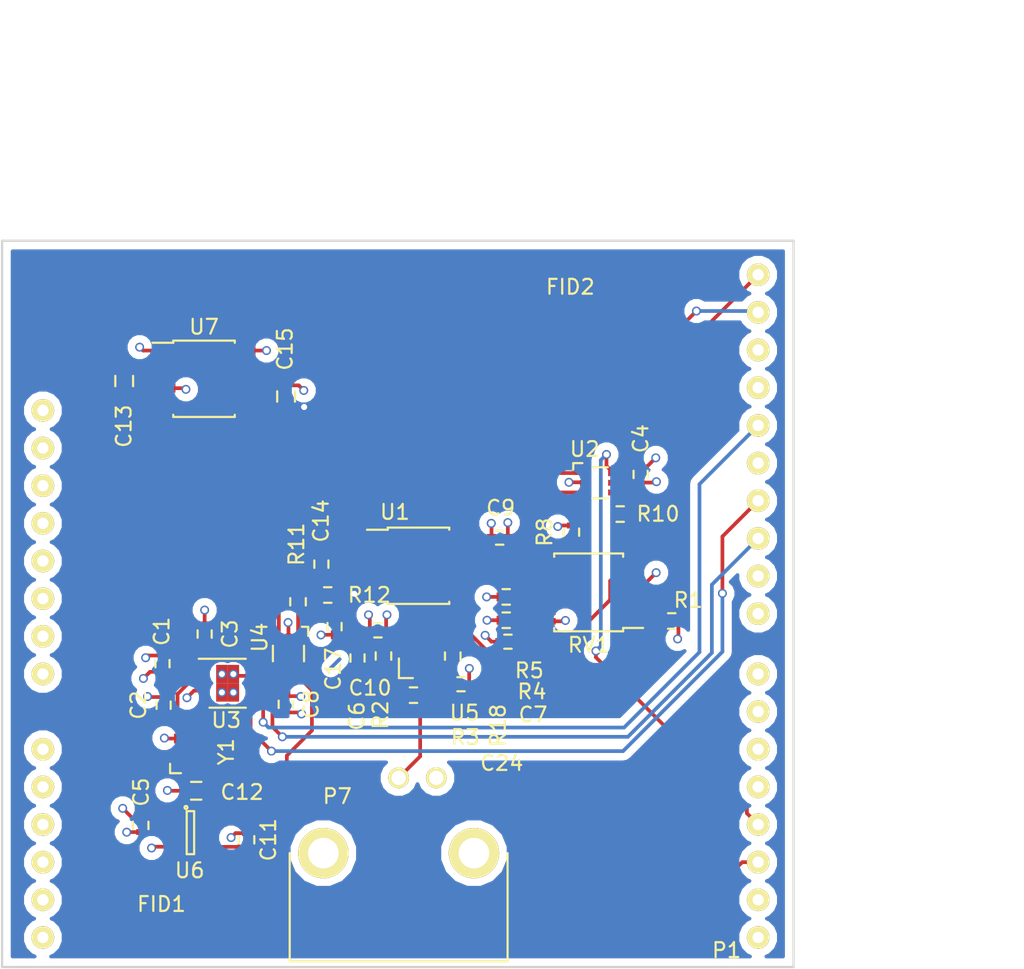
<source format=kicad_pcb>
(kicad_pcb (version 4) (host pcbnew 4.0.2-stable)

  (general
    (links 100)
    (no_connects 0)
    (area 116.336904 54.924999 185.237296 104.075001)
    (thickness 1.6)
    (drawings 6)
    (tracks 325)
    (zones 0)
    (modules 40)
    (nets 59)
  )

  (page A4)
  (layers
    (0 F.Cu signal)
    (1 In1.Cu signal hide)
    (2 In2.Cu signal hide)
    (31 B.Cu mixed hide)
    (32 B.Adhes user)
    (33 F.Adhes user)
    (34 B.Paste user)
    (35 F.Paste user)
    (36 B.SilkS user)
    (37 F.SilkS user)
    (38 B.Mask user)
    (39 F.Mask user)
    (40 Dwgs.User user)
    (41 Cmts.User user)
    (42 Eco1.User user)
    (43 Eco2.User user)
    (44 Edge.Cuts user)
    (45 Margin user)
    (46 B.CrtYd user)
    (47 F.CrtYd user)
    (48 B.Fab user)
    (49 F.Fab user hide)
  )

  (setup
    (last_trace_width 0.25)
    (trace_clearance 0.2)
    (zone_clearance 0.508)
    (zone_45_only no)
    (trace_min 0.2)
    (segment_width 0.2)
    (edge_width 0.15)
    (via_size 0.6)
    (via_drill 0.4)
    (via_min_size 0.4)
    (via_min_drill 0.3)
    (uvia_size 0.3)
    (uvia_drill 0.1)
    (uvias_allowed no)
    (uvia_min_size 0.2)
    (uvia_min_drill 0.1)
    (pcb_text_width 0.3)
    (pcb_text_size 1.5 1.5)
    (mod_edge_width 0.15)
    (mod_text_size 1 1)
    (mod_text_width 0.15)
    (pad_size 1.524 1.524)
    (pad_drill 0.762)
    (pad_to_mask_clearance 0.2)
    (aux_axis_origin 126.0094 103.9876)
    (visible_elements 7FFFFFFF)
    (pcbplotparams
      (layerselection 0x00030_80000001)
      (usegerberextensions false)
      (excludeedgelayer true)
      (linewidth 0.100000)
      (plotframeref false)
      (viasonmask false)
      (mode 1)
      (useauxorigin false)
      (hpglpennumber 1)
      (hpglpenspeed 20)
      (hpglpendiameter 15)
      (hpglpenoverlay 2)
      (psnegative false)
      (psa4output false)
      (plotreference true)
      (plotvalue true)
      (plotinvisibletext false)
      (padsonsilk false)
      (subtractmaskfromsilk false)
      (outputformat 1)
      (mirror false)
      (drillshape 1)
      (scaleselection 1)
      (outputdirectory ""))
  )

  (net 0 "")
  (net 1 "Net-(P1-Pad1)")
  (net 2 +5V)
  (net 3 RESET)
  (net 4 +3V3)
  (net 5 GND)
  (net 6 VIN)
  (net 7 SCL)
  (net 8 SDA)
  (net 9 SCLK)
  (net 10 MISO)
  (net 11 MOSI)
  (net 12 SS)
  (net 13 /PB5)
  (net 14 /PB4)
  (net 15 "Net-(C3-Pad2)")
  (net 16 "Net-(C2-Pad1)")
  (net 17 "Net-(U3-Pad5)")
  (net 18 OUT)
  (net 19 "Net-(R18-Pad2)")
  (net 20 "Net-(R8-Pad1)")
  (net 21 "Net-(RV1-Pad6)")
  (net 22 VEE)
  (net 23 Filtered)
  (net 24 "Net-(C17-Pad1)")
  (net 25 "Net-(P1-Pad2)")
  (net 26 "Net-(P1-Pad3)")
  (net 27 "Net-(P1-Pad4)")
  (net 28 "Net-(P1-Pad5)")
  (net 29 "Net-(P1-Pad6)")
  (net 30 "Net-(P1-Pad16)")
  (net 31 "Net-(P1-Pad19)")
  (net 32 "Net-(P1-Pad20)")
  (net 33 "Net-(P1-Pad21)")
  (net 34 "Net-(P1-Pad22)")
  (net 35 "Net-(P1-Pad14)")
  (net 36 "Net-(R1-Pad1)")
  (net 37 "Net-(R10-Pad1)")
  (net 38 "Net-(RV1-Pad10)")
  (net 39 "Net-(RV1-Pad11)")
  (net 40 "Net-(R5-Pad2)")
  (net 41 "Net-(R4-Pad2)")
  (net 42 "Net-(Y1-Pad1)")
  (net 43 "Net-(P7-Pad1)")
  (net 44 "Net-(C6-Pad1)")
  (net 45 "Net-(C24-Pad1)")
  (net 46 "Net-(C6-Pad2)")
  (net 47 "Net-(C14-Pad1)")
  (net 48 "Net-(R10-Pad2)")
  (net 49 SELECT_0)
  (net 50 SELECT_1)
  (net 51 Filter_IN)
  (net 52 Square)
  (net 53 "Net-(C11-Pad1)")
  (net 54 "Net-(C12-Pad1)")
  (net 55 "Net-(C13-Pad1)")
  (net 56 "Net-(C13-Pad2)")
  (net 57 "Net-(U7-Pad7)")
  (net 58 "Net-(P1-Pad15)")

  (net_class Default "This is the default net class."
    (clearance 0.2)
    (trace_width 0.25)
    (via_dia 0.6)
    (via_drill 0.4)
    (uvia_dia 0.3)
    (uvia_drill 0.1)
    (add_net +3V3)
    (add_net +5V)
    (add_net /PB4)
    (add_net /PB5)
    (add_net Filter_IN)
    (add_net Filtered)
    (add_net GND)
    (add_net MISO)
    (add_net MOSI)
    (add_net "Net-(C11-Pad1)")
    (add_net "Net-(C12-Pad1)")
    (add_net "Net-(C13-Pad1)")
    (add_net "Net-(C13-Pad2)")
    (add_net "Net-(C14-Pad1)")
    (add_net "Net-(C17-Pad1)")
    (add_net "Net-(C2-Pad1)")
    (add_net "Net-(C24-Pad1)")
    (add_net "Net-(C3-Pad2)")
    (add_net "Net-(C6-Pad1)")
    (add_net "Net-(C6-Pad2)")
    (add_net "Net-(P1-Pad1)")
    (add_net "Net-(P1-Pad14)")
    (add_net "Net-(P1-Pad15)")
    (add_net "Net-(P1-Pad16)")
    (add_net "Net-(P1-Pad19)")
    (add_net "Net-(P1-Pad2)")
    (add_net "Net-(P1-Pad20)")
    (add_net "Net-(P1-Pad21)")
    (add_net "Net-(P1-Pad22)")
    (add_net "Net-(P1-Pad3)")
    (add_net "Net-(P1-Pad4)")
    (add_net "Net-(P1-Pad5)")
    (add_net "Net-(P1-Pad6)")
    (add_net "Net-(P7-Pad1)")
    (add_net "Net-(R1-Pad1)")
    (add_net "Net-(R10-Pad1)")
    (add_net "Net-(R10-Pad2)")
    (add_net "Net-(R18-Pad2)")
    (add_net "Net-(R4-Pad2)")
    (add_net "Net-(R5-Pad2)")
    (add_net "Net-(R8-Pad1)")
    (add_net "Net-(RV1-Pad10)")
    (add_net "Net-(RV1-Pad11)")
    (add_net "Net-(RV1-Pad6)")
    (add_net "Net-(U3-Pad5)")
    (add_net "Net-(U7-Pad7)")
    (add_net "Net-(Y1-Pad1)")
    (add_net OUT)
    (add_net RESET)
    (add_net SCL)
    (add_net SCLK)
    (add_net SDA)
    (add_net SELECT_0)
    (add_net SELECT_1)
    (add_net SS)
    (add_net Square)
    (add_net VEE)
    (add_net VIN)
  )

  (module Housings_DFN_QFN:DFN-10-1EP_3x3mm_Pitch0.5mm (layer F.Cu) (tedit 54130A77) (tstamp 579C20E1)
    (at 141.21761 84.85465)
    (descr "10-Lead Plastic Dual Flat, No Lead Package (MF) - 3x3x0.9 mm Body [DFN] (see Microchip Packaging Specification 00000049BS.pdf)")
    (tags "DFN 0.5")
    (path /57984E58)
    (attr smd)
    (fp_text reference U3 (at -0.09521 2.49595) (layer F.SilkS)
      (effects (font (size 1 1) (thickness 0.15)))
    )
    (fp_text value AD9837 (at 0 2.575) (layer F.Fab)
      (effects (font (size 1 1) (thickness 0.15)))
    )
    (fp_line (start -2.15 -1.85) (end -2.15 1.85) (layer F.CrtYd) (width 0.05))
    (fp_line (start 2.15 -1.85) (end 2.15 1.85) (layer F.CrtYd) (width 0.05))
    (fp_line (start -2.15 -1.85) (end 2.15 -1.85) (layer F.CrtYd) (width 0.05))
    (fp_line (start -2.15 1.85) (end 2.15 1.85) (layer F.CrtYd) (width 0.05))
    (fp_line (start -1.225 1.65) (end 1.225 1.65) (layer F.SilkS) (width 0.15))
    (fp_line (start -1.95 -1.65) (end 1.225 -1.65) (layer F.SilkS) (width 0.15))
    (pad 1 smd rect (at -1.55 -1) (size 0.65 0.3) (layers F.Cu F.Paste F.Mask)
      (net 15 "Net-(C3-Pad2)"))
    (pad 2 smd rect (at -1.55 -0.5) (size 0.65 0.3) (layers F.Cu F.Paste F.Mask)
      (net 2 +5V))
    (pad 3 smd rect (at -1.55 0) (size 0.65 0.3) (layers F.Cu F.Paste F.Mask)
      (net 16 "Net-(C2-Pad1)"))
    (pad 4 smd rect (at -1.55 0.5) (size 0.65 0.3) (layers F.Cu F.Paste F.Mask)
      (net 5 GND))
    (pad 5 smd rect (at -1.55 1) (size 0.65 0.3) (layers F.Cu F.Paste F.Mask)
      (net 17 "Net-(U3-Pad5)"))
    (pad 6 smd rect (at 1.55 1) (size 0.65 0.3) (layers F.Cu F.Paste F.Mask)
      (net 11 MOSI))
    (pad 7 smd rect (at 1.55 0.5) (size 0.65 0.3) (layers F.Cu F.Paste F.Mask)
      (net 9 SCLK))
    (pad 8 smd rect (at 1.55 0) (size 0.65 0.3) (layers F.Cu F.Paste F.Mask)
      (net 12 SS))
    (pad 9 smd rect (at 1.55 -0.5) (size 0.65 0.3) (layers F.Cu F.Paste F.Mask)
      (net 5 GND))
    (pad 10 smd rect (at 1.55 -1) (size 0.65 0.3) (layers F.Cu F.Paste F.Mask)
      (net 18 OUT))
    (pad 11 smd rect (at 0.3875 0.62) (size 0.775 1.24) (layers F.Cu F.Paste F.Mask)
      (net 5 GND) (solder_paste_margin_ratio -0.2))
    (pad 11 smd rect (at 0.3875 -0.62) (size 0.775 1.24) (layers F.Cu F.Paste F.Mask)
      (net 5 GND) (solder_paste_margin_ratio -0.2))
    (pad 11 smd rect (at -0.3875 0.62) (size 0.775 1.24) (layers F.Cu F.Paste F.Mask)
      (net 5 GND) (solder_paste_margin_ratio -0.2))
    (pad 11 smd rect (at -0.3875 -0.62) (size 0.775 1.24) (layers F.Cu F.Paste F.Mask)
      (net 5 GND) (solder_paste_margin_ratio -0.2))
    (model Housings_DFN_QFN.3dshapes/DFN-10-1EP_3x3mm_Pitch0.5mm.wrl
      (at (xyz 0 0 0))
      (scale (xyz 1 1 1))
      (rotate (xyz 0 0 0))
    )
  )

  (module Capacitors_SMD:C_0402 (layer F.Cu) (tedit 5415D599) (tstamp 579DFD25)
    (at 136.82281 83.53325 90)
    (descr "Capacitor SMD 0402, reflow soldering, AVX (see smccp.pdf)")
    (tags "capacitor 0402")
    (path /579865D8)
    (attr smd)
    (fp_text reference C1 (at 2.1756 -0.0508 90) (layer F.SilkS)
      (effects (font (size 1 1) (thickness 0.15)))
    )
    (fp_text value C (at 0 1.7 90) (layer F.Fab)
      (effects (font (size 1 1) (thickness 0.15)))
    )
    (fp_line (start -1.15 -0.6) (end 1.15 -0.6) (layer F.CrtYd) (width 0.05))
    (fp_line (start -1.15 0.6) (end 1.15 0.6) (layer F.CrtYd) (width 0.05))
    (fp_line (start -1.15 -0.6) (end -1.15 0.6) (layer F.CrtYd) (width 0.05))
    (fp_line (start 1.15 -0.6) (end 1.15 0.6) (layer F.CrtYd) (width 0.05))
    (fp_line (start 0.25 -0.475) (end -0.25 -0.475) (layer F.SilkS) (width 0.15))
    (fp_line (start -0.25 0.475) (end 0.25 0.475) (layer F.SilkS) (width 0.15))
    (pad 1 smd rect (at -0.55 0 90) (size 0.6 0.5) (layers F.Cu F.Paste F.Mask)
      (net 2 +5V))
    (pad 2 smd rect (at 0.55 0 90) (size 0.6 0.5) (layers F.Cu F.Paste F.Mask)
      (net 5 GND))
    (model Capacitors_SMD.3dshapes/C_0402.wrl
      (at (xyz 0 0 0))
      (scale (xyz 1 1 1))
      (rotate (xyz 0 0 0))
    )
  )

  (module Housings_SOIC:SOIC-8_3.9x4.9mm_Pitch1.27mm (layer F.Cu) (tedit 54130A77) (tstamp 579C21F0)
    (at 154.09481 76.92805)
    (descr "8-Lead Plastic Small Outline (SN) - Narrow, 3.90 mm Body [SOIC] (see Microchip Packaging Specification 00000049BS.pdf)")
    (tags "SOIC 1.27")
    (path /57957DD2)
    (attr smd)
    (fp_text reference U1 (at -1.59321 -3.62365) (layer F.SilkS)
      (effects (font (size 1 1) (thickness 0.15)))
    )
    (fp_text value opa2335 (at 0 3.5) (layer F.Fab)
      (effects (font (size 1 1) (thickness 0.15)))
    )
    (fp_line (start -3.75 -2.75) (end -3.75 2.75) (layer F.CrtYd) (width 0.05))
    (fp_line (start 3.75 -2.75) (end 3.75 2.75) (layer F.CrtYd) (width 0.05))
    (fp_line (start -3.75 -2.75) (end 3.75 -2.75) (layer F.CrtYd) (width 0.05))
    (fp_line (start -3.75 2.75) (end 3.75 2.75) (layer F.CrtYd) (width 0.05))
    (fp_line (start -2.075 -2.575) (end -2.075 -2.43) (layer F.SilkS) (width 0.15))
    (fp_line (start 2.075 -2.575) (end 2.075 -2.43) (layer F.SilkS) (width 0.15))
    (fp_line (start 2.075 2.575) (end 2.075 2.43) (layer F.SilkS) (width 0.15))
    (fp_line (start -2.075 2.575) (end -2.075 2.43) (layer F.SilkS) (width 0.15))
    (fp_line (start -2.075 -2.575) (end 2.075 -2.575) (layer F.SilkS) (width 0.15))
    (fp_line (start -2.075 2.575) (end 2.075 2.575) (layer F.SilkS) (width 0.15))
    (fp_line (start -2.075 -2.43) (end -3.475 -2.43) (layer F.SilkS) (width 0.15))
    (pad 1 smd rect (at -2.7 -1.905) (size 1.55 0.6) (layers F.Cu F.Paste F.Mask)
      (net 23 Filtered))
    (pad 2 smd rect (at -2.7 -0.635) (size 1.55 0.6) (layers F.Cu F.Paste F.Mask)
      (net 23 Filtered))
    (pad 3 smd rect (at -2.7 0.635) (size 1.55 0.6) (layers F.Cu F.Paste F.Mask)
      (net 24 "Net-(C17-Pad1)"))
    (pad 4 smd rect (at -2.7 1.905) (size 1.55 0.6) (layers F.Cu F.Paste F.Mask)
      (net 22 VEE))
    (pad 5 smd rect (at 2.7 1.905) (size 1.55 0.6) (layers F.Cu F.Paste F.Mask)
      (net 21 "Net-(RV1-Pad6)"))
    (pad 6 smd rect (at 2.7 0.635) (size 1.55 0.6) (layers F.Cu F.Paste F.Mask)
      (net 20 "Net-(R8-Pad1)"))
    (pad 7 smd rect (at 2.7 -0.635) (size 1.55 0.6) (layers F.Cu F.Paste F.Mask)
      (net 19 "Net-(R18-Pad2)"))
    (pad 8 smd rect (at 2.7 -1.905) (size 1.55 0.6) (layers F.Cu F.Paste F.Mask)
      (net 2 +5V))
    (model Housings_SOIC.3dshapes/SOIC-8_3.9x4.9mm_Pitch1.27mm.wrl
      (at (xyz 0 0 0))
      (scale (xyz 1 1 1))
      (rotate (xyz 0 0 0))
    )
  )

  (module Capacitors_SMD:C_0402 (layer F.Cu) (tedit 5415D599) (tstamp 579E0F4B)
    (at 147.54161 76.81885 90)
    (descr "Capacitor SMD 0402, reflow soldering, AVX (see smccp.pdf)")
    (tags "capacitor 0402")
    (path /5781343D)
    (attr smd)
    (fp_text reference C14 (at 2.9122 -0.0254 90) (layer F.SilkS)
      (effects (font (size 1 1) (thickness 0.15)))
    )
    (fp_text value C (at 0 1.7 90) (layer F.Fab)
      (effects (font (size 1 1) (thickness 0.15)))
    )
    (fp_line (start -1.15 -0.6) (end 1.15 -0.6) (layer F.CrtYd) (width 0.05))
    (fp_line (start -1.15 0.6) (end 1.15 0.6) (layer F.CrtYd) (width 0.05))
    (fp_line (start -1.15 -0.6) (end -1.15 0.6) (layer F.CrtYd) (width 0.05))
    (fp_line (start 1.15 -0.6) (end 1.15 0.6) (layer F.CrtYd) (width 0.05))
    (fp_line (start 0.25 -0.475) (end -0.25 -0.475) (layer F.SilkS) (width 0.15))
    (fp_line (start -0.25 0.475) (end 0.25 0.475) (layer F.SilkS) (width 0.15))
    (pad 1 smd rect (at -0.55 0 90) (size 0.6 0.5) (layers F.Cu F.Paste F.Mask)
      (net 47 "Net-(C14-Pad1)"))
    (pad 2 smd rect (at 0.55 0 90) (size 0.6 0.5) (layers F.Cu F.Paste F.Mask)
      (net 23 Filtered))
    (model Capacitors_SMD.3dshapes/C_0402.wrl
      (at (xyz 0 0 0))
      (scale (xyz 1 1 1))
      (rotate (xyz 0 0 0))
    )
  )

  (module Resistors_SMD:R_0402 (layer F.Cu) (tedit 5415CBB8) (tstamp 579E0FAB)
    (at 147.97341 78.90165 180)
    (descr "Resistor SMD 0402, reflow soldering, Vishay (see dcrcw.pdf)")
    (tags "resistor 0402")
    (path /578134E8)
    (attr smd)
    (fp_text reference R12 (at -2.8012 0 180) (layer F.SilkS)
      (effects (font (size 1 1) (thickness 0.15)))
    )
    (fp_text value R (at 0 1.8 180) (layer F.Fab)
      (effects (font (size 1 1) (thickness 0.15)))
    )
    (fp_line (start -0.95 -0.65) (end 0.95 -0.65) (layer F.CrtYd) (width 0.05))
    (fp_line (start -0.95 0.65) (end 0.95 0.65) (layer F.CrtYd) (width 0.05))
    (fp_line (start -0.95 -0.65) (end -0.95 0.65) (layer F.CrtYd) (width 0.05))
    (fp_line (start 0.95 -0.65) (end 0.95 0.65) (layer F.CrtYd) (width 0.05))
    (fp_line (start 0.25 -0.525) (end -0.25 -0.525) (layer F.SilkS) (width 0.15))
    (fp_line (start -0.25 0.525) (end 0.25 0.525) (layer F.SilkS) (width 0.15))
    (pad 1 smd rect (at -0.45 0 180) (size 0.4 0.6) (layers F.Cu F.Paste F.Mask)
      (net 24 "Net-(C17-Pad1)"))
    (pad 2 smd rect (at 0.45 0 180) (size 0.4 0.6) (layers F.Cu F.Paste F.Mask)
      (net 47 "Net-(C14-Pad1)"))
    (model Resistors_SMD.3dshapes/R_0402.wrl
      (at (xyz 0 0 0))
      (scale (xyz 1 1 1))
      (rotate (xyz 0 0 0))
    )
  )

  (module Resistors_SMD:R_0402 (layer F.Cu) (tedit 5415CBB8) (tstamp 579E0F9F)
    (at 145.96681 79.35885 270)
    (descr "Resistor SMD 0402, reflow soldering, Vishay (see dcrcw.pdf)")
    (tags "resistor 0402")
    (path /57813544)
    (attr smd)
    (fp_text reference R11 (at -3.879 0.1016 270) (layer F.SilkS)
      (effects (font (size 1 1) (thickness 0.15)))
    )
    (fp_text value R (at 0 1.8 270) (layer F.Fab)
      (effects (font (size 1 1) (thickness 0.15)))
    )
    (fp_line (start -0.95 -0.65) (end 0.95 -0.65) (layer F.CrtYd) (width 0.05))
    (fp_line (start -0.95 0.65) (end 0.95 0.65) (layer F.CrtYd) (width 0.05))
    (fp_line (start -0.95 -0.65) (end -0.95 0.65) (layer F.CrtYd) (width 0.05))
    (fp_line (start 0.95 -0.65) (end 0.95 0.65) (layer F.CrtYd) (width 0.05))
    (fp_line (start 0.25 -0.525) (end -0.25 -0.525) (layer F.SilkS) (width 0.15))
    (fp_line (start -0.25 0.525) (end 0.25 0.525) (layer F.SilkS) (width 0.15))
    (pad 1 smd rect (at -0.45 0 270) (size 0.4 0.6) (layers F.Cu F.Paste F.Mask)
      (net 47 "Net-(C14-Pad1)"))
    (pad 2 smd rect (at 0.45 0 270) (size 0.4 0.6) (layers F.Cu F.Paste F.Mask)
      (net 51 Filter_IN))
    (model Resistors_SMD.3dshapes/R_0402.wrl
      (at (xyz 0 0 0))
      (scale (xyz 1 1 1))
      (rotate (xyz 0 0 0))
    )
  )

  (module Resistors_SMD:R_0402 (layer F.Cu) (tedit 5415CBB8) (tstamp 579DFC73)
    (at 135.34961 94.44645 270)
    (descr "Resistor SMD 0402, reflow soldering, Vishay (see dcrcw.pdf)")
    (tags "resistor 0402")
    (path /5798A4B8)
    (attr smd)
    (fp_text reference C5 (at -2.24445 -0.03239 270) (layer F.SilkS)
      (effects (font (size 1 1) (thickness 0.15)))
    )
    (fp_text value 1uF (at 0 1.8 270) (layer F.Fab)
      (effects (font (size 1 1) (thickness 0.15)))
    )
    (fp_line (start -0.95 -0.65) (end 0.95 -0.65) (layer F.CrtYd) (width 0.05))
    (fp_line (start -0.95 0.65) (end 0.95 0.65) (layer F.CrtYd) (width 0.05))
    (fp_line (start -0.95 -0.65) (end -0.95 0.65) (layer F.CrtYd) (width 0.05))
    (fp_line (start 0.95 -0.65) (end 0.95 0.65) (layer F.CrtYd) (width 0.05))
    (fp_line (start 0.25 -0.525) (end -0.25 -0.525) (layer F.SilkS) (width 0.15))
    (fp_line (start -0.25 0.525) (end 0.25 0.525) (layer F.SilkS) (width 0.15))
    (pad 1 smd rect (at -0.45 0 270) (size 0.4 0.6) (layers F.Cu F.Paste F.Mask)
      (net 2 +5V))
    (pad 2 smd rect (at 0.45 0 270) (size 0.4 0.6) (layers F.Cu F.Paste F.Mask)
      (net 5 GND))
    (model Resistors_SMD.3dshapes/R_0402.wrl
      (at (xyz 0 0 0))
      (scale (xyz 1 1 1))
      (rotate (xyz 0 0 0))
    )
  )

  (module Capacitors_SMD:C_0402 (layer F.Cu) (tedit 5415D599) (tstamp 579FDE06)
    (at 159.5716 75.0316)
    (descr "Capacitor SMD 0402, reflow soldering, AVX (see smccp.pdf)")
    (tags "capacitor 0402")
    (path /57A09CDF)
    (attr smd)
    (fp_text reference C9 (at 0.0674 -2.0066) (layer F.SilkS)
      (effects (font (size 1 1) (thickness 0.15)))
    )
    (fp_text value 0.01uF (at 0 1.7) (layer F.Fab)
      (effects (font (size 1 1) (thickness 0.15)))
    )
    (fp_line (start -1.15 -0.6) (end 1.15 -0.6) (layer F.CrtYd) (width 0.05))
    (fp_line (start -1.15 0.6) (end 1.15 0.6) (layer F.CrtYd) (width 0.05))
    (fp_line (start -1.15 -0.6) (end -1.15 0.6) (layer F.CrtYd) (width 0.05))
    (fp_line (start 1.15 -0.6) (end 1.15 0.6) (layer F.CrtYd) (width 0.05))
    (fp_line (start 0.25 -0.475) (end -0.25 -0.475) (layer F.SilkS) (width 0.15))
    (fp_line (start -0.25 0.475) (end 0.25 0.475) (layer F.SilkS) (width 0.15))
    (pad 1 smd rect (at -0.55 0) (size 0.6 0.5) (layers F.Cu F.Paste F.Mask)
      (net 2 +5V))
    (pad 2 smd rect (at 0.55 0) (size 0.6 0.5) (layers F.Cu F.Paste F.Mask)
      (net 5 GND))
    (model Capacitors_SMD.3dshapes/C_0402.wrl
      (at (xyz 0 0 0))
      (scale (xyz 1 1 1))
      (rotate (xyz 0 0 0))
    )
  )

  (module Housings_SSOP:TSSOP-14_4.4x5mm_Pitch0.65mm (layer F.Cu) (tedit 54130A77) (tstamp 579DF8C8)
    (at 165.57561 78.72385 180)
    (descr "14-Lead Plastic Thin Shrink Small Outline (ST)-4.4 mm Body [TSSOP] (see Microchip Packaging Specification 00000049BS.pdf)")
    (tags "SSOP 0.65")
    (path /57980713)
    (attr smd)
    (fp_text reference RV1 (at 0 -3.55 180) (layer F.SilkS)
      (effects (font (size 1 1) (thickness 0.15)))
    )
    (fp_text value MCP4651 (at 0 3.55 180) (layer F.Fab)
      (effects (font (size 1 1) (thickness 0.15)))
    )
    (fp_line (start -3.95 -2.8) (end -3.95 2.8) (layer F.CrtYd) (width 0.05))
    (fp_line (start 3.95 -2.8) (end 3.95 2.8) (layer F.CrtYd) (width 0.05))
    (fp_line (start -3.95 -2.8) (end 3.95 -2.8) (layer F.CrtYd) (width 0.05))
    (fp_line (start -3.95 2.8) (end 3.95 2.8) (layer F.CrtYd) (width 0.05))
    (fp_line (start -2.325 -2.625) (end -2.325 -2.4) (layer F.SilkS) (width 0.15))
    (fp_line (start 2.325 -2.625) (end 2.325 -2.4) (layer F.SilkS) (width 0.15))
    (fp_line (start 2.325 2.625) (end 2.325 2.4) (layer F.SilkS) (width 0.15))
    (fp_line (start -2.325 2.625) (end -2.325 2.4) (layer F.SilkS) (width 0.15))
    (fp_line (start -2.325 -2.625) (end 2.325 -2.625) (layer F.SilkS) (width 0.15))
    (fp_line (start -2.325 2.625) (end 2.325 2.625) (layer F.SilkS) (width 0.15))
    (fp_line (start -2.325 -2.4) (end -3.675 -2.4) (layer F.SilkS) (width 0.15))
    (pad 1 smd rect (at -2.95 -1.95 180) (size 1.45 0.45) (layers F.Cu F.Paste F.Mask)
      (net 36 "Net-(R1-Pad1)"))
    (pad 2 smd rect (at -2.95 -1.3 180) (size 1.45 0.45) (layers F.Cu F.Paste F.Mask)
      (net 7 SCL))
    (pad 3 smd rect (at -2.95 -0.65 180) (size 1.45 0.45) (layers F.Cu F.Paste F.Mask)
      (net 8 SDA))
    (pad 4 smd rect (at -2.95 0 180) (size 1.45 0.45) (layers F.Cu F.Paste F.Mask)
      (net 5 GND))
    (pad 5 smd rect (at -2.95 0.65 180) (size 1.45 0.45) (layers F.Cu F.Paste F.Mask)
      (net 5 GND))
    (pad 6 smd rect (at -2.95 1.3 180) (size 1.45 0.45) (layers F.Cu F.Paste F.Mask)
      (net 21 "Net-(RV1-Pad6)"))
    (pad 7 smd rect (at -2.95 1.95 180) (size 1.45 0.45) (layers F.Cu F.Paste F.Mask)
      (net 37 "Net-(R10-Pad1)"))
    (pad 8 smd rect (at 2.95 1.95 180) (size 1.45 0.45) (layers F.Cu F.Paste F.Mask)
      (net 19 "Net-(R18-Pad2)"))
    (pad 9 smd rect (at 2.95 1.3 180) (size 1.45 0.45) (layers F.Cu F.Paste F.Mask)
      (net 20 "Net-(R8-Pad1)"))
    (pad 10 smd rect (at 2.95 0.65 180) (size 1.45 0.45) (layers F.Cu F.Paste F.Mask)
      (net 38 "Net-(RV1-Pad10)"))
    (pad 11 smd rect (at 2.95 0 180) (size 1.45 0.45) (layers F.Cu F.Paste F.Mask)
      (net 39 "Net-(RV1-Pad11)"))
    (pad 12 smd rect (at 2.95 -0.65 180) (size 1.45 0.45) (layers F.Cu F.Paste F.Mask)
      (net 40 "Net-(R5-Pad2)"))
    (pad 13 smd rect (at 2.95 -1.3 180) (size 1.45 0.45) (layers F.Cu F.Paste F.Mask)
      (net 41 "Net-(R4-Pad2)"))
    (pad 14 smd rect (at 2.95 -1.95 180) (size 1.45 0.45) (layers F.Cu F.Paste F.Mask)
      (net 2 +5V))
    (model Housings_SSOP.3dshapes/TSSOP-14_4.4x5mm_Pitch0.65mm.wrl
      (at (xyz 0 0 0))
      (scale (xyz 1 1 1))
      (rotate (xyz 0 0 0))
    )
  )

  (module Capacitors_SMD:C_0402 (layer F.Cu) (tedit 5415D599) (tstamp 579DFC7F)
    (at 160.13121 82.05125 180)
    (descr "Capacitor SMD 0402, reflow soldering, AVX (see smccp.pdf)")
    (tags "capacitor 0402")
    (path /57981FD5)
    (attr smd)
    (fp_text reference C7 (at -1.69219 -4.91835 180) (layer F.SilkS)
      (effects (font (size 1 1) (thickness 0.15)))
    )
    (fp_text value 0.1uF (at 0 1.7 180) (layer F.Fab)
      (effects (font (size 1 1) (thickness 0.15)))
    )
    (fp_line (start -1.15 -0.6) (end 1.15 -0.6) (layer F.CrtYd) (width 0.05))
    (fp_line (start -1.15 0.6) (end 1.15 0.6) (layer F.CrtYd) (width 0.05))
    (fp_line (start -1.15 -0.6) (end -1.15 0.6) (layer F.CrtYd) (width 0.05))
    (fp_line (start 1.15 -0.6) (end 1.15 0.6) (layer F.CrtYd) (width 0.05))
    (fp_line (start 0.25 -0.475) (end -0.25 -0.475) (layer F.SilkS) (width 0.15))
    (fp_line (start -0.25 0.475) (end 0.25 0.475) (layer F.SilkS) (width 0.15))
    (pad 1 smd rect (at -0.55 0 180) (size 0.6 0.5) (layers F.Cu F.Paste F.Mask)
      (net 2 +5V))
    (pad 2 smd rect (at 0.55 0 180) (size 0.6 0.5) (layers F.Cu F.Paste F.Mask)
      (net 5 GND))
    (model Capacitors_SMD.3dshapes/C_0402.wrl
      (at (xyz 0 0 0))
      (scale (xyz 1 1 1))
      (rotate (xyz 0 0 0))
    )
  )

  (module Resistors_SMD:R_0402 (layer F.Cu) (tedit 5415CBB8) (tstamp 579DFC8B)
    (at 171.18181 80.65425)
    (descr "Resistor SMD 0402, reflow soldering, Vishay (see dcrcw.pdf)")
    (tags "resistor 0402")
    (path /57981389)
    (attr smd)
    (fp_text reference R1 (at 1.10639 -1.40625) (layer F.SilkS)
      (effects (font (size 1 1) (thickness 0.15)))
    )
    (fp_text value 0 (at 0 1.8) (layer F.Fab)
      (effects (font (size 1 1) (thickness 0.15)))
    )
    (fp_line (start -0.95 -0.65) (end 0.95 -0.65) (layer F.CrtYd) (width 0.05))
    (fp_line (start -0.95 0.65) (end 0.95 0.65) (layer F.CrtYd) (width 0.05))
    (fp_line (start -0.95 -0.65) (end -0.95 0.65) (layer F.CrtYd) (width 0.05))
    (fp_line (start 0.95 -0.65) (end 0.95 0.65) (layer F.CrtYd) (width 0.05))
    (fp_line (start 0.25 -0.525) (end -0.25 -0.525) (layer F.SilkS) (width 0.15))
    (fp_line (start -0.25 0.525) (end 0.25 0.525) (layer F.SilkS) (width 0.15))
    (pad 1 smd rect (at -0.45 0) (size 0.4 0.6) (layers F.Cu F.Paste F.Mask)
      (net 36 "Net-(R1-Pad1)"))
    (pad 2 smd rect (at 0.45 0) (size 0.4 0.6) (layers F.Cu F.Paste F.Mask)
      (net 5 GND))
    (model Resistors_SMD.3dshapes/R_0402.wrl
      (at (xyz 0 0 0))
      (scale (xyz 1 1 1))
      (rotate (xyz 0 0 0))
    )
  )

  (module Resistors_SMD:R_0402 (layer F.Cu) (tedit 5415CBB8) (tstamp 579DFC97)
    (at 160.01301 80.60345)
    (descr "Resistor SMD 0402, reflow soldering, Vishay (see dcrcw.pdf)")
    (tags "resistor 0402")
    (path /5798169F)
    (attr smd)
    (fp_text reference R4 (at 1.73419 4.81675) (layer F.SilkS)
      (effects (font (size 1 1) (thickness 0.15)))
    )
    (fp_text value 0 (at 0 1.8) (layer F.Fab)
      (effects (font (size 1 1) (thickness 0.15)))
    )
    (fp_line (start -0.95 -0.65) (end 0.95 -0.65) (layer F.CrtYd) (width 0.05))
    (fp_line (start -0.95 0.65) (end 0.95 0.65) (layer F.CrtYd) (width 0.05))
    (fp_line (start -0.95 -0.65) (end -0.95 0.65) (layer F.CrtYd) (width 0.05))
    (fp_line (start 0.95 -0.65) (end 0.95 0.65) (layer F.CrtYd) (width 0.05))
    (fp_line (start 0.25 -0.525) (end -0.25 -0.525) (layer F.SilkS) (width 0.15))
    (fp_line (start -0.25 0.525) (end 0.25 0.525) (layer F.SilkS) (width 0.15))
    (pad 1 smd rect (at -0.45 0) (size 0.4 0.6) (layers F.Cu F.Paste F.Mask)
      (net 5 GND))
    (pad 2 smd rect (at 0.45 0) (size 0.4 0.6) (layers F.Cu F.Paste F.Mask)
      (net 41 "Net-(R4-Pad2)"))
    (model Resistors_SMD.3dshapes/R_0402.wrl
      (at (xyz 0 0 0))
      (scale (xyz 1 1 1))
      (rotate (xyz 0 0 0))
    )
  )

  (module Resistors_SMD:R_0402 (layer F.Cu) (tedit 5415CBB8) (tstamp 579DFCA3)
    (at 160.01301 79.02865)
    (descr "Resistor SMD 0402, reflow soldering, Vishay (see dcrcw.pdf)")
    (tags "resistor 0402")
    (path /5798171C)
    (attr smd)
    (fp_text reference R5 (at 1.55639 4.96915) (layer F.SilkS)
      (effects (font (size 1 1) (thickness 0.15)))
    )
    (fp_text value 0 (at 0 1.8) (layer F.Fab)
      (effects (font (size 1 1) (thickness 0.15)))
    )
    (fp_line (start -0.95 -0.65) (end 0.95 -0.65) (layer F.CrtYd) (width 0.05))
    (fp_line (start -0.95 0.65) (end 0.95 0.65) (layer F.CrtYd) (width 0.05))
    (fp_line (start -0.95 -0.65) (end -0.95 0.65) (layer F.CrtYd) (width 0.05))
    (fp_line (start 0.95 -0.65) (end 0.95 0.65) (layer F.CrtYd) (width 0.05))
    (fp_line (start 0.25 -0.525) (end -0.25 -0.525) (layer F.SilkS) (width 0.15))
    (fp_line (start -0.25 0.525) (end 0.25 0.525) (layer F.SilkS) (width 0.15))
    (pad 1 smd rect (at -0.45 0) (size 0.4 0.6) (layers F.Cu F.Paste F.Mask)
      (net 5 GND))
    (pad 2 smd rect (at 0.45 0) (size 0.4 0.6) (layers F.Cu F.Paste F.Mask)
      (net 40 "Net-(R5-Pad2)"))
    (model Resistors_SMD.3dshapes/R_0402.wrl
      (at (xyz 0 0 0))
      (scale (xyz 1 1 1))
      (rotate (xyz 0 0 0))
    )
  )

  (module Capacitors_SMD:C_0402 (layer F.Cu) (tedit 5415D599) (tstamp 579DFD31)
    (at 136.89901 86.33505 90)
    (descr "Capacitor SMD 0402, reflow soldering, AVX (see smccp.pdf)")
    (tags "capacitor 0402")
    (path /57986487)
    (attr smd)
    (fp_text reference C2 (at 0 -1.7 90) (layer F.SilkS)
      (effects (font (size 1 1) (thickness 0.15)))
    )
    (fp_text value C (at 0 1.7 90) (layer F.Fab)
      (effects (font (size 1 1) (thickness 0.15)))
    )
    (fp_line (start -1.15 -0.6) (end 1.15 -0.6) (layer F.CrtYd) (width 0.05))
    (fp_line (start -1.15 0.6) (end 1.15 0.6) (layer F.CrtYd) (width 0.05))
    (fp_line (start -1.15 -0.6) (end -1.15 0.6) (layer F.CrtYd) (width 0.05))
    (fp_line (start 1.15 -0.6) (end 1.15 0.6) (layer F.CrtYd) (width 0.05))
    (fp_line (start 0.25 -0.475) (end -0.25 -0.475) (layer F.SilkS) (width 0.15))
    (fp_line (start -0.25 0.475) (end 0.25 0.475) (layer F.SilkS) (width 0.15))
    (pad 1 smd rect (at -0.55 0 90) (size 0.6 0.5) (layers F.Cu F.Paste F.Mask)
      (net 16 "Net-(C2-Pad1)"))
    (pad 2 smd rect (at 0.55 0 90) (size 0.6 0.5) (layers F.Cu F.Paste F.Mask)
      (net 2 +5V))
    (model Capacitors_SMD.3dshapes/C_0402.wrl
      (at (xyz 0 0 0))
      (scale (xyz 1 1 1))
      (rotate (xyz 0 0 0))
    )
  )

  (module Capacitors_SMD:C_0402 (layer F.Cu) (tedit 5415D599) (tstamp 579DFD3D)
    (at 139.66761 81.53445 270)
    (descr "Capacitor SMD 0402, reflow soldering, AVX (see smccp.pdf)")
    (tags "capacitor 0402")
    (path /57986645)
    (attr smd)
    (fp_text reference C3 (at 0 -1.7 270) (layer F.SilkS)
      (effects (font (size 1 1) (thickness 0.15)))
    )
    (fp_text value C (at 0 1.7 270) (layer F.Fab)
      (effects (font (size 1 1) (thickness 0.15)))
    )
    (fp_line (start -1.15 -0.6) (end 1.15 -0.6) (layer F.CrtYd) (width 0.05))
    (fp_line (start -1.15 0.6) (end 1.15 0.6) (layer F.CrtYd) (width 0.05))
    (fp_line (start -1.15 -0.6) (end -1.15 0.6) (layer F.CrtYd) (width 0.05))
    (fp_line (start 1.15 -0.6) (end 1.15 0.6) (layer F.CrtYd) (width 0.05))
    (fp_line (start 0.25 -0.475) (end -0.25 -0.475) (layer F.SilkS) (width 0.15))
    (fp_line (start -0.25 0.475) (end 0.25 0.475) (layer F.SilkS) (width 0.15))
    (pad 1 smd rect (at -0.55 0 270) (size 0.6 0.5) (layers F.Cu F.Paste F.Mask)
      (net 2 +5V))
    (pad 2 smd rect (at 0.55 0 270) (size 0.6 0.5) (layers F.Cu F.Paste F.Mask)
      (net 15 "Net-(C3-Pad2)"))
    (model Capacitors_SMD.3dshapes/C_0402.wrl
      (at (xyz 0 0 0))
      (scale (xyz 1 1 1))
      (rotate (xyz 0 0 0))
    )
  )

  (module Doug_Library:Arduino (layer F.Cu) (tedit 579CC42C) (tstamp 579DFD61)
    (at 152.8826 102.0064)
    (path /579CE00E)
    (fp_text reference P1 (at 21.9964 0.8636) (layer F.SilkS)
      (effects (font (size 1 1) (thickness 0.15)))
    )
    (fp_text value Arduino (at 0 -0.5) (layer F.Fab)
      (effects (font (size 1 1) (thickness 0.15)))
    )
    (pad 1 thru_hole circle (at -24.13 0) (size 1.524 1.524) (drill 0.762) (layers *.Cu *.Mask F.SilkS)
      (net 1 "Net-(P1-Pad1)"))
    (pad 2 thru_hole circle (at -24.13 -2.54) (size 1.524 1.524) (drill 0.762) (layers *.Cu *.Mask F.SilkS)
      (net 25 "Net-(P1-Pad2)"))
    (pad 3 thru_hole circle (at -24.13 -5.08) (size 1.524 1.524) (drill 0.762) (layers *.Cu *.Mask F.SilkS)
      (net 26 "Net-(P1-Pad3)"))
    (pad 4 thru_hole circle (at -24.13 -7.62) (size 1.524 1.524) (drill 0.762) (layers *.Cu *.Mask F.SilkS)
      (net 27 "Net-(P1-Pad4)"))
    (pad 5 thru_hole circle (at -24.13 -10.16) (size 1.524 1.524) (drill 0.762) (layers *.Cu *.Mask F.SilkS)
      (net 28 "Net-(P1-Pad5)"))
    (pad 6 thru_hole circle (at -24.13 -12.7) (size 1.524 1.524) (drill 0.762) (layers *.Cu *.Mask F.SilkS)
      (net 29 "Net-(P1-Pad6)"))
    (pad 7 thru_hole circle (at -24.13 -17.78) (size 1.524 1.524) (drill 0.762) (layers *.Cu *.Mask F.SilkS)
      (net 6 VIN))
    (pad 8 thru_hole circle (at -24.13 -20.32) (size 1.524 1.524) (drill 0.762) (layers *.Cu *.Mask F.SilkS)
      (net 5 GND))
    (pad 9 thru_hole circle (at -24.13 -22.86) (size 1.524 1.524) (drill 0.762) (layers *.Cu *.Mask F.SilkS)
      (net 5 GND))
    (pad 10 thru_hole circle (at -24.13 -25.4) (size 1.524 1.524) (drill 0.762) (layers *.Cu *.Mask F.SilkS)
      (net 2 +5V))
    (pad 11 thru_hole circle (at -24.13 -27.94) (size 1.524 1.524) (drill 0.762) (layers *.Cu *.Mask F.SilkS)
      (net 4 +3V3))
    (pad 12 thru_hole circle (at -24.13 -30.48) (size 1.524 1.524) (drill 0.762) (layers *.Cu *.Mask F.SilkS)
      (net 3 RESET))
    (pad 15 thru_hole circle (at 24.13 0) (size 1.524 1.524) (drill 0.762) (layers *.Cu *.Mask F.SilkS)
      (net 58 "Net-(P1-Pad15)"))
    (pad 16 thru_hole circle (at 24.13 -2.54) (size 1.524 1.524) (drill 0.762) (layers *.Cu *.Mask F.SilkS)
      (net 30 "Net-(P1-Pad16)"))
    (pad 17 thru_hole circle (at 24.13 -5.08) (size 1.524 1.524) (drill 0.762) (layers *.Cu *.Mask F.SilkS)
      (net 49 SELECT_0))
    (pad 18 thru_hole circle (at 24.13 -7.62) (size 1.524 1.524) (drill 0.762) (layers *.Cu *.Mask F.SilkS)
      (net 50 SELECT_1))
    (pad 19 thru_hole circle (at 24.13 -10.16) (size 1.524 1.524) (drill 0.762) (layers *.Cu *.Mask F.SilkS)
      (net 31 "Net-(P1-Pad19)"))
    (pad 20 thru_hole circle (at 24.13 -12.7) (size 1.524 1.524) (drill 0.762) (layers *.Cu *.Mask F.SilkS)
      (net 32 "Net-(P1-Pad20)"))
    (pad 21 thru_hole circle (at 24.13 -15.24) (size 1.524 1.524) (drill 0.762) (layers *.Cu *.Mask F.SilkS)
      (net 33 "Net-(P1-Pad21)"))
    (pad 22 thru_hole circle (at 24.13 -17.78) (size 1.524 1.524) (drill 0.762) (layers *.Cu *.Mask F.SilkS)
      (net 34 "Net-(P1-Pad22)"))
    (pad 23 thru_hole circle (at 24.13 -21.844) (size 1.524 1.524) (drill 0.762) (layers *.Cu *.Mask F.SilkS)
      (net 14 /PB4))
    (pad 24 thru_hole circle (at 24.13 -24.384) (size 1.524 1.524) (drill 0.762) (layers *.Cu *.Mask F.SilkS)
      (net 13 /PB5))
    (pad 25 thru_hole circle (at 24.13 -26.924) (size 1.524 1.524) (drill 0.762) (layers *.Cu *.Mask F.SilkS)
      (net 12 SS))
    (pad 26 thru_hole circle (at 24.13 -29.464) (size 1.524 1.524) (drill 0.762) (layers *.Cu *.Mask F.SilkS)
      (net 11 MOSI))
    (pad 27 thru_hole circle (at 24.13 -32.004) (size 1.524 1.524) (drill 0.762) (layers *.Cu *.Mask F.SilkS)
      (net 10 MISO))
    (pad 28 thru_hole circle (at 24.13 -34.544) (size 1.524 1.524) (drill 0.762) (layers *.Cu *.Mask F.SilkS)
      (net 9 SCLK))
    (pad 29 thru_hole circle (at 24.13 -37.094) (size 1.524 1.524) (drill 0.762) (layers *.Cu *.Mask F.SilkS)
      (net 5 GND))
    (pad 30 thru_hole circle (at 24.13 -39.634) (size 1.524 1.524) (drill 0.762) (layers *.Cu *.Mask F.SilkS)
      (net 2 +5V))
    (pad 13 thru_hole circle (at -24.13 -33.02) (size 1.524 1.524) (drill 0.762) (layers *.Cu *.Mask F.SilkS)
      (net 2 +5V))
    (pad 14 thru_hole circle (at -24.13 -35.56) (size 1.524 1.524) (drill 0.762) (layers *.Cu *.Mask F.SilkS)
      (net 35 "Net-(P1-Pad14)"))
    (pad 31 thru_hole circle (at 24.13 -42.174) (size 1.524 1.524) (drill 0.762) (layers *.Cu *.Mask F.SilkS)
      (net 8 SDA))
    (pad 32 thru_hole circle (at 24.13 -44.714) (size 1.524 1.524) (drill 0.762) (layers *.Cu *.Mask F.SilkS)
      (net 7 SCL))
  )

  (module Capacitors_SMD:C_0402 (layer F.Cu) (tedit 5415D599) (tstamp 579E0F33)
    (at 169.08081 70.76485 90)
    (descr "Capacitor SMD 0402, reflow soldering, AVX (see smccp.pdf)")
    (tags "capacitor 0402")
    (path /57997721)
    (attr smd)
    (fp_text reference C4 (at 2.41345 0.00699 90) (layer F.SilkS)
      (effects (font (size 1 1) (thickness 0.15)))
    )
    (fp_text value 0.01uF (at 0 1.7 90) (layer F.Fab)
      (effects (font (size 1 1) (thickness 0.15)))
    )
    (fp_line (start -1.15 -0.6) (end 1.15 -0.6) (layer F.CrtYd) (width 0.05))
    (fp_line (start -1.15 0.6) (end 1.15 0.6) (layer F.CrtYd) (width 0.05))
    (fp_line (start -1.15 -0.6) (end -1.15 0.6) (layer F.CrtYd) (width 0.05))
    (fp_line (start 1.15 -0.6) (end 1.15 0.6) (layer F.CrtYd) (width 0.05))
    (fp_line (start 0.25 -0.475) (end -0.25 -0.475) (layer F.SilkS) (width 0.15))
    (fp_line (start -0.25 0.475) (end 0.25 0.475) (layer F.SilkS) (width 0.15))
    (pad 1 smd rect (at -0.55 0 90) (size 0.6 0.5) (layers F.Cu F.Paste F.Mask)
      (net 2 +5V))
    (pad 2 smd rect (at 0.55 0 90) (size 0.6 0.5) (layers F.Cu F.Paste F.Mask)
      (net 5 GND))
    (model Capacitors_SMD.3dshapes/C_0402.wrl
      (at (xyz 0 0 0))
      (scale (xyz 1 1 1))
      (rotate (xyz 0 0 0))
    )
  )

  (module Capacitors_SMD:C_0402 (layer F.Cu) (tedit 5415D599) (tstamp 579E0F3F)
    (at 149.98001 83.15225 90)
    (descr "Capacitor SMD 0402, reflow soldering, AVX (see smccp.pdf)")
    (tags "capacitor 0402")
    (path /5781B54D)
    (attr smd)
    (fp_text reference C6 (at -3.91895 -0.04381 90) (layer F.SilkS)
      (effects (font (size 1 1) (thickness 0.15)))
    )
    (fp_text value C (at 0 1.7 90) (layer F.Fab)
      (effects (font (size 1 1) (thickness 0.15)))
    )
    (fp_line (start -1.15 -0.6) (end 1.15 -0.6) (layer F.CrtYd) (width 0.05))
    (fp_line (start -1.15 0.6) (end 1.15 0.6) (layer F.CrtYd) (width 0.05))
    (fp_line (start -1.15 -0.6) (end -1.15 0.6) (layer F.CrtYd) (width 0.05))
    (fp_line (start 1.15 -0.6) (end 1.15 0.6) (layer F.CrtYd) (width 0.05))
    (fp_line (start 0.25 -0.475) (end -0.25 -0.475) (layer F.SilkS) (width 0.15))
    (fp_line (start -0.25 0.475) (end 0.25 0.475) (layer F.SilkS) (width 0.15))
    (pad 1 smd rect (at -0.55 0 90) (size 0.6 0.5) (layers F.Cu F.Paste F.Mask)
      (net 44 "Net-(C6-Pad1)"))
    (pad 2 smd rect (at 0.55 0 90) (size 0.6 0.5) (layers F.Cu F.Paste F.Mask)
      (net 46 "Net-(C6-Pad2)"))
    (model Capacitors_SMD.3dshapes/C_0402.wrl
      (at (xyz 0 0 0))
      (scale (xyz 1 1 1))
      (rotate (xyz 0 0 0))
    )
  )

  (module Capacitors_SMD:C_0402 (layer F.Cu) (tedit 5415D599) (tstamp 579E0F57)
    (at 148.43061 81.03525 270)
    (descr "Capacitor SMD 0402, reflow soldering, AVX (see smccp.pdf)")
    (tags "capacitor 0402")
    (path /5781340B)
    (attr smd)
    (fp_text reference C17 (at 2.86095 0.09461 270) (layer F.SilkS)
      (effects (font (size 1 1) (thickness 0.15)))
    )
    (fp_text value C (at 0 1.7 270) (layer F.Fab)
      (effects (font (size 1 1) (thickness 0.15)))
    )
    (fp_line (start -1.15 -0.6) (end 1.15 -0.6) (layer F.CrtYd) (width 0.05))
    (fp_line (start -1.15 0.6) (end 1.15 0.6) (layer F.CrtYd) (width 0.05))
    (fp_line (start -1.15 -0.6) (end -1.15 0.6) (layer F.CrtYd) (width 0.05))
    (fp_line (start 1.15 -0.6) (end 1.15 0.6) (layer F.CrtYd) (width 0.05))
    (fp_line (start 0.25 -0.475) (end -0.25 -0.475) (layer F.SilkS) (width 0.15))
    (fp_line (start -0.25 0.475) (end 0.25 0.475) (layer F.SilkS) (width 0.15))
    (pad 1 smd rect (at -0.55 0 270) (size 0.6 0.5) (layers F.Cu F.Paste F.Mask)
      (net 24 "Net-(C17-Pad1)"))
    (pad 2 smd rect (at 0.55 0 270) (size 0.6 0.5) (layers F.Cu F.Paste F.Mask)
      (net 5 GND))
    (model Capacitors_SMD.3dshapes/C_0402.wrl
      (at (xyz 0 0 0))
      (scale (xyz 1 1 1))
      (rotate (xyz 0 0 0))
    )
  )

  (module Capacitors_SMD:C_0402 (layer F.Cu) (tedit 5415D599) (tstamp 579E0F63)
    (at 156.96501 84.92145)
    (descr "Capacitor SMD 0402, reflow soldering, AVX (see smccp.pdf)")
    (tags "capacitor 0402")
    (path /57818A69)
    (attr smd)
    (fp_text reference C24 (at 2.75019 5.32475) (layer F.SilkS)
      (effects (font (size 1 1) (thickness 0.15)))
    )
    (fp_text value C (at 0 1.7) (layer F.Fab)
      (effects (font (size 1 1) (thickness 0.15)))
    )
    (fp_line (start -1.15 -0.6) (end 1.15 -0.6) (layer F.CrtYd) (width 0.05))
    (fp_line (start -1.15 0.6) (end 1.15 0.6) (layer F.CrtYd) (width 0.05))
    (fp_line (start -1.15 -0.6) (end -1.15 0.6) (layer F.CrtYd) (width 0.05))
    (fp_line (start 1.15 -0.6) (end 1.15 0.6) (layer F.CrtYd) (width 0.05))
    (fp_line (start 0.25 -0.475) (end -0.25 -0.475) (layer F.SilkS) (width 0.15))
    (fp_line (start -0.25 0.475) (end 0.25 0.475) (layer F.SilkS) (width 0.15))
    (pad 1 smd rect (at -0.55 0) (size 0.6 0.5) (layers F.Cu F.Paste F.Mask)
      (net 45 "Net-(C24-Pad1)"))
    (pad 2 smd rect (at 0.55 0) (size 0.6 0.5) (layers F.Cu F.Paste F.Mask)
      (net 5 GND))
    (model Capacitors_SMD.3dshapes/C_0402.wrl
      (at (xyz 0 0 0))
      (scale (xyz 1 1 1))
      (rotate (xyz 0 0 0))
    )
  )

  (module Resistors_SMD:R_0402 (layer F.Cu) (tedit 5415CBB8) (tstamp 579E0F6F)
    (at 151.73261 83.01645 90)
    (descr "Resistor SMD 0402, reflow soldering, Vishay (see dcrcw.pdf)")
    (tags "resistor 0402")
    (path /5781B432)
    (attr smd)
    (fp_text reference R2 (at -3.97855 -0.19621 90) (layer F.SilkS)
      (effects (font (size 1 1) (thickness 0.15)))
    )
    (fp_text value R (at 0 1.8 90) (layer F.Fab)
      (effects (font (size 1 1) (thickness 0.15)))
    )
    (fp_line (start -0.95 -0.65) (end 0.95 -0.65) (layer F.CrtYd) (width 0.05))
    (fp_line (start -0.95 0.65) (end 0.95 0.65) (layer F.CrtYd) (width 0.05))
    (fp_line (start -0.95 -0.65) (end -0.95 0.65) (layer F.CrtYd) (width 0.05))
    (fp_line (start 0.95 -0.65) (end 0.95 0.65) (layer F.CrtYd) (width 0.05))
    (fp_line (start 0.25 -0.525) (end -0.25 -0.525) (layer F.SilkS) (width 0.15))
    (fp_line (start -0.25 0.525) (end 0.25 0.525) (layer F.SilkS) (width 0.15))
    (pad 1 smd rect (at -0.45 0 90) (size 0.4 0.6) (layers F.Cu F.Paste F.Mask)
      (net 44 "Net-(C6-Pad1)"))
    (pad 2 smd rect (at 0.45 0 90) (size 0.4 0.6) (layers F.Cu F.Paste F.Mask)
      (net 46 "Net-(C6-Pad2)"))
    (model Resistors_SMD.3dshapes/R_0402.wrl
      (at (xyz 0 0 0))
      (scale (xyz 1 1 1))
      (rotate (xyz 0 0 0))
    )
  )

  (module Resistors_SMD:R_0402 (layer F.Cu) (tedit 5415CBB8) (tstamp 579E0F7B)
    (at 153.75741 85.65805 180)
    (descr "Resistor SMD 0402, reflow soldering, Vishay (see dcrcw.pdf)")
    (tags "resistor 0402")
    (path /5781B4B8)
    (attr smd)
    (fp_text reference R3 (at -3.49399 -2.83555 180) (layer F.SilkS)
      (effects (font (size 1 1) (thickness 0.15)))
    )
    (fp_text value R (at 0 1.8 180) (layer F.Fab)
      (effects (font (size 1 1) (thickness 0.15)))
    )
    (fp_line (start -0.95 -0.65) (end 0.95 -0.65) (layer F.CrtYd) (width 0.05))
    (fp_line (start -0.95 0.65) (end 0.95 0.65) (layer F.CrtYd) (width 0.05))
    (fp_line (start -0.95 -0.65) (end -0.95 0.65) (layer F.CrtYd) (width 0.05))
    (fp_line (start 0.95 -0.65) (end 0.95 0.65) (layer F.CrtYd) (width 0.05))
    (fp_line (start 0.25 -0.525) (end -0.25 -0.525) (layer F.SilkS) (width 0.15))
    (fp_line (start -0.25 0.525) (end 0.25 0.525) (layer F.SilkS) (width 0.15))
    (pad 1 smd rect (at -0.45 0 180) (size 0.4 0.6) (layers F.Cu F.Paste F.Mask)
      (net 43 "Net-(P7-Pad1)"))
    (pad 2 smd rect (at 0.45 0 180) (size 0.4 0.6) (layers F.Cu F.Paste F.Mask)
      (net 44 "Net-(C6-Pad1)"))
    (model Resistors_SMD.3dshapes/R_0402.wrl
      (at (xyz 0 0 0))
      (scale (xyz 1 1 1))
      (rotate (xyz 0 0 0))
    )
  )

  (module Resistors_SMD:R_0402 (layer F.Cu) (tedit 5415CBB8) (tstamp 579E0F87)
    (at 164.40721 74.65985 90)
    (descr "Resistor SMD 0402, reflow soldering, Vishay (see dcrcw.pdf)")
    (tags "resistor 0402")
    (path /57818440)
    (attr smd)
    (fp_text reference R8 (at 0 -1.8 90) (layer F.SilkS)
      (effects (font (size 1 1) (thickness 0.15)))
    )
    (fp_text value 2k (at 0 1.8 90) (layer F.Fab)
      (effects (font (size 1 1) (thickness 0.15)))
    )
    (fp_line (start -0.95 -0.65) (end 0.95 -0.65) (layer F.CrtYd) (width 0.05))
    (fp_line (start -0.95 0.65) (end 0.95 0.65) (layer F.CrtYd) (width 0.05))
    (fp_line (start -0.95 -0.65) (end -0.95 0.65) (layer F.CrtYd) (width 0.05))
    (fp_line (start 0.95 -0.65) (end 0.95 0.65) (layer F.CrtYd) (width 0.05))
    (fp_line (start 0.25 -0.525) (end -0.25 -0.525) (layer F.SilkS) (width 0.15))
    (fp_line (start -0.25 0.525) (end 0.25 0.525) (layer F.SilkS) (width 0.15))
    (pad 1 smd rect (at -0.45 0 90) (size 0.4 0.6) (layers F.Cu F.Paste F.Mask)
      (net 20 "Net-(R8-Pad1)"))
    (pad 2 smd rect (at 0.45 0 90) (size 0.4 0.6) (layers F.Cu F.Paste F.Mask)
      (net 5 GND))
    (model Resistors_SMD.3dshapes/R_0402.wrl
      (at (xyz 0 0 0))
      (scale (xyz 1 1 1))
      (rotate (xyz 0 0 0))
    )
  )

  (module Resistors_SMD:R_0402 (layer F.Cu) (tedit 5415CBB8) (tstamp 579E0F93)
    (at 167.70201 73.44065 180)
    (descr "Resistor SMD 0402, reflow soldering, Vishay (see dcrcw.pdf)")
    (tags "resistor 0402")
    (path /5781D585)
    (attr smd)
    (fp_text reference R10 (at -2.55419 0.00925 180) (layer F.SilkS)
      (effects (font (size 1 1) (thickness 0.15)))
    )
    (fp_text value 2k (at 0 1.8 180) (layer F.Fab)
      (effects (font (size 1 1) (thickness 0.15)))
    )
    (fp_line (start -0.95 -0.65) (end 0.95 -0.65) (layer F.CrtYd) (width 0.05))
    (fp_line (start -0.95 0.65) (end 0.95 0.65) (layer F.CrtYd) (width 0.05))
    (fp_line (start -0.95 -0.65) (end -0.95 0.65) (layer F.CrtYd) (width 0.05))
    (fp_line (start 0.95 -0.65) (end 0.95 0.65) (layer F.CrtYd) (width 0.05))
    (fp_line (start 0.25 -0.525) (end -0.25 -0.525) (layer F.SilkS) (width 0.15))
    (fp_line (start -0.25 0.525) (end 0.25 0.525) (layer F.SilkS) (width 0.15))
    (pad 1 smd rect (at -0.45 0 180) (size 0.4 0.6) (layers F.Cu F.Paste F.Mask)
      (net 37 "Net-(R10-Pad1)"))
    (pad 2 smd rect (at 0.45 0 180) (size 0.4 0.6) (layers F.Cu F.Paste F.Mask)
      (net 48 "Net-(R10-Pad2)"))
    (model Resistors_SMD.3dshapes/R_0402.wrl
      (at (xyz 0 0 0))
      (scale (xyz 1 1 1))
      (rotate (xyz 0 0 0))
    )
  )

  (module Resistors_SMD:R_0402 (layer F.Cu) (tedit 5415CBB8) (tstamp 579E0FB7)
    (at 156.40621 83.02365 90)
    (descr "Resistor SMD 0402, reflow soldering, Vishay (see dcrcw.pdf)")
    (tags "resistor 0402")
    (path /578186CE)
    (attr smd)
    (fp_text reference R18 (at -4.68255 3.05499 90) (layer F.SilkS)
      (effects (font (size 1 1) (thickness 0.15)))
    )
    (fp_text value R (at 0 1.8 90) (layer F.Fab)
      (effects (font (size 1 1) (thickness 0.15)))
    )
    (fp_line (start -0.95 -0.65) (end 0.95 -0.65) (layer F.CrtYd) (width 0.05))
    (fp_line (start -0.95 0.65) (end 0.95 0.65) (layer F.CrtYd) (width 0.05))
    (fp_line (start -0.95 -0.65) (end -0.95 0.65) (layer F.CrtYd) (width 0.05))
    (fp_line (start 0.95 -0.65) (end 0.95 0.65) (layer F.CrtYd) (width 0.05))
    (fp_line (start 0.25 -0.525) (end -0.25 -0.525) (layer F.SilkS) (width 0.15))
    (fp_line (start -0.25 0.525) (end 0.25 0.525) (layer F.SilkS) (width 0.15))
    (pad 1 smd rect (at -0.45 0 90) (size 0.4 0.6) (layers F.Cu F.Paste F.Mask)
      (net 45 "Net-(C24-Pad1)"))
    (pad 2 smd rect (at 0.45 0 90) (size 0.4 0.6) (layers F.Cu F.Paste F.Mask)
      (net 19 "Net-(R18-Pad2)"))
    (model Resistors_SMD.3dshapes/R_0402.wrl
      (at (xyz 0 0 0))
      (scale (xyz 1 1 1))
      (rotate (xyz 0 0 0))
    )
  )

  (module Doug_Library:SOT23-5 (layer F.Cu) (tedit 579E110B) (tstamp 579E170E)
    (at 153.30741 83.48925)
    (path /5781A223)
    (fp_text reference U5 (at 3.89319 3.35335 180) (layer F.SilkS)
      (effects (font (size 1 1) (thickness 0.15)))
    )
    (fp_text value LMH6657 (at 1.1938 2.0828) (layer F.Fab)
      (effects (font (size 1 1) (thickness 0.15)))
    )
    (fp_line (start -0.5334 -0.3048) (end -0.5334 1.016) (layer F.SilkS) (width 0.15))
    (fp_line (start -0.5334 1.016) (end 0.4064 1.016) (layer F.SilkS) (width 0.15))
    (pad 1 smd rect (at 0 0) (size 0.4 0.9) (layers F.Cu F.Paste F.Mask)
      (net 44 "Net-(C6-Pad1)") (solder_mask_margin 0.05) (solder_paste_margin -0.05) (clearance 0.05))
    (pad 2 smd rect (at 0.65 0) (size 0.4 0.9) (layers F.Cu F.Paste F.Mask)
      (net 22 VEE) (solder_mask_margin 0.05) (solder_paste_margin -0.05) (clearance 0.05))
    (pad 3 smd rect (at 1.3 0) (size 0.4 0.9) (layers F.Cu F.Paste F.Mask)
      (net 45 "Net-(C24-Pad1)") (solder_mask_margin 0.05) (solder_paste_margin -0.05) (clearance 0.05))
    (pad 4 smd rect (at 1.3 -2.2) (size 0.4 0.9) (layers F.Cu F.Paste F.Mask)
      (net 46 "Net-(C6-Pad2)") (solder_mask_margin 0.05) (solder_paste_margin -0.05) (clearance 0.05))
    (pad 5 smd rect (at 0 -2.2) (size 0.4 0.9) (layers F.Cu F.Paste F.Mask)
      (net 2 +5V) (solder_mask_margin 0.05) (solder_paste_margin -0.05) (clearance 0.05))
  )

  (module Fiducials:Fiducial_1mm_Dia_2.54mm_Outer_CopperTop (layer F.Cu) (tedit 579FEA6A) (tstamp 579E17DA)
    (at 168.2242 58.2168)
    (descr "Circular Fiducial, 1mm bare copper top; 2.54mm keepout")
    (tags marker)
    (attr virtual)
    (fp_text reference FID2 (at -3.8862 -0.1016) (layer F.SilkS)
      (effects (font (size 1 1) (thickness 0.15)))
    )
    (fp_text value Fiducial_1mm_Dia_2.54mm_Outer_CopperTop (at 0 -1.8) (layer F.Fab)
      (effects (font (size 1 1) (thickness 0.15)))
    )
    (fp_circle (center 0 0) (end 1.55 0) (layer F.CrtYd) (width 0.05))
    (pad ~ smd circle (at 0 0) (size 1 1) (layers F.Cu F.Mask)
      (solder_mask_margin 0.77) (clearance 0.77))
  )

  (module Fiducials:Fiducial_1mm_Dia_2.54mm_Outer_CopperTop (layer F.Cu) (tedit 579FEA63) (tstamp 579E17EC)
    (at 133.35 99.06)
    (descr "Circular Fiducial, 1mm bare copper top; 2.54mm keepout")
    (tags marker)
    (attr virtual)
    (fp_text reference FID1 (at 3.4 0.7) (layer F.SilkS)
      (effects (font (size 1 1) (thickness 0.15)))
    )
    (fp_text value Fiducial_1mm_Dia_2.54mm_Outer_CopperTop (at 0 -1.8) (layer F.Fab)
      (effects (font (size 1 1) (thickness 0.15)))
    )
    (fp_circle (center 0 0) (end 1.55 0) (layer F.CrtYd) (width 0.05))
    (pad ~ smd circle (at 0 0) (size 1 1) (layers F.Cu F.Mask)
      (solder_mask_margin 0.77) (clearance 0.77))
  )

  (module Doug_Library:TE_BNC (layer F.Cu) (tedit 579FD6DF) (tstamp 579FD806)
    (at 147.6756 96.3168 180)
    (path /5781BB11)
    (fp_text reference P7 (at -0.9398 3.8354 180) (layer F.SilkS)
      (effects (font (size 1 1) (thickness 0.15)))
    )
    (fp_text value BNC (at -17.145 4.826 180) (layer F.Fab)
      (effects (font (size 1 1) (thickness 0.15)))
    )
    (fp_line (start -12.43 -7.3) (end -12.43 0) (layer F.SilkS) (width 0.15))
    (fp_line (start 2.27 -7.3) (end 2.27 0) (layer F.SilkS) (width 0.15))
    (fp_line (start -12.43 -7.3) (end 2.27 -7.3) (layer F.SilkS) (width 0.15))
    (pad MTG thru_hole circle (at -10.16 0 180) (size 3.4 3.4) (drill 2.06) (layers *.Cu *.Mask F.SilkS))
    (pad MTG thru_hole circle (at 0 0 180) (size 3.4 3.4) (drill 2.06) (layers *.Cu *.Mask F.SilkS))
    (pad 1 thru_hole circle (at -5.08 5.08 180) (size 1.4 1.4) (drill 0.97) (layers *.Cu *.Mask F.SilkS)
      (net 43 "Net-(P7-Pad1)"))
    (pad 2 thru_hole circle (at -7.62 5.08 180) (size 1.4 1.4) (drill 0.97) (layers *.Cu *.Mask F.SilkS)
      (net 5 GND))
  )

  (module Capacitors_SMD:C_0402 (layer F.Cu) (tedit 5415D599) (tstamp 579FDBA1)
    (at 145.1356 86.275 270)
    (descr "Capacitor SMD 0402, reflow soldering, AVX (see smccp.pdf)")
    (tags "capacitor 0402")
    (path /57A0271B)
    (attr smd)
    (fp_text reference C8 (at 0 -1.7 270) (layer F.SilkS)
      (effects (font (size 1 1) (thickness 0.15)))
    )
    (fp_text value 0.01uF (at 0 1.7 270) (layer F.Fab)
      (effects (font (size 1 1) (thickness 0.15)))
    )
    (fp_line (start -1.15 -0.6) (end 1.15 -0.6) (layer F.CrtYd) (width 0.05))
    (fp_line (start -1.15 0.6) (end 1.15 0.6) (layer F.CrtYd) (width 0.05))
    (fp_line (start -1.15 -0.6) (end -1.15 0.6) (layer F.CrtYd) (width 0.05))
    (fp_line (start 1.15 -0.6) (end 1.15 0.6) (layer F.CrtYd) (width 0.05))
    (fp_line (start 0.25 -0.475) (end -0.25 -0.475) (layer F.SilkS) (width 0.15))
    (fp_line (start -0.25 0.475) (end 0.25 0.475) (layer F.SilkS) (width 0.15))
    (pad 1 smd rect (at -0.55 0 270) (size 0.6 0.5) (layers F.Cu F.Paste F.Mask)
      (net 2 +5V))
    (pad 2 smd rect (at 0.55 0 270) (size 0.6 0.5) (layers F.Cu F.Paste F.Mask)
      (net 5 GND))
    (model Capacitors_SMD.3dshapes/C_0402.wrl
      (at (xyz 0 0 0))
      (scale (xyz 1 1 1))
      (rotate (xyz 0 0 0))
    )
  )

  (module Capacitors_SMD:C_0402 (layer F.Cu) (tedit 5415D599) (tstamp 579FDE12)
    (at 151.36041 81.28925 180)
    (descr "Capacitor SMD 0402, reflow soldering, AVX (see smccp.pdf)")
    (tags "capacitor 0402")
    (path /57A0C57C)
    (attr smd)
    (fp_text reference C10 (at 0.53521 -3.87695 180) (layer F.SilkS)
      (effects (font (size 1 1) (thickness 0.15)))
    )
    (fp_text value 0.01uF (at 0 1.7 180) (layer F.Fab)
      (effects (font (size 1 1) (thickness 0.15)))
    )
    (fp_line (start -1.15 -0.6) (end 1.15 -0.6) (layer F.CrtYd) (width 0.05))
    (fp_line (start -1.15 0.6) (end 1.15 0.6) (layer F.CrtYd) (width 0.05))
    (fp_line (start -1.15 -0.6) (end -1.15 0.6) (layer F.CrtYd) (width 0.05))
    (fp_line (start 1.15 -0.6) (end 1.15 0.6) (layer F.CrtYd) (width 0.05))
    (fp_line (start 0.25 -0.475) (end -0.25 -0.475) (layer F.SilkS) (width 0.15))
    (fp_line (start -0.25 0.475) (end 0.25 0.475) (layer F.SilkS) (width 0.15))
    (pad 1 smd rect (at -0.55 0 180) (size 0.6 0.5) (layers F.Cu F.Paste F.Mask)
      (net 2 +5V))
    (pad 2 smd rect (at 0.55 0 180) (size 0.6 0.5) (layers F.Cu F.Paste F.Mask)
      (net 5 GND))
    (model Capacitors_SMD.3dshapes/C_0402.wrl
      (at (xyz 0 0 0))
      (scale (xyz 1 1 1))
      (rotate (xyz 0 0 0))
    )
  )

  (module Resistors_SMD:R_0402 (layer F.Cu) (tedit 5415CBB8) (tstamp 57A2A3CF)
    (at 142.491528 95.417246 90)
    (descr "Resistor SMD 0402, reflow soldering, Vishay (see dcrcw.pdf)")
    (tags "resistor 0402")
    (path /57A31836)
    (attr smd)
    (fp_text reference C11 (at 0 1.475672 90) (layer F.SilkS)
      (effects (font (size 1 1) (thickness 0.15)))
    )
    (fp_text value 10nF (at 0 1.8 90) (layer F.Fab)
      (effects (font (size 1 1) (thickness 0.15)))
    )
    (fp_line (start -0.95 -0.65) (end 0.95 -0.65) (layer F.CrtYd) (width 0.05))
    (fp_line (start -0.95 0.65) (end 0.95 0.65) (layer F.CrtYd) (width 0.05))
    (fp_line (start -0.95 -0.65) (end -0.95 0.65) (layer F.CrtYd) (width 0.05))
    (fp_line (start 0.95 -0.65) (end 0.95 0.65) (layer F.CrtYd) (width 0.05))
    (fp_line (start 0.25 -0.525) (end -0.25 -0.525) (layer F.SilkS) (width 0.15))
    (fp_line (start -0.25 0.525) (end 0.25 0.525) (layer F.SilkS) (width 0.15))
    (pad 1 smd rect (at -0.45 0 90) (size 0.4 0.6) (layers F.Cu F.Paste F.Mask)
      (net 53 "Net-(C11-Pad1)"))
    (pad 2 smd rect (at 0.45 0 90) (size 0.4 0.6) (layers F.Cu F.Paste F.Mask)
      (net 5 GND))
    (model Resistors_SMD.3dshapes/R_0402.wrl
      (at (xyz 0 0 0))
      (scale (xyz 1 1 1))
      (rotate (xyz 0 0 0))
    )
  )

  (module Capacitors_SMD:C_0603 (layer F.Cu) (tedit 5415D631) (tstamp 57A2A3DB)
    (at 139.09681 92.10965 180)
    (descr "Capacitor SMD 0603, reflow soldering, AVX (see smccp.pdf)")
    (tags "capacitor 0603")
    (path /57A32958)
    (attr smd)
    (fp_text reference C12 (at -3.09239 -0.09235 180) (layer F.SilkS)
      (effects (font (size 1 1) (thickness 0.15)))
    )
    (fp_text value 2.2uF (at 0 1.9 180) (layer F.Fab)
      (effects (font (size 1 1) (thickness 0.15)))
    )
    (fp_line (start -1.45 -0.75) (end 1.45 -0.75) (layer F.CrtYd) (width 0.05))
    (fp_line (start -1.45 0.75) (end 1.45 0.75) (layer F.CrtYd) (width 0.05))
    (fp_line (start -1.45 -0.75) (end -1.45 0.75) (layer F.CrtYd) (width 0.05))
    (fp_line (start 1.45 -0.75) (end 1.45 0.75) (layer F.CrtYd) (width 0.05))
    (fp_line (start -0.35 -0.6) (end 0.35 -0.6) (layer F.SilkS) (width 0.15))
    (fp_line (start 0.35 0.6) (end -0.35 0.6) (layer F.SilkS) (width 0.15))
    (pad 1 smd rect (at -0.75 0 180) (size 0.8 0.75) (layers F.Cu F.Paste F.Mask)
      (net 54 "Net-(C12-Pad1)"))
    (pad 2 smd rect (at 0.75 0 180) (size 0.8 0.75) (layers F.Cu F.Paste F.Mask)
      (net 5 GND))
    (model Capacitors_SMD.3dshapes/C_0603.wrl
      (at (xyz 0 0 0))
      (scale (xyz 1 1 1))
      (rotate (xyz 0 0 0))
    )
  )

  (module Capacitors_SMD:C_0603 (layer F.Cu) (tedit 5415D631) (tstamp 57A2A3E7)
    (at 134.239 64.4652 270)
    (descr "Capacitor SMD 0603, reflow soldering, AVX (see smccp.pdf)")
    (tags "capacitor 0603")
    (path /57A2DEB8)
    (attr smd)
    (fp_text reference C13 (at 3.048 0.0254 270) (layer F.SilkS)
      (effects (font (size 1 1) (thickness 0.15)))
    )
    (fp_text value C (at 0 1.9 270) (layer F.Fab)
      (effects (font (size 1 1) (thickness 0.15)))
    )
    (fp_line (start -1.45 -0.75) (end 1.45 -0.75) (layer F.CrtYd) (width 0.05))
    (fp_line (start -1.45 0.75) (end 1.45 0.75) (layer F.CrtYd) (width 0.05))
    (fp_line (start -1.45 -0.75) (end -1.45 0.75) (layer F.CrtYd) (width 0.05))
    (fp_line (start 1.45 -0.75) (end 1.45 0.75) (layer F.CrtYd) (width 0.05))
    (fp_line (start -0.35 -0.6) (end 0.35 -0.6) (layer F.SilkS) (width 0.15))
    (fp_line (start 0.35 0.6) (end -0.35 0.6) (layer F.SilkS) (width 0.15))
    (pad 1 smd rect (at -0.75 0 270) (size 0.8 0.75) (layers F.Cu F.Paste F.Mask)
      (net 55 "Net-(C13-Pad1)"))
    (pad 2 smd rect (at 0.75 0 270) (size 0.8 0.75) (layers F.Cu F.Paste F.Mask)
      (net 56 "Net-(C13-Pad2)"))
    (model Capacitors_SMD.3dshapes/C_0603.wrl
      (at (xyz 0 0 0))
      (scale (xyz 1 1 1))
      (rotate (xyz 0 0 0))
    )
  )

  (module Capacitors_SMD:C_0603 (layer F.Cu) (tedit 5415D631) (tstamp 57A2A3F3)
    (at 145.161 65.5066 90)
    (descr "Capacitor SMD 0603, reflow soldering, AVX (see smccp.pdf)")
    (tags "capacitor 0603")
    (path /57A2CDE9)
    (attr smd)
    (fp_text reference C15 (at 3.2004 -0.0762 90) (layer F.SilkS)
      (effects (font (size 1 1) (thickness 0.15)))
    )
    (fp_text value C (at 0 1.9 90) (layer F.Fab)
      (effects (font (size 1 1) (thickness 0.15)))
    )
    (fp_line (start -1.45 -0.75) (end 1.45 -0.75) (layer F.CrtYd) (width 0.05))
    (fp_line (start -1.45 0.75) (end 1.45 0.75) (layer F.CrtYd) (width 0.05))
    (fp_line (start -1.45 -0.75) (end -1.45 0.75) (layer F.CrtYd) (width 0.05))
    (fp_line (start 1.45 -0.75) (end 1.45 0.75) (layer F.CrtYd) (width 0.05))
    (fp_line (start -0.35 -0.6) (end 0.35 -0.6) (layer F.SilkS) (width 0.15))
    (fp_line (start 0.35 0.6) (end -0.35 0.6) (layer F.SilkS) (width 0.15))
    (pad 1 smd rect (at -0.75 0 90) (size 0.8 0.75) (layers F.Cu F.Paste F.Mask)
      (net 22 VEE))
    (pad 2 smd rect (at 0.75 0 90) (size 0.8 0.75) (layers F.Cu F.Paste F.Mask)
      (net 5 GND))
    (model Capacitors_SMD.3dshapes/C_0603.wrl
      (at (xyz 0 0 0))
      (scale (xyz 1 1 1))
      (rotate (xyz 0 0 0))
    )
  )

  (module TO_SOT_Packages_SMD:SC-70-6 (layer F.Cu) (tedit 56EA2382) (tstamp 57A2A405)
    (at 166.31221 71.33245 270)
    (descr SC-70-6,)
    (tags SC-70-6)
    (path /5798B726)
    (attr smd)
    (fp_text reference U2 (at -2.26985 1.00901 360) (layer F.SilkS)
      (effects (font (size 1 1) (thickness 0.15)))
    )
    (fp_text value MUX (at 0.04064 4.191 270) (layer F.Fab)
      (effects (font (size 1 1) (thickness 0.15)))
    )
    (fp_line (start 1.2 -1.6) (end 1.2 1.6) (layer F.CrtYd) (width 0.05))
    (fp_line (start -1.2 -1.6) (end 1.2 -1.6) (layer F.CrtYd) (width 0.05))
    (fp_line (start -1.2 1.6) (end -1.2 -1.6) (layer F.CrtYd) (width 0.05))
    (fp_line (start 1.2 1.6) (end -1.2 1.6) (layer F.CrtYd) (width 0.05))
    (fp_line (start 1.05 0.5) (end 1.05 -0.55) (layer F.SilkS) (width 0.15))
    (fp_line (start -1.05 -0.55) (end -1.05 0.5) (layer F.SilkS) (width 0.15))
    (fp_line (start -1.33096 1.16078) (end -1.33096 1.77038) (layer F.SilkS) (width 0.15))
    (fp_line (start -1.33096 1.77038) (end -0.89916 1.78054) (layer F.SilkS) (width 0.15))
    (pad 1 smd rect (at -0.65024 0.94996 270) (size 0.39878 0.7493) (layers F.Cu F.Paste F.Mask)
      (net 52 Square))
    (pad 2 smd rect (at 0 0.94996 270) (size 0.39878 0.7493) (layers F.Cu F.Paste F.Mask)
      (net 5 GND))
    (pad 3 smd rect (at 0.65024 0.94996 270) (size 0.39878 0.7493) (layers F.Cu F.Paste F.Mask)
      (net 23 Filtered))
    (pad 4 smd rect (at 0.65024 -0.94996 270) (size 0.39878 0.7493) (layers F.Cu F.Paste F.Mask)
      (net 48 "Net-(R10-Pad2)"))
    (pad 5 smd rect (at 0 -0.94996 270) (size 0.39878 0.7493) (layers F.Cu F.Paste F.Mask)
      (net 2 +5V))
    (pad 6 smd rect (at -0.65024 -0.94996 270) (size 0.39878 0.7493) (layers F.Cu F.Paste F.Mask)
      (net 50 SELECT_1))
    (model TO_SOT_Packages_SMD.3dshapes/SC-70-6.wrl
      (at (xyz 0 0 0))
      (scale (xyz 1 1 1))
      (rotate (xyz 0 0 0))
    )
  )

  (module TO_SOT_Packages_SMD:SC-70-6 (layer F.Cu) (tedit 56EA2382) (tstamp 57A2A417)
    (at 145.32165 82.82341 180)
    (descr SC-70-6,)
    (tags SC-70-6)
    (path /57A005E6)
    (attr smd)
    (fp_text reference U4 (at 1.93865 1.06081 270) (layer F.SilkS)
      (effects (font (size 1 1) (thickness 0.15)))
    )
    (fp_text value MUX (at 0.04064 4.191 180) (layer F.Fab)
      (effects (font (size 1 1) (thickness 0.15)))
    )
    (fp_line (start 1.2 -1.6) (end 1.2 1.6) (layer F.CrtYd) (width 0.05))
    (fp_line (start -1.2 -1.6) (end 1.2 -1.6) (layer F.CrtYd) (width 0.05))
    (fp_line (start -1.2 1.6) (end -1.2 -1.6) (layer F.CrtYd) (width 0.05))
    (fp_line (start 1.2 1.6) (end -1.2 1.6) (layer F.CrtYd) (width 0.05))
    (fp_line (start 1.05 0.5) (end 1.05 -0.55) (layer F.SilkS) (width 0.15))
    (fp_line (start -1.05 -0.55) (end -1.05 0.5) (layer F.SilkS) (width 0.15))
    (fp_line (start -1.33096 1.16078) (end -1.33096 1.77038) (layer F.SilkS) (width 0.15))
    (fp_line (start -1.33096 1.77038) (end -0.89916 1.78054) (layer F.SilkS) (width 0.15))
    (pad 1 smd rect (at -0.65024 0.94996 180) (size 0.39878 0.7493) (layers F.Cu F.Paste F.Mask)
      (net 51 Filter_IN))
    (pad 2 smd rect (at 0 0.94996 180) (size 0.39878 0.7493) (layers F.Cu F.Paste F.Mask)
      (net 5 GND))
    (pad 3 smd rect (at 0.65024 0.94996 180) (size 0.39878 0.7493) (layers F.Cu F.Paste F.Mask)
      (net 52 Square))
    (pad 4 smd rect (at 0.65024 -0.94996 180) (size 0.39878 0.7493) (layers F.Cu F.Paste F.Mask)
      (net 18 OUT))
    (pad 5 smd rect (at 0 -0.94996 180) (size 0.39878 0.7493) (layers F.Cu F.Paste F.Mask)
      (net 2 +5V))
    (pad 6 smd rect (at -0.65024 -0.94996 180) (size 0.39878 0.7493) (layers F.Cu F.Paste F.Mask)
      (net 49 SELECT_0))
    (model TO_SOT_Packages_SMD.3dshapes/SC-70-6.wrl
      (at (xyz 0 0 0))
      (scale (xyz 1 1 1))
      (rotate (xyz 0 0 0))
    )
  )

  (module TO_SOT_Packages_SMD:SOT-23-5 (layer F.Cu) (tedit 55360473) (tstamp 57A2A429)
    (at 138.706928 94.934646)
    (descr "5-pin SOT23 package")
    (tags SOT-23-5)
    (path /57A30211)
    (attr smd)
    (fp_text reference U6 (at -0.048328 2.550554) (layer F.SilkS)
      (effects (font (size 1 1) (thickness 0.15)))
    )
    (fp_text value LP2985LV (at -0.05 2.35) (layer F.Fab)
      (effects (font (size 1 1) (thickness 0.15)))
    )
    (fp_line (start -1.8 -1.6) (end 1.8 -1.6) (layer F.CrtYd) (width 0.05))
    (fp_line (start 1.8 -1.6) (end 1.8 1.6) (layer F.CrtYd) (width 0.05))
    (fp_line (start 1.8 1.6) (end -1.8 1.6) (layer F.CrtYd) (width 0.05))
    (fp_line (start -1.8 1.6) (end -1.8 -1.6) (layer F.CrtYd) (width 0.05))
    (fp_circle (center -0.3 -1.7) (end -0.2 -1.7) (layer F.SilkS) (width 0.15))
    (fp_line (start 0.25 -1.45) (end -0.25 -1.45) (layer F.SilkS) (width 0.15))
    (fp_line (start 0.25 1.45) (end 0.25 -1.45) (layer F.SilkS) (width 0.15))
    (fp_line (start -0.25 1.45) (end 0.25 1.45) (layer F.SilkS) (width 0.15))
    (fp_line (start -0.25 -1.45) (end -0.25 1.45) (layer F.SilkS) (width 0.15))
    (pad 1 smd rect (at -1.1 -0.95) (size 1.06 0.65) (layers F.Cu F.Paste F.Mask)
      (net 2 +5V))
    (pad 2 smd rect (at -1.1 0) (size 1.06 0.65) (layers F.Cu F.Paste F.Mask)
      (net 5 GND))
    (pad 3 smd rect (at -1.1 0.95) (size 1.06 0.65) (layers F.Cu F.Paste F.Mask)
      (net 2 +5V))
    (pad 4 smd rect (at 1.1 0.95) (size 1.06 0.65) (layers F.Cu F.Paste F.Mask)
      (net 53 "Net-(C11-Pad1)"))
    (pad 5 smd rect (at 1.1 -0.95) (size 1.06 0.65) (layers F.Cu F.Paste F.Mask)
      (net 54 "Net-(C12-Pad1)"))
    (model TO_SOT_Packages_SMD.3dshapes/SOT-23-5.wrl
      (at (xyz 0 0 0))
      (scale (xyz 1 1 1))
      (rotate (xyz 0 0 0))
    )
  )

  (module Housings_SOIC:SOIC-8_3.9x4.9mm_Pitch1.27mm (layer F.Cu) (tedit 54130A77) (tstamp 57A2A440)
    (at 139.6238 64.3128)
    (descr "8-Lead Plastic Small Outline (SN) - Narrow, 3.90 mm Body [SOIC] (see Microchip Packaging Specification 00000049BS.pdf)")
    (tags "SOIC 1.27")
    (path /57A2A2C8)
    (attr smd)
    (fp_text reference U7 (at 0 -3.5) (layer F.SilkS)
      (effects (font (size 1 1) (thickness 0.15)))
    )
    (fp_text value LM2660 (at 0 3.5) (layer F.Fab)
      (effects (font (size 1 1) (thickness 0.15)))
    )
    (fp_line (start -3.75 -2.75) (end -3.75 2.75) (layer F.CrtYd) (width 0.05))
    (fp_line (start 3.75 -2.75) (end 3.75 2.75) (layer F.CrtYd) (width 0.05))
    (fp_line (start -3.75 -2.75) (end 3.75 -2.75) (layer F.CrtYd) (width 0.05))
    (fp_line (start -3.75 2.75) (end 3.75 2.75) (layer F.CrtYd) (width 0.05))
    (fp_line (start -2.075 -2.575) (end -2.075 -2.43) (layer F.SilkS) (width 0.15))
    (fp_line (start 2.075 -2.575) (end 2.075 -2.43) (layer F.SilkS) (width 0.15))
    (fp_line (start 2.075 2.575) (end 2.075 2.43) (layer F.SilkS) (width 0.15))
    (fp_line (start -2.075 2.575) (end -2.075 2.43) (layer F.SilkS) (width 0.15))
    (fp_line (start -2.075 -2.575) (end 2.075 -2.575) (layer F.SilkS) (width 0.15))
    (fp_line (start -2.075 2.575) (end 2.075 2.575) (layer F.SilkS) (width 0.15))
    (fp_line (start -2.075 -2.43) (end -3.475 -2.43) (layer F.SilkS) (width 0.15))
    (pad 1 smd rect (at -2.7 -1.905) (size 1.55 0.6) (layers F.Cu F.Paste F.Mask)
      (net 2 +5V))
    (pad 2 smd rect (at -2.7 -0.635) (size 1.55 0.6) (layers F.Cu F.Paste F.Mask)
      (net 55 "Net-(C13-Pad1)"))
    (pad 3 smd rect (at -2.7 0.635) (size 1.55 0.6) (layers F.Cu F.Paste F.Mask)
      (net 5 GND))
    (pad 4 smd rect (at -2.7 1.905) (size 1.55 0.6) (layers F.Cu F.Paste F.Mask)
      (net 56 "Net-(C13-Pad2)"))
    (pad 5 smd rect (at 2.7 1.905) (size 1.55 0.6) (layers F.Cu F.Paste F.Mask)
      (net 22 VEE))
    (pad 6 smd rect (at 2.7 0.635) (size 1.55 0.6) (layers F.Cu F.Paste F.Mask)
      (net 5 GND))
    (pad 7 smd rect (at 2.7 -0.635) (size 1.55 0.6) (layers F.Cu F.Paste F.Mask)
      (net 57 "Net-(U7-Pad7)"))
    (pad 8 smd rect (at 2.7 -1.905) (size 1.55 0.6) (layers F.Cu F.Paste F.Mask)
      (net 2 +5V))
    (model Housings_SOIC.3dshapes/SOIC-8_3.9x4.9mm_Pitch1.27mm.wrl
      (at (xyz 0 0 0))
      (scale (xyz 1 1 1))
      (rotate (xyz 0 0 0))
    )
  )

  (module Doug_Library:ADSM-16 (layer F.Cu) (tedit 579DFB90) (tstamp 57A2A4DE)
    (at 138.020528 88.585646 270)
    (path /5798A334)
    (fp_text reference Y1 (at 0.889 -3.0988 270) (layer F.SilkS)
      (effects (font (size 1 1) (thickness 0.15)))
    )
    (fp_text value ASDMB-16MHZ (at 0.8128 1.8288 270) (layer F.Fab)
      (effects (font (size 1 1) (thickness 0.15)))
    )
    (fp_line (start 1.7018 0.6858) (end 2.3368 0.6858) (layer F.SilkS) (width 0.15))
    (fp_line (start 2.3368 0.6858) (end 2.3368 -0.0508) (layer F.SilkS) (width 0.15))
    (pad 2 smd rect (at 0 0 270) (size 0.65 0.85) (layers F.Cu F.Paste F.Mask)
      (net 5 GND))
    (pad 1 smd rect (at 1.65 0 270) (size 0.65 0.85) (layers F.Cu F.Paste F.Mask)
      (net 42 "Net-(Y1-Pad1)"))
    (pad 3 smd rect (at 0 -1.55 270) (size 0.65 0.85) (layers F.Cu F.Paste F.Mask)
      (net 17 "Net-(U3-Pad5)"))
    (pad 4 smd rect (at 1.65 -1.55 270) (size 0.65 0.85) (layers F.Cu F.Paste F.Mask)
      (net 54 "Net-(C12-Pad1)"))
  )

  (dimension 48.9712 (width 0.3) (layer Eco1.User)
    (gr_text "48.971 mm" (at 192.2818 79.502 270) (layer Eco1.User)
      (effects (font (size 1.5 1.5) (thickness 0.3)))
    )
    (feature1 (pts (xy 179.4002 103.9876) (xy 193.6318 103.9876)))
    (feature2 (pts (xy 179.4002 55.0164) (xy 193.6318 55.0164)))
    (crossbar (pts (xy 190.9318 55.0164) (xy 190.9318 103.9876)))
    (arrow1a (pts (xy 190.9318 103.9876) (xy 190.345379 102.861096)))
    (arrow1b (pts (xy 190.9318 103.9876) (xy 191.518221 102.861096)))
    (arrow2a (pts (xy 190.9318 55.0164) (xy 190.345379 56.142904)))
    (arrow2b (pts (xy 190.9318 55.0164) (xy 191.518221 56.142904)))
  )
  (dimension 53.3908 (width 0.3) (layer Eco1.User)
    (gr_text "53.391 mm" (at 152.7048 40.6108) (layer Eco1.User)
      (effects (font (size 1.5 1.5) (thickness 0.3)))
    )
    (feature1 (pts (xy 179.4002 55.0164) (xy 179.4002 39.2608)))
    (feature2 (pts (xy 126.0094 55.0164) (xy 126.0094 39.2608)))
    (crossbar (pts (xy 126.0094 41.9608) (xy 179.4002 41.9608)))
    (arrow1a (pts (xy 179.4002 41.9608) (xy 178.273696 42.547221)))
    (arrow1b (pts (xy 179.4002 41.9608) (xy 178.273696 41.374379)))
    (arrow2a (pts (xy 126.0094 41.9608) (xy 127.135904 42.547221)))
    (arrow2b (pts (xy 126.0094 41.9608) (xy 127.135904 41.374379)))
  )
  (gr_line (start 126 55) (end 179.4 55) (layer Edge.Cuts) (width 0.15))
  (gr_line (start 179.4 104) (end 179.4 55) (layer Edge.Cuts) (width 0.15))
  (gr_line (start 126 104) (end 126 55) (layer Edge.Cuts) (width 0.15))
  (gr_line (start 126 104) (end 179.4 104) (layer Edge.Cuts) (width 0.15))

  (segment (start 148.17661 83.82925) (end 148.776211 83.229649) (width 0.25) (layer B.Cu) (net 0))
  (segment (start 151.91041 81.28925) (end 151.91041 80.29639) (width 0.25) (layer F.Cu) (net 2))
  (segment (start 151.91041 80.29639) (end 151.9682 80.2386) (width 0.25) (layer F.Cu) (net 2))
  (via (at 151.9682 80.2386) (size 0.6) (drill 0.4) (layers F.Cu B.Cu) (net 2))
  (segment (start 153.30741 81.28925) (end 153.035 81.28925) (width 0.25) (layer F.Cu) (net 2))
  (segment (start 151.91041 81.28925) (end 153.035 81.28925) (width 0.25) (layer F.Cu) (net 2))
  (segment (start 145.32165 83.77337) (end 145.32165 85.53895) (width 0.25) (layer F.Cu) (net 2))
  (segment (start 145.32165 85.53895) (end 145.1356 85.725) (width 0.25) (layer F.Cu) (net 2))
  (segment (start 145.8722 85.725) (end 146.1262 85.725) (width 0.25) (layer F.Cu) (net 2))
  (segment (start 146.1262 85.725) (end 146.1516 85.7504) (width 0.25) (layer F.Cu) (net 2))
  (via (at 146.1516 85.7504) (size 0.6) (drill 0.4) (layers F.Cu B.Cu) (net 2))
  (segment (start 167.26217 71.33245) (end 169.06321 71.33245) (width 0.25) (layer F.Cu) (net 2))
  (segment (start 169.06321 71.33245) (end 169.08081 71.31485) (width 0.25) (layer F.Cu) (net 2))
  (segment (start 159.0216 75.0316) (end 159.0216 74.084) (width 0.25) (layer F.Cu) (net 2))
  (via (at 159.004 74.0664) (size 0.6) (drill 0.4) (layers F.Cu B.Cu) (net 2))
  (segment (start 159.0216 74.084) (end 159.004 74.0664) (width 0.25) (layer F.Cu) (net 2))
  (segment (start 162.62561 80.67385) (end 163.95355 80.67385) (width 0.25) (layer F.Cu) (net 2))
  (segment (start 163.95355 80.67385) (end 164.0078 80.6196) (width 0.25) (layer F.Cu) (net 2))
  (via (at 164.0078 80.6196) (size 0.6) (drill 0.4) (layers F.Cu B.Cu) (net 2))
  (segment (start 136.82281 84.08325) (end 135.98235 84.08325) (width 0.25) (layer F.Cu) (net 2))
  (segment (start 135.98235 84.08325) (end 135.5344 84.5312) (width 0.25) (layer F.Cu) (net 2))
  (via (at 135.5344 84.5312) (size 0.6) (drill 0.4) (layers F.Cu B.Cu) (net 2))
  (segment (start 135.34961 93.99645) (end 134.83965 93.99645) (width 0.25) (layer F.Cu) (net 2))
  (segment (start 134.83965 93.99645) (end 134.1374 93.2942) (width 0.25) (layer F.Cu) (net 2))
  (via (at 134.1374 93.2942) (size 0.6) (drill 0.4) (layers F.Cu B.Cu) (net 2))
  (via (at 139.66761 79.91765) (size 0.6) (drill 0.4) (layers F.Cu B.Cu) (net 2))
  (segment (start 136.89901 85.78505) (end 135.84845 85.78505) (width 0.25) (layer F.Cu) (net 2))
  (segment (start 135.84845 85.78505) (end 135.8138 85.7504) (width 0.25) (layer F.Cu) (net 2))
  (via (at 135.8138 85.7504) (size 0.6) (drill 0.4) (layers F.Cu B.Cu) (net 2))
  (segment (start 136.9238 62.4078) (end 135.509 62.4078) (width 0.25) (layer F.Cu) (net 2))
  (segment (start 135.509 62.4078) (end 135.2804 62.1792) (width 0.25) (layer F.Cu) (net 2))
  (via (at 135.2804 62.1792) (size 0.6) (drill 0.4) (layers F.Cu B.Cu) (net 2))
  (segment (start 142.3238 62.4078) (end 143.8402 62.4078) (width 0.25) (layer F.Cu) (net 2))
  (via (at 143.8402 62.4078) (size 0.6) (drill 0.4) (layers F.Cu B.Cu) (net 2))
  (via (at 159.004 74.0664) (size 0.6) (drill 0.4) (layers F.Cu B.Cu) (net 2))
  (segment (start 156.79481 75.02305) (end 159.01305 75.02305) (width 0.25) (layer F.Cu) (net 2))
  (segment (start 159.01305 75.02305) (end 159.0216 75.0316) (width 0.25) (layer F.Cu) (net 2))
  (segment (start 145.1356 85.725) (end 145.8722 85.725) (width 0.25) (layer F.Cu) (net 2))
  (segment (start 160.68121 82.05125) (end 161.72321 82.05125) (width 0.25) (layer F.Cu) (net 2))
  (segment (start 161.72321 82.05125) (end 162.62561 81.14885) (width 0.25) (layer F.Cu) (net 2))
  (segment (start 162.62561 81.14885) (end 162.62561 80.67385) (width 0.25) (layer F.Cu) (net 2))
  (segment (start 139.66761 80.98445) (end 139.66761 79.91765) (width 0.25) (layer F.Cu) (net 2))
  (segment (start 169.08081 71.31485) (end 170.08901 71.31485) (width 0.25) (layer F.Cu) (net 2))
  (segment (start 170.08901 71.31485) (end 170.14761 71.25625) (width 0.25) (layer F.Cu) (net 2))
  (via (at 170.14761 71.25625) (size 0.6) (drill 0.4) (layers F.Cu B.Cu) (net 2))
  (segment (start 137.606928 95.884646) (end 136.172014 95.884646) (width 0.25) (layer F.Cu) (net 2))
  (segment (start 136.172014 95.884646) (end 136.08621 95.97045) (width 0.25) (layer F.Cu) (net 2))
  (via (at 136.08621 95.97045) (size 0.6) (drill 0.4) (layers F.Cu B.Cu) (net 2))
  (segment (start 136.202528 93.984646) (end 136.190724 93.99645) (width 0.25) (layer F.Cu) (net 2))
  (segment (start 136.190724 93.99645) (end 135.34961 93.99645) (width 0.25) (layer F.Cu) (net 2))
  (segment (start 136.82281 84.08325) (end 137.32281 84.08325) (width 0.25) (layer F.Cu) (net 2))
  (segment (start 137.32281 84.08325) (end 137.59421 84.35465) (width 0.25) (layer F.Cu) (net 2))
  (segment (start 137.59421 84.35465) (end 139.09261 84.35465) (width 0.25) (layer F.Cu) (net 2))
  (segment (start 139.09261 84.35465) (end 139.66761 84.35465) (width 0.25) (layer F.Cu) (net 2))
  (segment (start 137.606928 93.984646) (end 136.202528 93.984646) (width 0.25) (layer F.Cu) (net 2))
  (segment (start 136.202528 93.984646) (end 136.192328 93.994846) (width 0.25) (layer F.Cu) (net 2))
  (segment (start 150.81041 81.28925) (end 150.81041 80.32541) (width 0.25) (layer F.Cu) (net 5))
  (via (at 150.7236 80.2386) (size 0.6) (drill 0.4) (layers F.Cu B.Cu) (net 5))
  (segment (start 150.81041 80.32541) (end 150.7236 80.2386) (width 0.25) (layer F.Cu) (net 5))
  (segment (start 145.1356 86.825) (end 146.098859 86.825) (width 0.25) (layer F.Cu) (net 5))
  (segment (start 146.098859 86.825) (end 146.201541 86.927682) (width 0.25) (layer F.Cu) (net 5))
  (segment (start 169.08081 70.21485) (end 169.53575 70.21485) (width 0.25) (layer F.Cu) (net 5))
  (segment (start 169.53575 70.21485) (end 170.1038 69.6468) (width 0.25) (layer F.Cu) (net 5))
  (via (at 170.1038 69.6468) (size 0.6) (drill 0.4) (layers F.Cu B.Cu) (net 5))
  (segment (start 142.76761 84.35465) (end 141.72511 84.35465) (width 0.25) (layer F.Cu) (net 5))
  (segment (start 141.72511 84.35465) (end 141.60511 84.23465) (width 0.25) (layer F.Cu) (net 5))
  (segment (start 168.52561 78.07385) (end 169.44915 78.07385) (width 0.25) (layer F.Cu) (net 5))
  (segment (start 169.44915 78.07385) (end 170.1292 77.3938) (width 0.25) (layer F.Cu) (net 5))
  (via (at 170.1292 77.3938) (size 0.6) (drill 0.4) (layers F.Cu B.Cu) (net 5))
  (segment (start 168.52561 78.72385) (end 168.52561 78.07385) (width 0.25) (layer F.Cu) (net 5))
  (segment (start 171.63181 80.65425) (end 171.63181 81.80939) (width 0.25) (layer F.Cu) (net 5))
  (segment (start 171.63181 81.80939) (end 171.577 81.8642) (width 0.25) (layer F.Cu) (net 5))
  (via (at 171.577 81.8642) (size 0.6) (drill 0.4) (layers F.Cu B.Cu) (net 5))
  (segment (start 136.82281 82.98325) (end 135.83775 82.98325) (width 0.25) (layer F.Cu) (net 5))
  (segment (start 135.83775 82.98325) (end 135.6868 83.1342) (width 0.25) (layer F.Cu) (net 5))
  (via (at 135.6868 83.1342) (size 0.6) (drill 0.4) (layers F.Cu B.Cu) (net 5))
  (segment (start 136.9238 64.9478) (end 138.3284 64.9478) (width 0.25) (layer F.Cu) (net 5))
  (segment (start 138.3284 64.9478) (end 138.4046 65.024) (width 0.25) (layer F.Cu) (net 5))
  (via (at 138.4046 65.024) (size 0.6) (drill 0.4) (layers F.Cu B.Cu) (net 5))
  (segment (start 145.161 64.7566) (end 146.0112 64.7566) (width 0.25) (layer F.Cu) (net 5))
  (segment (start 146.0112 64.7566) (end 146.3548 65.1002) (width 0.25) (layer F.Cu) (net 5))
  (via (at 146.3548 65.1002) (size 0.6) (drill 0.4) (layers F.Cu B.Cu) (net 5))
  (segment (start 142.3238 64.9478) (end 144.9698 64.9478) (width 0.25) (layer F.Cu) (net 5))
  (segment (start 144.9698 64.9478) (end 145.161 64.7566) (width 0.25) (layer F.Cu) (net 5))
  (segment (start 160.1216 75.0316) (end 160.1216 74.0156) (width 0.25) (layer F.Cu) (net 5))
  (via (at 160.1216 74.0156) (size 0.6) (drill 0.4) (layers F.Cu B.Cu) (net 5))
  (via (at 146.201541 86.927682) (size 0.6) (drill 0.4) (layers F.Cu B.Cu) (net 5))
  (segment (start 138.949908 85.35465) (end 139.23215 85.35465) (width 0.25) (layer F.Cu) (net 5))
  (segment (start 139.23215 85.35465) (end 139.66761 85.35465) (width 0.25) (layer F.Cu) (net 5))
  (segment (start 145.32165 81.87345) (end 145.32165 80.78108) (width 0.25) (layer F.Cu) (net 5))
  (segment (start 145.32165 80.78108) (end 145.29642 80.75585) (width 0.25) (layer F.Cu) (net 5))
  (via (at 145.29642 80.75585) (size 0.6) (drill 0.4) (layers F.Cu B.Cu) (net 5))
  (segment (start 164.40721 74.20985) (end 163.56181 74.20985) (width 0.25) (layer F.Cu) (net 5))
  (segment (start 163.56181 74.20985) (end 163.49281 74.27885) (width 0.25) (layer F.Cu) (net 5))
  (via (at 163.49281 74.27885) (size 0.6) (drill 0.4) (layers F.Cu B.Cu) (net 5))
  (segment (start 159.58121 82.05125) (end 159.02241 82.05125) (width 0.25) (layer F.Cu) (net 5))
  (segment (start 159.02241 82.05125) (end 158.59061 81.61945) (width 0.25) (layer F.Cu) (net 5))
  (via (at 158.59061 81.61945) (size 0.6) (drill 0.4) (layers F.Cu B.Cu) (net 5))
  (segment (start 148.43061 81.58525) (end 147.52501 81.58525) (width 0.25) (layer F.Cu) (net 5))
  (segment (start 147.52501 81.58525) (end 147.51621 81.59405) (width 0.25) (layer F.Cu) (net 5))
  (via (at 147.51621 81.59405) (size 0.6) (drill 0.4) (layers F.Cu B.Cu) (net 5))
  (via (at 141.60511 85.47465) (size 0.6) (drill 0.4) (layers F.Cu B.Cu) (net 5))
  (via (at 140.83011 85.47465) (size 0.6) (drill 0.4) (layers F.Cu B.Cu) (net 5))
  (via (at 140.83011 84.23465) (size 0.6) (drill 0.4) (layers F.Cu B.Cu) (net 5))
  (via (at 141.60511 84.23465) (size 0.6) (drill 0.4) (layers F.Cu B.Cu) (net 5))
  (segment (start 135.34961 94.89645) (end 134.41701 94.89645) (width 0.25) (layer F.Cu) (net 5))
  (segment (start 134.41701 94.89645) (end 134.40981 94.90365) (width 0.25) (layer F.Cu) (net 5))
  (via (at 134.40981 94.90365) (size 0.6) (drill 0.4) (layers F.Cu B.Cu) (net 5))
  (segment (start 137.606928 94.934646) (end 135.387806 94.934646) (width 0.25) (layer F.Cu) (net 5))
  (segment (start 135.387806 94.934646) (end 135.34961 94.89645) (width 0.25) (layer F.Cu) (net 5))
  (segment (start 138.34681 92.10965) (end 137.17841 92.10965) (width 0.25) (layer F.Cu) (net 5))
  (segment (start 137.17841 92.10965) (end 137.15301 92.08425) (width 0.25) (layer F.Cu) (net 5))
  (via (at 137.15301 92.08425) (size 0.6) (drill 0.4) (layers F.Cu B.Cu) (net 5))
  (segment (start 138.020528 88.585646) (end 136.981806 88.585646) (width 0.25) (layer F.Cu) (net 5))
  (segment (start 136.981806 88.585646) (end 136.94981 88.55365) (width 0.25) (layer F.Cu) (net 5))
  (via (at 136.94981 88.55365) (size 0.6) (drill 0.4) (layers F.Cu B.Cu) (net 5))
  (segment (start 138.949908 85.35465) (end 138.471259 85.833299) (width 0.25) (layer F.Cu) (net 5))
  (via (at 138.471259 85.833299) (size 0.6) (drill 0.4) (layers F.Cu B.Cu) (net 5))
  (segment (start 157.51501 84.92145) (end 157.51501 83.86345) (width 0.25) (layer F.Cu) (net 5))
  (segment (start 157.51501 83.86345) (end 157.52381 83.85465) (width 0.25) (layer F.Cu) (net 5))
  (via (at 157.52381 83.85465) (size 0.6) (drill 0.4) (layers F.Cu B.Cu) (net 5))
  (via (at 158.69221 79.02865) (size 0.6) (drill 0.4) (layers F.Cu B.Cu) (net 5))
  (via (at 158.71761 80.60345) (size 0.6) (drill 0.4) (layers F.Cu B.Cu) (net 5))
  (segment (start 159.56301 79.02865) (end 158.69221 79.02865) (width 0.25) (layer F.Cu) (net 5))
  (segment (start 159.56301 80.60345) (end 158.71761 80.60345) (width 0.25) (layer F.Cu) (net 5))
  (via (at 164.24441 71.29665) (size 0.6) (drill 0.4) (layers F.Cu B.Cu) (net 5))
  (segment (start 165.37741 71.29665) (end 164.24441 71.29665) (width 0.25) (layer F.Cu) (net 5))
  (segment (start 142.491528 94.967246) (end 141.750518 94.967246) (width 0.25) (layer F.Cu) (net 5))
  (via (at 141.450128 95.267636) (size 0.6) (drill 0.4) (layers F.Cu B.Cu) (net 5))
  (segment (start 141.750518 94.967246) (end 141.450128 95.267636) (width 0.25) (layer F.Cu) (net 5))
  (segment (start 177.0126 57.2924) (end 171.958 62.347) (width 0.25) (layer F.Cu) (net 7))
  (segment (start 171.958 77.56646) (end 169.50061 80.02385) (width 0.25) (layer F.Cu) (net 7))
  (segment (start 169.50061 80.02385) (end 168.52561 80.02385) (width 0.25) (layer F.Cu) (net 7))
  (segment (start 171.958 62.347) (end 171.958 77.56646) (width 0.25) (layer F.Cu) (net 7))
  (segment (start 168.52561 79.37385) (end 169.50061 79.37385) (width 0.25) (layer F.Cu) (net 8))
  (segment (start 169.50061 79.37385) (end 171.2976 77.57686) (width 0.25) (layer F.Cu) (net 8))
  (segment (start 171.2976 77.57686) (end 171.2976 61.2902) (width 0.25) (layer F.Cu) (net 8))
  (segment (start 171.2976 61.2902) (end 172.847 59.7408) (width 0.25) (layer F.Cu) (net 8))
  (segment (start 172.847 59.7408) (end 176.921 59.7408) (width 0.25) (layer B.Cu) (net 8))
  (segment (start 176.921 59.7408) (end 177.0126 59.8324) (width 0.25) (layer B.Cu) (net 8))
  (via (at 172.847 59.7408) (size 0.6) (drill 0.4) (layers F.Cu B.Cu) (net 8))
  (segment (start 173.052751 82.755751) (end 173.052751 71.422249) (width 0.25) (layer B.Cu) (net 9))
  (segment (start 173.052751 71.422249) (end 177.0126 67.4624) (width 0.25) (layer B.Cu) (net 9))
  (segment (start 143.61484 85.49964) (end 143.46985 85.35465) (width 0.25) (layer F.Cu) (net 9))
  (segment (start 143.46985 85.35465) (end 142.76761 85.35465) (width 0.25) (layer F.Cu) (net 9))
  (segment (start 143.61484 87.48159) (end 143.61484 85.49964) (width 0.25) (layer F.Cu) (net 9))
  (segment (start 143.61484 87.48159) (end 143.78984 87.5284) (width 0.25) (layer F.Cu) (net 9))
  (via (at 143.61484 87.48159) (size 0.6) (drill 0.4) (layers F.Cu B.Cu) (net 9))
  (segment (start 173.052751 82.755751) (end 167.965303 87.843199) (width 0.25) (layer B.Cu) (net 9))
  (segment (start 167.965303 87.843199) (end 143.976449 87.843199) (width 0.25) (layer B.Cu) (net 9))
  (segment (start 143.976449 87.843199) (end 143.61484 87.48159) (width 0.25) (layer B.Cu) (net 9))
  (segment (start 174.5996 78.7908) (end 174.5996 74.9554) (width 0.25) (layer F.Cu) (net 11))
  (segment (start 174.5996 74.9554) (end 177.0126 72.5424) (width 0.25) (layer F.Cu) (net 11))
  (segment (start 144.1704 89.4334) (end 167.89541 89.4334) (width 0.25) (layer B.Cu) (net 11))
  (segment (start 167.89541 89.4334) (end 174.5996 82.72921) (width 0.25) (layer B.Cu) (net 11))
  (segment (start 174.5996 82.72921) (end 174.5996 78.7908) (width 0.25) (layer B.Cu) (net 11))
  (via (at 174.5996 78.7908) (size 0.6) (drill 0.4) (layers F.Cu B.Cu) (net 11))
  (segment (start 142.76761 87.92901) (end 142.76761 88.03061) (width 0.25) (layer F.Cu) (net 11))
  (segment (start 142.76761 88.03061) (end 144.1704 89.4334) (width 0.25) (layer F.Cu) (net 11))
  (via (at 144.1704 89.4334) (size 0.6) (drill 0.4) (layers F.Cu B.Cu) (net 11))
  (segment (start 142.76761 85.85465) (end 142.76761 87.92901) (width 0.25) (layer F.Cu) (net 11))
  (segment (start 173.8884 82.804) (end 173.8884 78.2066) (width 0.25) (layer B.Cu) (net 12))
  (segment (start 173.8884 78.2066) (end 177.0126 75.0824) (width 0.25) (layer B.Cu) (net 12))
  (segment (start 168.2242 88.4682) (end 173.8884 82.804) (width 0.25) (layer B.Cu) (net 12))
  (segment (start 144.907 88.4682) (end 168.2242 88.4682) (width 0.25) (layer B.Cu) (net 12))
  (segment (start 144.23985 87.67405) (end 144.23985 87.80105) (width 0.25) (layer F.Cu) (net 12))
  (segment (start 144.23985 87.80105) (end 144.907 88.4682) (width 0.25) (layer F.Cu) (net 12))
  (via (at 144.907 88.4682) (size 0.6) (drill 0.4) (layers F.Cu B.Cu) (net 12))
  (segment (start 144.23985 84.85465) (end 144.23985 87.67405) (width 0.25) (layer F.Cu) (net 12))
  (segment (start 143.239388 84.85465) (end 144.23985 84.85465) (width 0.25) (layer F.Cu) (net 12))
  (segment (start 142.76761 84.85465) (end 143.239388 84.85465) (width 0.25) (layer F.Cu) (net 12))
  (segment (start 142.77701 84.84525) (end 142.76761 84.85465) (width 0.25) (layer F.Cu) (net 12))
  (segment (start 139.66761 83.85465) (end 139.66761 82.08445) (width 0.25) (layer F.Cu) (net 15))
  (segment (start 136.89901 86.88505) (end 137.39901 86.88505) (width 0.25) (layer F.Cu) (net 16))
  (segment (start 137.39901 86.88505) (end 137.55921 86.72485) (width 0.25) (layer F.Cu) (net 16))
  (segment (start 137.55921 86.72485) (end 137.83881 86.72485) (width 0.25) (layer F.Cu) (net 16))
  (segment (start 139.66761 84.85465) (end 139.09261 84.85465) (width 0.25) (layer F.Cu) (net 16))
  (segment (start 139.09261 84.85465) (end 139.08321 84.84525) (width 0.25) (layer F.Cu) (net 16))
  (segment (start 139.08321 84.84525) (end 138.57541 84.84525) (width 0.25) (layer F.Cu) (net 16))
  (segment (start 138.57541 84.84525) (end 137.83881 85.58185) (width 0.25) (layer F.Cu) (net 16))
  (segment (start 137.83881 85.58185) (end 137.83881 86.72485) (width 0.25) (layer F.Cu) (net 16))
  (segment (start 139.570528 88.585646) (end 139.570528 85.951732) (width 0.25) (layer F.Cu) (net 17))
  (segment (start 139.570528 85.951732) (end 139.66761 85.85465) (width 0.25) (layer F.Cu) (net 17))
  (segment (start 139.66761 88.488564) (end 139.570528 88.585646) (width 0.25) (layer F.Cu) (net 17))
  (segment (start 142.76761 83.85465) (end 144.59013 83.85465) (width 0.25) (layer F.Cu) (net 18))
  (segment (start 144.59013 83.85465) (end 144.67141 83.77337) (width 0.25) (layer F.Cu) (net 18))
  (segment (start 142.94261 83.85465) (end 142.76761 83.85465) (width 0.25) (layer F.Cu) (net 18))
  (segment (start 154.19641 76.86965) (end 154.77301 76.29305) (width 0.25) (layer F.Cu) (net 19))
  (segment (start 154.77301 76.29305) (end 156.79481 76.29305) (width 0.25) (layer F.Cu) (net 19))
  (segment (start 154.19641 78.24125) (end 154.19641 76.86965) (width 0.25) (layer F.Cu) (net 19))
  (segment (start 155.99981 80.04465) (end 154.19641 78.24125) (width 0.25) (layer F.Cu) (net 19))
  (segment (start 155.99981 80.57946) (end 155.99981 80.04465) (width 0.25) (layer F.Cu) (net 19))
  (segment (start 156.40621 82.57365) (end 156.40621 80.98586) (width 0.25) (layer F.Cu) (net 19))
  (segment (start 156.40621 80.98586) (end 155.99981 80.57946) (width 0.25) (layer F.Cu) (net 19))
  (segment (start 159.96981 76.29305) (end 160.45061 76.77385) (width 0.25) (layer F.Cu) (net 19))
  (segment (start 160.45061 76.77385) (end 162.62561 76.77385) (width 0.25) (layer F.Cu) (net 19))
  (segment (start 156.79481 76.29305) (end 159.96981 76.29305) (width 0.25) (layer F.Cu) (net 19))
  (segment (start 162.62561 77.42385) (end 163.60061 77.42385) (width 0.25) (layer F.Cu) (net 20))
  (segment (start 163.60061 77.42385) (end 164.40721 76.61725) (width 0.25) (layer F.Cu) (net 20))
  (segment (start 164.40721 76.61725) (end 164.40721 75.55985) (width 0.25) (layer F.Cu) (net 20))
  (segment (start 164.40721 75.55985) (end 164.40721 75.10985) (width 0.25) (layer F.Cu) (net 20))
  (segment (start 156.79481 77.56305) (end 157.81981 77.56305) (width 0.25) (layer F.Cu) (net 20))
  (segment (start 157.81981 77.56305) (end 157.95901 77.42385) (width 0.25) (layer F.Cu) (net 20))
  (segment (start 157.95901 77.42385) (end 161.65061 77.42385) (width 0.25) (layer F.Cu) (net 20))
  (segment (start 161.65061 77.42385) (end 162.62561 77.42385) (width 0.25) (layer F.Cu) (net 20))
  (segment (start 167.02341 79.23185) (end 167.02341 77.95105) (width 0.25) (layer F.Cu) (net 21))
  (segment (start 167.02341 77.95105) (end 167.55061 77.42385) (width 0.25) (layer F.Cu) (net 21))
  (segment (start 167.55061 77.42385) (end 168.52561 77.42385) (width 0.25) (layer F.Cu) (net 21))
  (segment (start 163.31501 82.94025) (end 167.02341 79.23185) (width 0.25) (layer F.Cu) (net 21))
  (segment (start 158.99701 82.94025) (end 163.31501 82.94025) (width 0.25) (layer F.Cu) (net 21))
  (segment (start 156.81261 80.75585) (end 158.99701 82.94025) (width 0.25) (layer F.Cu) (net 21))
  (segment (start 156.81261 79.40085) (end 156.81261 80.75585) (width 0.25) (layer F.Cu) (net 21))
  (segment (start 156.79481 78.83305) (end 156.79481 79.38305) (width 0.25) (layer F.Cu) (net 21))
  (segment (start 156.79481 79.38305) (end 156.81261 79.40085) (width 0.25) (layer F.Cu) (net 21))
  (via (at 146.3802 66.2178) (size 0.6) (drill 0.4) (layers F.Cu B.Cu) (net 22))
  (segment (start 145.161 66.2566) (end 146.3414 66.2566) (width 0.25) (layer F.Cu) (net 22))
  (segment (start 146.3414 66.2566) (end 146.3802 66.2178) (width 0.25) (layer F.Cu) (net 22))
  (via (at 146.3802 66.2178) (size 0.6) (drill 0.4) (layers F.Cu B.Cu) (net 22))
  (segment (start 142.3238 66.2178) (end 145.1222 66.2178) (width 0.25) (layer F.Cu) (net 22))
  (segment (start 145.1222 66.2178) (end 145.161 66.2566) (width 0.25) (layer F.Cu) (net 22))
  (segment (start 151.39481 78.83305) (end 149.77525 78.83305) (width 0.25) (layer F.Cu) (net 22))
  (segment (start 149.77525 78.83305) (end 149.7584 78.8162) (width 0.25) (layer F.Cu) (net 22))
  (via (at 149.7584 78.8162) (size 0.6) (drill 0.4) (layers F.Cu B.Cu) (net 22))
  (segment (start 155.49181 80.40025) (end 153.92461 78.83305) (width 0.25) (layer F.Cu) (net 22))
  (segment (start 153.92461 78.83305) (end 151.39481 78.83305) (width 0.25) (layer F.Cu) (net 22))
  (segment (start 155.49181 81.639852) (end 155.49181 80.40025) (width 0.25) (layer F.Cu) (net 22))
  (segment (start 154.59381 82.15285) (end 154.978812 82.15285) (width 0.25) (layer F.Cu) (net 22))
  (segment (start 154.978812 82.15285) (end 155.49181 81.639852) (width 0.25) (layer F.Cu) (net 22))
  (segment (start 153.95741 83.48925) (end 153.95741 82.78925) (width 0.25) (layer F.Cu) (net 22))
  (segment (start 153.95741 82.78925) (end 154.59381 82.15285) (width 0.25) (layer F.Cu) (net 22))
  (segment (start 155.85531 71.98269) (end 152.81495 75.02305) (width 0.25) (layer F.Cu) (net 23))
  (segment (start 152.81495 75.02305) (end 151.39481 75.02305) (width 0.25) (layer F.Cu) (net 23))
  (segment (start 165.36225 71.98269) (end 155.85531 71.98269) (width 0.25) (layer F.Cu) (net 23))
  (segment (start 147.54161 76.26885) (end 151.37061 76.26885) (width 0.25) (layer F.Cu) (net 23))
  (segment (start 151.37061 76.26885) (end 151.39481 76.29305) (width 0.25) (layer F.Cu) (net 23))
  (segment (start 147.34504 76.26885) (end 147.54161 76.26885) (width 0.25) (layer F.Cu) (net 23))
  (segment (start 150.36981 76.29305) (end 151.39481 76.29305) (width 0.25) (layer F.Cu) (net 23))
  (segment (start 151.39481 76.29305) (end 151.39481 75.02305) (width 0.25) (layer F.Cu) (net 23))
  (segment (start 148.42341 78.90165) (end 148.42341 80.47805) (width 0.25) (layer F.Cu) (net 24))
  (segment (start 148.42341 80.47805) (end 148.43061 80.48525) (width 0.25) (layer F.Cu) (net 24))
  (segment (start 148.42341 78.90165) (end 148.42341 78.35165) (width 0.25) (layer F.Cu) (net 24))
  (segment (start 149.21201 77.56305) (end 150.36981 77.56305) (width 0.25) (layer F.Cu) (net 24))
  (segment (start 150.36981 77.56305) (end 151.39481 77.56305) (width 0.25) (layer F.Cu) (net 24))
  (segment (start 148.42341 78.35165) (end 149.21201 77.56305) (width 0.25) (layer F.Cu) (net 24))
  (segment (start 170.73181 80.65425) (end 168.54521 80.65425) (width 0.25) (layer F.Cu) (net 36))
  (segment (start 168.54521 80.65425) (end 168.52561 80.67385) (width 0.25) (layer F.Cu) (net 36))
  (segment (start 168.15201 73.44065) (end 168.15201 76.40025) (width 0.25) (layer F.Cu) (net 37))
  (segment (start 168.15201 76.40025) (end 168.52561 76.77385) (width 0.25) (layer F.Cu) (net 37))
  (segment (start 160.46301 79.02865) (end 160.80821 79.37385) (width 0.25) (layer F.Cu) (net 40))
  (segment (start 160.80821 79.37385) (end 162.62561 79.37385) (width 0.25) (layer F.Cu) (net 40))
  (segment (start 160.46301 79.12865) (end 160.46301 79.02865) (width 0.25) (layer F.Cu) (net 40))
  (segment (start 160.46301 80.60345) (end 161.04261 80.02385) (width 0.25) (layer F.Cu) (net 41))
  (segment (start 161.04261 80.02385) (end 162.62561 80.02385) (width 0.25) (layer F.Cu) (net 41))
  (segment (start 160.46761 80.60805) (end 160.46301 80.60345) (width 0.25) (layer F.Cu) (net 41))
  (segment (start 154.20741 85.65805) (end 154.20741 89.78499) (width 0.25) (layer F.Cu) (net 43))
  (segment (start 154.20741 89.78499) (end 152.7556 91.2368) (width 0.25) (layer F.Cu) (net 43))
  (segment (start 153.30741 83.48925) (end 153.30741 85.65805) (width 0.25) (layer F.Cu) (net 44))
  (segment (start 151.73261 83.46645) (end 153.28461 83.46645) (width 0.25) (layer F.Cu) (net 44))
  (segment (start 153.28461 83.46645) (end 153.30741 83.48925) (width 0.25) (layer F.Cu) (net 44))
  (segment (start 149.98001 83.70225) (end 151.49681 83.70225) (width 0.25) (layer F.Cu) (net 44))
  (segment (start 151.49681 83.70225) (end 151.73261 83.46645) (width 0.25) (layer F.Cu) (net 44))
  (segment (start 154.60741 83.48925) (end 156.39061 83.48925) (width 0.25) (layer F.Cu) (net 45))
  (segment (start 156.39061 83.48925) (end 156.40621 83.47365) (width 0.25) (layer F.Cu) (net 45))
  (segment (start 156.41501 84.92145) (end 156.41501 83.48245) (width 0.25) (layer F.Cu) (net 45))
  (segment (start 156.41501 83.48245) (end 156.40621 83.47365) (width 0.25) (layer F.Cu) (net 45))
  (segment (start 149.98001 82.60225) (end 151.69681 82.60225) (width 0.25) (layer F.Cu) (net 46))
  (segment (start 151.69681 82.60225) (end 151.73261 82.56645) (width 0.25) (layer F.Cu) (net 46))
  (segment (start 153.84081 81.60585) (end 153.84081 81.990852) (width 0.25) (layer F.Cu) (net 46))
  (segment (start 153.84081 81.990852) (end 153.265212 82.56645) (width 0.25) (layer F.Cu) (net 46))
  (segment (start 153.265212 82.56645) (end 152.28261 82.56645) (width 0.25) (layer F.Cu) (net 46))
  (segment (start 152.28261 82.56645) (end 151.73261 82.56645) (width 0.25) (layer F.Cu) (net 46))
  (segment (start 154.60741 81.28925) (end 154.15741 81.28925) (width 0.25) (layer F.Cu) (net 46))
  (segment (start 154.15741 81.28925) (end 153.84081 81.60585) (width 0.25) (layer F.Cu) (net 46))
  (segment (start 145.96681 78.90885) (end 147.51621 78.90885) (width 0.25) (layer F.Cu) (net 47))
  (segment (start 147.51621 78.90885) (end 147.52341 78.90165) (width 0.25) (layer F.Cu) (net 47))
  (segment (start 147.54161 77.36885) (end 147.54161 78.88345) (width 0.25) (layer F.Cu) (net 47))
  (segment (start 147.54161 78.88345) (end 147.52341 78.90165) (width 0.25) (layer F.Cu) (net 47))
  (segment (start 167.26217 71.98269) (end 167.26217 73.43049) (width 0.25) (layer F.Cu) (net 48))
  (segment (start 167.26217 73.43049) (end 167.25201 73.44065) (width 0.25) (layer F.Cu) (net 48))
  (segment (start 177.0126 96.9264) (end 175.93497 96.9264) (width 0.25) (layer F.Cu) (net 49))
  (segment (start 175.93497 96.9264) (end 171.642369 101.219001) (width 0.25) (layer F.Cu) (net 49))
  (segment (start 171.642369 101.219001) (end 146.253201 101.219001) (width 0.25) (layer F.Cu) (net 49))
  (segment (start 145.2118 89.7382) (end 146.903601 88.046399) (width 0.25) (layer F.Cu) (net 49))
  (segment (start 146.903601 88.046399) (end 146.903601 85.329731) (width 0.25) (layer F.Cu) (net 49))
  (segment (start 145.97189 84.39802) (end 145.97189 83.77337) (width 0.25) (layer F.Cu) (net 49))
  (segment (start 146.903601 85.329731) (end 145.97189 84.39802) (width 0.25) (layer F.Cu) (net 49))
  (segment (start 145.2118 100.1776) (end 145.2118 89.7382) (width 0.25) (layer F.Cu) (net 49))
  (segment (start 146.253201 101.219001) (end 145.2118 100.1776) (width 0.25) (layer F.Cu) (net 49))
  (segment (start 172.7962 89.8398) (end 172.6438 89.6874) (width 0.25) (layer F.Cu) (net 50))
  (segment (start 172.6438 89.6874) (end 166.0652 83.1088) (width 0.25) (layer F.Cu) (net 50))
  (segment (start 177.0126 94.3864) (end 176.250601 93.624401) (width 0.25) (layer F.Cu) (net 50))
  (segment (start 176.250601 93.624401) (end 176.250601 93.294201) (width 0.25) (layer F.Cu) (net 50))
  (segment (start 176.250601 93.294201) (end 172.6438 89.6874) (width 0.25) (layer F.Cu) (net 50))
  (segment (start 166.7764 69.4182) (end 166.7764 70.19644) (width 0.25) (layer F.Cu) (net 50))
  (segment (start 166.7764 70.19644) (end 167.26217 70.68221) (width 0.25) (layer F.Cu) (net 50))
  (segment (start 166.3954 82.3468) (end 166.3954 69.7992) (width 0.25) (layer B.Cu) (net 50))
  (segment (start 166.3954 69.7992) (end 166.7764 69.4182) (width 0.25) (layer B.Cu) (net 50))
  (via (at 166.7764 69.4182) (size 0.6) (drill 0.4) (layers F.Cu B.Cu) (net 50))
  (segment (start 166.0652 82.677) (end 166.3954 82.3468) (width 0.25) (layer B.Cu) (net 50))
  (segment (start 166.0652 83.1088) (end 166.0652 82.677) (width 0.25) (layer F.Cu) (net 50))
  (via (at 166.0652 82.677) (size 0.6) (drill 0.4) (layers F.Cu B.Cu) (net 50))
  (segment (start 167.43743 70.68221) (end 167.26217 70.68221) (width 0.25) (layer F.Cu) (net 50))
  (segment (start 145.97189 81.87345) (end 145.97189 79.81393) (width 0.25) (layer F.Cu) (net 51))
  (segment (start 145.97189 79.81393) (end 145.96681 79.80885) (width 0.25) (layer F.Cu) (net 51))
  (segment (start 147.135611 70.671649) (end 144.67141 73.13585) (width 0.25) (layer F.Cu) (net 52))
  (segment (start 144.67141 73.13585) (end 144.67141 81.87345) (width 0.25) (layer F.Cu) (net 52))
  (segment (start 165.36225 70.68221) (end 164.7376 70.68221) (width 0.25) (layer F.Cu) (net 52))
  (segment (start 164.7376 70.68221) (end 164.727039 70.671649) (width 0.25) (layer F.Cu) (net 52))
  (segment (start 164.727039 70.671649) (end 147.135611 70.671649) (width 0.25) (layer F.Cu) (net 52))
  (segment (start 144.65701 81.83365) (end 144.67141 81.84805) (width 0.25) (layer F.Cu) (net 52))
  (segment (start 142.491528 95.867246) (end 141.941528 95.867246) (width 0.25) (layer F.Cu) (net 53))
  (segment (start 141.916128 95.892646) (end 139.814928 95.892646) (width 0.25) (layer F.Cu) (net 53))
  (segment (start 141.941528 95.867246) (end 141.916128 95.892646) (width 0.25) (layer F.Cu) (net 53))
  (segment (start 139.814928 95.892646) (end 139.806928 95.884646) (width 0.25) (layer F.Cu) (net 53))
  (segment (start 139.84681 92.10965) (end 139.84681 93.944764) (width 0.25) (layer F.Cu) (net 54))
  (segment (start 139.84681 93.944764) (end 139.806928 93.984646) (width 0.25) (layer F.Cu) (net 54))
  (segment (start 139.570528 90.235646) (end 139.570528 91.833368) (width 0.25) (layer F.Cu) (net 54))
  (segment (start 139.570528 91.833368) (end 139.84681 92.10965) (width 0.25) (layer F.Cu) (net 54))
  (segment (start 139.806928 90.472046) (end 139.570528 90.235646) (width 0.25) (layer F.Cu) (net 54))
  (segment (start 136.9238 63.6778) (end 134.2764 63.6778) (width 0.25) (layer F.Cu) (net 55))
  (segment (start 134.2764 63.6778) (end 134.239 63.7152) (width 0.25) (layer F.Cu) (net 55))
  (segment (start 134.239 65.2152) (end 134.864 65.2152) (width 0.25) (layer F.Cu) (net 56))
  (segment (start 134.864 65.2152) (end 135.8666 66.2178) (width 0.25) (layer F.Cu) (net 56))
  (segment (start 135.8666 66.2178) (end 135.8988 66.2178) (width 0.25) (layer F.Cu) (net 56))
  (segment (start 135.8988 66.2178) (end 136.9238 66.2178) (width 0.25) (layer F.Cu) (net 56))

  (zone (net 5) (net_name GND) (layer In1.Cu) (tstamp 0) (hatch edge 0.508)
    (connect_pads (clearance 0.508))
    (min_thickness 0.254)
    (fill yes (arc_segments 16) (thermal_gap 0.508) (thermal_bridge_width 0.508))
    (polygon
      (pts
        (xy 126.0348 54.991) (xy 179.3494 54.9402) (xy 179.324 103.9876) (xy 126.0602 103.9876) (xy 125.984 54.991)
      )
    )
    (filled_polygon
      (pts
        (xy 178.69 103.29) (xy 177.564296 103.29) (xy 177.802903 103.19141) (xy 178.196229 102.79877) (xy 178.409357 102.2855)
        (xy 178.409842 101.729739) (xy 178.19761 101.216097) (xy 177.80497 100.822771) (xy 177.597088 100.736451) (xy 177.802903 100.65141)
        (xy 178.196229 100.25877) (xy 178.409357 99.7455) (xy 178.409842 99.189739) (xy 178.19761 98.676097) (xy 177.80497 98.282771)
        (xy 177.597088 98.196451) (xy 177.802903 98.11141) (xy 178.196229 97.71877) (xy 178.409357 97.2055) (xy 178.409842 96.649739)
        (xy 178.19761 96.136097) (xy 177.80497 95.742771) (xy 177.597088 95.656451) (xy 177.802903 95.57141) (xy 178.196229 95.17877)
        (xy 178.409357 94.6655) (xy 178.409842 94.109739) (xy 178.19761 93.596097) (xy 177.80497 93.202771) (xy 177.597088 93.116451)
        (xy 177.802903 93.03141) (xy 178.196229 92.63877) (xy 178.409357 92.1255) (xy 178.409842 91.569739) (xy 178.19761 91.056097)
        (xy 177.80497 90.662771) (xy 177.597088 90.576451) (xy 177.802903 90.49141) (xy 178.196229 90.09877) (xy 178.409357 89.5855)
        (xy 178.409842 89.029739) (xy 178.19761 88.516097) (xy 177.80497 88.122771) (xy 177.597088 88.036451) (xy 177.802903 87.95141)
        (xy 178.196229 87.55877) (xy 178.409357 87.0455) (xy 178.409842 86.489739) (xy 178.19761 85.976097) (xy 177.80497 85.582771)
        (xy 177.597088 85.496451) (xy 177.802903 85.41141) (xy 178.196229 85.01877) (xy 178.409357 84.5055) (xy 178.409842 83.949739)
        (xy 178.19761 83.436097) (xy 177.80497 83.042771) (xy 177.2917 82.829643) (xy 176.735939 82.829158) (xy 176.222297 83.04139)
        (xy 175.828971 83.43403) (xy 175.615843 83.9473) (xy 175.615358 84.503061) (xy 175.82759 85.016703) (xy 176.22023 85.410029)
        (xy 176.428112 85.496349) (xy 176.222297 85.58139) (xy 175.828971 85.97403) (xy 175.615843 86.4873) (xy 175.615358 87.043061)
        (xy 175.82759 87.556703) (xy 176.22023 87.950029) (xy 176.428112 88.036349) (xy 176.222297 88.12139) (xy 175.828971 88.51403)
        (xy 175.615843 89.0273) (xy 175.615358 89.583061) (xy 175.82759 90.096703) (xy 176.22023 90.490029) (xy 176.428112 90.576349)
        (xy 176.222297 90.66139) (xy 175.828971 91.05403) (xy 175.615843 91.5673) (xy 175.615358 92.123061) (xy 175.82759 92.636703)
        (xy 176.22023 93.030029) (xy 176.428112 93.116349) (xy 176.222297 93.20139) (xy 175.828971 93.59403) (xy 175.615843 94.1073)
        (xy 175.615358 94.663061) (xy 175.82759 95.176703) (xy 176.22023 95.570029) (xy 176.428112 95.656349) (xy 176.222297 95.74139)
        (xy 175.828971 96.13403) (xy 175.615843 96.6473) (xy 175.615358 97.203061) (xy 175.82759 97.716703) (xy 176.22023 98.110029)
        (xy 176.428112 98.196349) (xy 176.222297 98.28139) (xy 175.828971 98.67403) (xy 175.615843 99.1873) (xy 175.615358 99.743061)
        (xy 175.82759 100.256703) (xy 176.22023 100.650029) (xy 176.428112 100.736349) (xy 176.222297 100.82139) (xy 175.828971 101.21403)
        (xy 175.615843 101.7273) (xy 175.615358 102.283061) (xy 175.82759 102.796703) (xy 176.22023 103.190029) (xy 176.460987 103.29)
        (xy 129.304296 103.29) (xy 129.542903 103.19141) (xy 129.936229 102.79877) (xy 130.149357 102.2855) (xy 130.149842 101.729739)
        (xy 129.93761 101.216097) (xy 129.54497 100.822771) (xy 129.337088 100.736451) (xy 129.542903 100.65141) (xy 129.936229 100.25877)
        (xy 130.149357 99.7455) (xy 130.149842 99.189739) (xy 129.93761 98.676097) (xy 129.54497 98.282771) (xy 129.337088 98.196451)
        (xy 129.542903 98.11141) (xy 129.936229 97.71877) (xy 130.149357 97.2055) (xy 130.149842 96.649739) (xy 129.945676 96.155617)
        (xy 135.151048 96.155617) (xy 135.293093 96.499393) (xy 135.555883 96.762642) (xy 135.899411 96.905288) (xy 136.271377 96.905612)
        (xy 136.577264 96.779222) (xy 145.340196 96.779222) (xy 145.694929 97.637743) (xy 146.351202 98.295162) (xy 147.209102 98.651393)
        (xy 148.138022 98.652204) (xy 148.996543 98.297471) (xy 149.653962 97.641198) (xy 150.010193 96.783298) (xy 150.010196 96.779222)
        (xy 155.500196 96.779222) (xy 155.854929 97.637743) (xy 156.511202 98.295162) (xy 157.369102 98.651393) (xy 158.298022 98.652204)
        (xy 159.156543 98.297471) (xy 159.813962 97.641198) (xy 160.170193 96.783298) (xy 160.171004 95.854378) (xy 159.816271 94.995857)
        (xy 159.159998 94.338438) (xy 158.302098 93.982207) (xy 157.373178 93.981396) (xy 156.514657 94.336129) (xy 155.857238 94.992402)
        (xy 155.501007 95.850302) (xy 155.500196 96.779222) (xy 150.010196 96.779222) (xy 150.011004 95.854378) (xy 149.656271 94.995857)
        (xy 148.999998 94.338438) (xy 148.142098 93.982207) (xy 147.213178 93.981396) (xy 146.354657 94.336129) (xy 145.697238 94.992402)
        (xy 145.341007 95.850302) (xy 145.340196 96.779222) (xy 136.577264 96.779222) (xy 136.615153 96.763567) (xy 136.878402 96.500777)
        (xy 137.021048 96.157249) (xy 137.021372 95.785283) (xy 136.879327 95.441507) (xy 136.616537 95.178258) (xy 136.273009 95.035612)
        (xy 135.901043 95.035288) (xy 135.557267 95.177333) (xy 135.294018 95.440123) (xy 135.151372 95.783651) (xy 135.151048 96.155617)
        (xy 129.945676 96.155617) (xy 129.93761 96.136097) (xy 129.54497 95.742771) (xy 129.337088 95.656451) (xy 129.542903 95.57141)
        (xy 129.936229 95.17877) (xy 130.149357 94.6655) (xy 130.149842 94.109739) (xy 129.93761 93.596097) (xy 129.821084 93.479367)
        (xy 133.202238 93.479367) (xy 133.344283 93.823143) (xy 133.607073 94.086392) (xy 133.950601 94.229038) (xy 134.322567 94.229362)
        (xy 134.666343 94.087317) (xy 134.929592 93.824527) (xy 135.072238 93.480999) (xy 135.072562 93.109033) (xy 134.930517 92.765257)
        (xy 134.667727 92.502008) (xy 134.324199 92.359362) (xy 133.952233 92.359038) (xy 133.608457 92.501083) (xy 133.345208 92.763873)
        (xy 133.202562 93.107401) (xy 133.202238 93.479367) (xy 129.821084 93.479367) (xy 129.54497 93.202771) (xy 129.337088 93.116451)
        (xy 129.542903 93.03141) (xy 129.936229 92.63877) (xy 130.149357 92.1255) (xy 130.149842 91.569739) (xy 130.121516 91.501183)
        (xy 151.420369 91.501183) (xy 151.623182 91.992029) (xy 151.998396 92.367898) (xy 152.488887 92.571568) (xy 153.019983 92.572031)
        (xy 153.510829 92.369218) (xy 153.708316 92.172075) (xy 154.539931 92.172075) (xy 154.601769 92.407842) (xy 155.102722 92.584219)
        (xy 155.63304 92.555464) (xy 155.989431 92.407842) (xy 156.051269 92.172075) (xy 155.2956 91.416405) (xy 154.539931 92.172075)
        (xy 153.708316 92.172075) (xy 153.886698 91.994004) (xy 154.018916 91.675588) (xy 154.124558 91.930631) (xy 154.360325 91.992469)
        (xy 155.115995 91.2368) (xy 155.475205 91.2368) (xy 156.230875 91.992469) (xy 156.466642 91.930631) (xy 156.643019 91.429678)
        (xy 156.614264 90.89936) (xy 156.466642 90.542969) (xy 156.230875 90.481131) (xy 155.475205 91.2368) (xy 155.115995 91.2368)
        (xy 154.360325 90.481131) (xy 154.124558 90.542969) (xy 154.027404 90.818911) (xy 153.888018 90.481571) (xy 153.708286 90.301525)
        (xy 154.539931 90.301525) (xy 155.2956 91.057195) (xy 156.051269 90.301525) (xy 155.989431 90.065758) (xy 155.488478 89.889381)
        (xy 154.95816 89.918136) (xy 154.601769 90.065758) (xy 154.539931 90.301525) (xy 153.708286 90.301525) (xy 153.512804 90.105702)
        (xy 153.022313 89.902032) (xy 152.491217 89.901569) (xy 152.000371 90.104382) (xy 151.624502 90.479596) (xy 151.420832 90.970087)
        (xy 151.420369 91.501183) (xy 130.121516 91.501183) (xy 129.93761 91.056097) (xy 129.54497 90.662771) (xy 129.337088 90.576451)
        (xy 129.542903 90.49141) (xy 129.936229 90.09877) (xy 130.149357 89.5855) (xy 130.149842 89.029739) (xy 129.93761 88.516097)
        (xy 129.54497 88.122771) (xy 129.0317 87.909643) (xy 128.475939 87.909158) (xy 127.962297 88.12139) (xy 127.568971 88.51403)
        (xy 127.355843 89.0273) (xy 127.355358 89.583061) (xy 127.56759 90.096703) (xy 127.96023 90.490029) (xy 128.168112 90.576349)
        (xy 127.962297 90.66139) (xy 127.568971 91.05403) (xy 127.355843 91.5673) (xy 127.355358 92.123061) (xy 127.56759 92.636703)
        (xy 127.96023 93.030029) (xy 128.168112 93.116349) (xy 127.962297 93.20139) (xy 127.568971 93.59403) (xy 127.355843 94.1073)
        (xy 127.355358 94.663061) (xy 127.56759 95.176703) (xy 127.96023 95.570029) (xy 128.168112 95.656349) (xy 127.962297 95.74139)
        (xy 127.568971 96.13403) (xy 127.355843 96.6473) (xy 127.355358 97.203061) (xy 127.56759 97.716703) (xy 127.96023 98.110029)
        (xy 128.168112 98.196349) (xy 127.962297 98.28139) (xy 127.568971 98.67403) (xy 127.355843 99.1873) (xy 127.355358 99.743061)
        (xy 127.56759 100.256703) (xy 127.96023 100.650029) (xy 128.168112 100.736349) (xy 127.962297 100.82139) (xy 127.568971 101.21403)
        (xy 127.355843 101.7273) (xy 127.355358 102.283061) (xy 127.56759 102.796703) (xy 127.96023 103.190029) (xy 128.200987 103.29)
        (xy 126.71 103.29) (xy 126.71 87.666757) (xy 142.679678 87.666757) (xy 142.821723 88.010533) (xy 143.084513 88.273782)
        (xy 143.428041 88.416428) (xy 143.800007 88.416752) (xy 143.972106 88.345642) (xy 143.971968 88.503719) (xy 143.641457 88.640283)
        (xy 143.378208 88.903073) (xy 143.235562 89.246601) (xy 143.235238 89.618567) (xy 143.377283 89.962343) (xy 143.640073 90.225592)
        (xy 143.983601 90.368238) (xy 144.355567 90.368562) (xy 144.699343 90.226517) (xy 144.962592 89.963727) (xy 145.105238 89.620199)
        (xy 145.105432 89.397881) (xy 145.435943 89.261317) (xy 145.699192 88.998527) (xy 145.841838 88.654999) (xy 145.842162 88.283033)
        (xy 145.700117 87.939257) (xy 145.437327 87.676008) (xy 145.093799 87.533362) (xy 144.721833 87.533038) (xy 144.549734 87.604148)
        (xy 144.550002 87.296423) (xy 144.407957 86.952647) (xy 144.145167 86.689398) (xy 143.801639 86.546752) (xy 143.429673 86.546428)
        (xy 143.085897 86.688473) (xy 142.822648 86.951263) (xy 142.680002 87.294791) (xy 142.679678 87.666757) (xy 126.71 87.666757)
        (xy 126.71 84.503061) (xy 127.355358 84.503061) (xy 127.56759 85.016703) (xy 127.96023 85.410029) (xy 128.4735 85.623157)
        (xy 129.029261 85.623642) (xy 129.542903 85.41141) (xy 129.936229 85.01877) (xy 130.061797 84.716367) (xy 134.599238 84.716367)
        (xy 134.741283 85.060143) (xy 134.986158 85.305446) (xy 134.878962 85.563601) (xy 134.878638 85.935567) (xy 135.020683 86.279343)
        (xy 135.283473 86.542592) (xy 135.627001 86.685238) (xy 135.998967 86.685562) (xy 136.342743 86.543517) (xy 136.605992 86.280727)
        (xy 136.748638 85.937199) (xy 136.748639 85.935567) (xy 145.216438 85.935567) (xy 145.358483 86.279343) (xy 145.621273 86.542592)
        (xy 145.964801 86.685238) (xy 146.336767 86.685562) (xy 146.680543 86.543517) (xy 146.943792 86.280727) (xy 147.086438 85.937199)
        (xy 147.086762 85.565233) (xy 146.944717 85.221457) (xy 146.681927 84.958208) (xy 146.338399 84.815562) (xy 145.966433 84.815238)
        (xy 145.622657 84.957283) (xy 145.359408 85.220073) (xy 145.216762 85.563601) (xy 145.216438 85.935567) (xy 136.748639 85.935567)
        (xy 136.748962 85.565233) (xy 136.606917 85.221457) (xy 136.362042 84.976154) (xy 136.469238 84.717999) (xy 136.469562 84.346033)
        (xy 136.327517 84.002257) (xy 136.064727 83.739008) (xy 135.721199 83.596362) (xy 135.349233 83.596038) (xy 135.005457 83.738083)
        (xy 134.742208 84.000873) (xy 134.599562 84.344401) (xy 134.599238 84.716367) (xy 130.061797 84.716367) (xy 130.149357 84.5055)
        (xy 130.149842 83.949739) (xy 129.93761 83.436097) (xy 129.54497 83.042771) (xy 129.352873 82.963005) (xy 129.483743 82.908797)
        (xy 129.497117 82.862167) (xy 165.130038 82.862167) (xy 165.272083 83.205943) (xy 165.534873 83.469192) (xy 165.878401 83.611838)
        (xy 166.250367 83.612162) (xy 166.594143 83.470117) (xy 166.857392 83.207327) (xy 167.000038 82.863799) (xy 167.000362 82.491833)
        (xy 166.858317 82.148057) (xy 166.595527 81.884808) (xy 166.251999 81.742162) (xy 165.880033 81.741838) (xy 165.536257 81.883883)
        (xy 165.273008 82.146673) (xy 165.130362 82.490201) (xy 165.130038 82.862167) (xy 129.497117 82.862167) (xy 129.553208 82.666613)
        (xy 128.7526 81.866005) (xy 127.951992 82.666613) (xy 128.021457 82.908797) (xy 128.161918 82.958909) (xy 127.962297 83.04139)
        (xy 127.568971 83.43403) (xy 127.355843 83.9473) (xy 127.355358 84.503061) (xy 126.71 84.503061) (xy 126.71 81.478702)
        (xy 127.343456 81.478702) (xy 127.371238 82.033768) (xy 127.530203 82.417543) (xy 127.772387 82.487008) (xy 128.572995 81.6864)
        (xy 128.932205 81.6864) (xy 129.732813 82.487008) (xy 129.974997 82.417543) (xy 130.161744 81.894098) (xy 130.133962 81.339032)
        (xy 129.974997 80.955257) (xy 129.732813 80.885792) (xy 128.932205 81.6864) (xy 128.572995 81.6864) (xy 127.772387 80.885792)
        (xy 127.530203 80.955257) (xy 127.343456 81.478702) (xy 126.71 81.478702) (xy 126.71 80.126613) (xy 127.951992 80.126613)
        (xy 128.021457 80.368797) (xy 128.144944 80.412853) (xy 128.021457 80.464003) (xy 127.951992 80.706187) (xy 128.7526 81.506795)
        (xy 129.553208 80.706187) (xy 129.483743 80.464003) (xy 129.360256 80.419947) (xy 129.483743 80.368797) (xy 129.553208 80.126613)
        (xy 129.529412 80.102817) (xy 138.732448 80.102817) (xy 138.874493 80.446593) (xy 139.137283 80.709842) (xy 139.480811 80.852488)
        (xy 139.852777 80.852812) (xy 140.196553 80.710767) (xy 140.459802 80.447977) (xy 140.469854 80.423767) (xy 151.033038 80.423767)
        (xy 151.175083 80.767543) (xy 151.437873 81.030792) (xy 151.781401 81.173438) (xy 152.153367 81.173762) (xy 152.497143 81.031717)
        (xy 152.724489 80.804767) (xy 163.072638 80.804767) (xy 163.214683 81.148543) (xy 163.477473 81.411792) (xy 163.821001 81.554438)
        (xy 164.192967 81.554762) (xy 164.536743 81.412717) (xy 164.799992 81.149927) (xy 164.942638 80.806399) (xy 164.942962 80.434433)
        (xy 164.800917 80.090657) (xy 164.538127 79.827408) (xy 164.194599 79.684762) (xy 163.822633 79.684438) (xy 163.478857 79.826483)
        (xy 163.215608 80.089273) (xy 163.072962 80.432801) (xy 163.072638 80.804767) (xy 152.724489 80.804767) (xy 152.760392 80.768927)
        (xy 152.903038 80.425399) (xy 152.903362 80.053433) (xy 152.761317 79.709657) (xy 152.498527 79.446408) (xy 152.154999 79.303762)
        (xy 151.783033 79.303438) (xy 151.439257 79.445483) (xy 151.176008 79.708273) (xy 151.033362 80.051801) (xy 151.033038 80.423767)
        (xy 140.469854 80.423767) (xy 140.602448 80.104449) (xy 140.602772 79.732483) (xy 140.460727 79.388707) (xy 140.197937 79.125458)
        (xy 139.899095 79.001367) (xy 148.823238 79.001367) (xy 148.965283 79.345143) (xy 149.228073 79.608392) (xy 149.571601 79.751038)
        (xy 149.943567 79.751362) (xy 150.287343 79.609317) (xy 150.550592 79.346527) (xy 150.693238 79.002999) (xy 150.693261 78.975967)
        (xy 173.664438 78.975967) (xy 173.806483 79.319743) (xy 174.069273 79.582992) (xy 174.412801 79.725638) (xy 174.784767 79.725962)
        (xy 175.128543 79.583917) (xy 175.391792 79.321127) (xy 175.534438 78.977599) (xy 175.534762 78.605633) (xy 175.392717 78.261857)
        (xy 175.129927 77.998608) (xy 174.786399 77.855962) (xy 174.414433 77.855638) (xy 174.070657 77.997683) (xy 173.807408 78.260473)
        (xy 173.664762 78.604001) (xy 173.664438 78.975967) (xy 150.693261 78.975967) (xy 150.693562 78.631033) (xy 150.551517 78.287257)
        (xy 150.288727 78.024008) (xy 149.945199 77.881362) (xy 149.573233 77.881038) (xy 149.229457 78.023083) (xy 148.966208 78.285873)
        (xy 148.823562 78.629401) (xy 148.823238 79.001367) (xy 139.899095 79.001367) (xy 139.854409 78.982812) (xy 139.482443 78.982488)
        (xy 139.138667 79.124533) (xy 138.875418 79.387323) (xy 138.732772 79.730851) (xy 138.732448 80.102817) (xy 129.529412 80.102817)
        (xy 128.7526 79.326005) (xy 127.951992 80.126613) (xy 126.71 80.126613) (xy 126.71 78.938702) (xy 127.343456 78.938702)
        (xy 127.371238 79.493768) (xy 127.530203 79.877543) (xy 127.772387 79.947008) (xy 128.572995 79.1464) (xy 128.932205 79.1464)
        (xy 129.732813 79.947008) (xy 129.974997 79.877543) (xy 130.161744 79.354098) (xy 130.133962 78.799032) (xy 129.974997 78.415257)
        (xy 129.732813 78.345792) (xy 128.932205 79.1464) (xy 128.572995 79.1464) (xy 127.772387 78.345792) (xy 127.530203 78.415257)
        (xy 127.343456 78.938702) (xy 126.71 78.938702) (xy 126.71 66.723061) (xy 127.355358 66.723061) (xy 127.56759 67.236703)
        (xy 127.96023 67.630029) (xy 128.168112 67.716349) (xy 127.962297 67.80139) (xy 127.568971 68.19403) (xy 127.355843 68.7073)
        (xy 127.355358 69.263061) (xy 127.56759 69.776703) (xy 127.96023 70.170029) (xy 128.168112 70.256349) (xy 127.962297 70.34139)
        (xy 127.568971 70.73403) (xy 127.355843 71.2473) (xy 127.355358 71.803061) (xy 127.56759 72.316703) (xy 127.96023 72.710029)
        (xy 128.168112 72.796349) (xy 127.962297 72.88139) (xy 127.568971 73.27403) (xy 127.355843 73.7873) (xy 127.355358 74.343061)
        (xy 127.56759 74.856703) (xy 127.96023 75.250029) (xy 128.168112 75.336349) (xy 127.962297 75.42139) (xy 127.568971 75.81403)
        (xy 127.355843 76.3273) (xy 127.355358 76.883061) (xy 127.56759 77.396703) (xy 127.96023 77.790029) (xy 128.152327 77.869795)
        (xy 128.021457 77.924003) (xy 127.951992 78.166187) (xy 128.7526 78.966795) (xy 129.553208 78.166187) (xy 129.483743 77.924003)
        (xy 129.343282 77.873891) (xy 129.542903 77.79141) (xy 129.936229 77.39877) (xy 130.149357 76.8855) (xy 130.149842 76.329739)
        (xy 129.93761 75.816097) (xy 129.54497 75.422771) (xy 129.337088 75.336451) (xy 129.542903 75.25141) (xy 129.936229 74.85877)
        (xy 130.149357 74.3455) (xy 130.149438 74.251567) (xy 158.068838 74.251567) (xy 158.210883 74.595343) (xy 158.473673 74.858592)
        (xy 158.817201 75.001238) (xy 159.189167 75.001562) (xy 159.532943 74.859517) (xy 159.796192 74.596727) (xy 159.938838 74.253199)
        (xy 159.939162 73.881233) (xy 159.797117 73.537457) (xy 159.534327 73.274208) (xy 159.190799 73.131562) (xy 158.818833 73.131238)
        (xy 158.475057 73.273283) (xy 158.211808 73.536073) (xy 158.069162 73.879601) (xy 158.068838 74.251567) (xy 130.149438 74.251567)
        (xy 130.149842 73.789739) (xy 129.93761 73.276097) (xy 129.54497 72.882771) (xy 129.337088 72.796451) (xy 129.542903 72.71141)
        (xy 129.936229 72.31877) (xy 130.149357 71.8055) (xy 130.149674 71.441417) (xy 169.212448 71.441417) (xy 169.354493 71.785193)
        (xy 169.617283 72.048442) (xy 169.960811 72.191088) (xy 170.332777 72.191412) (xy 170.676553 72.049367) (xy 170.939802 71.786577)
        (xy 171.082448 71.443049) (xy 171.082772 71.071083) (xy 170.940727 70.727307) (xy 170.677937 70.464058) (xy 170.334409 70.321412)
        (xy 169.962443 70.321088) (xy 169.618667 70.463133) (xy 169.355418 70.725923) (xy 169.212772 71.069451) (xy 169.212448 71.441417)
        (xy 130.149674 71.441417) (xy 130.149842 71.249739) (xy 129.93761 70.736097) (xy 129.54497 70.342771) (xy 129.337088 70.256451)
        (xy 129.542903 70.17141) (xy 129.936229 69.77877) (xy 130.009062 69.603367) (xy 165.841238 69.603367) (xy 165.983283 69.947143)
        (xy 166.246073 70.210392) (xy 166.589601 70.353038) (xy 166.961567 70.353362) (xy 167.305343 70.211317) (xy 167.568592 69.948527)
        (xy 167.711238 69.604999) (xy 167.711562 69.233033) (xy 167.569517 68.889257) (xy 167.306727 68.626008) (xy 166.963199 68.483362)
        (xy 166.591233 68.483038) (xy 166.247457 68.625083) (xy 165.984208 68.887873) (xy 165.841562 69.231401) (xy 165.841238 69.603367)
        (xy 130.009062 69.603367) (xy 130.149357 69.2655) (xy 130.149842 68.709739) (xy 129.93761 68.196097) (xy 129.54497 67.802771)
        (xy 129.39154 67.739061) (xy 175.615358 67.739061) (xy 175.82759 68.252703) (xy 176.22023 68.646029) (xy 176.428112 68.732349)
        (xy 176.222297 68.81739) (xy 175.828971 69.21003) (xy 175.615843 69.7233) (xy 175.615358 70.279061) (xy 175.82759 70.792703)
        (xy 176.22023 71.186029) (xy 176.428112 71.272349) (xy 176.222297 71.35739) (xy 175.828971 71.75003) (xy 175.615843 72.2633)
        (xy 175.615358 72.819061) (xy 175.82759 73.332703) (xy 176.22023 73.726029) (xy 176.428112 73.812349) (xy 176.222297 73.89739)
        (xy 175.828971 74.29003) (xy 175.615843 74.8033) (xy 175.615358 75.359061) (xy 175.82759 75.872703) (xy 176.22023 76.266029)
        (xy 176.428112 76.352349) (xy 176.222297 76.43739) (xy 175.828971 76.83003) (xy 175.615843 77.3433) (xy 175.615358 77.899061)
        (xy 175.82759 78.412703) (xy 176.22023 78.806029) (xy 176.428112 78.892349) (xy 176.222297 78.97739) (xy 175.828971 79.37003)
        (xy 175.615843 79.8833) (xy 175.615358 80.439061) (xy 175.82759 80.952703) (xy 176.22023 81.346029) (xy 176.7335 81.559157)
        (xy 177.289261 81.559642) (xy 177.802903 81.34741) (xy 178.196229 80.95477) (xy 178.409357 80.4415) (xy 178.409842 79.885739)
        (xy 178.19761 79.372097) (xy 177.80497 78.978771) (xy 177.597088 78.892451) (xy 177.802903 78.80741) (xy 178.196229 78.41477)
        (xy 178.409357 77.9015) (xy 178.409842 77.345739) (xy 178.19761 76.832097) (xy 177.80497 76.438771) (xy 177.597088 76.352451)
        (xy 177.802903 76.26741) (xy 178.196229 75.87477) (xy 178.409357 75.3615) (xy 178.409842 74.805739) (xy 178.19761 74.292097)
        (xy 177.80497 73.898771) (xy 177.597088 73.812451) (xy 177.802903 73.72741) (xy 178.196229 73.33477) (xy 178.409357 72.8215)
        (xy 178.409842 72.265739) (xy 178.19761 71.752097) (xy 177.80497 71.358771) (xy 177.597088 71.272451) (xy 177.802903 71.18741)
        (xy 178.196229 70.79477) (xy 178.409357 70.2815) (xy 178.409842 69.725739) (xy 178.19761 69.212097) (xy 177.80497 68.818771)
        (xy 177.597088 68.732451) (xy 177.802903 68.64741) (xy 178.196229 68.25477) (xy 178.409357 67.7415) (xy 178.409842 67.185739)
        (xy 178.19761 66.672097) (xy 177.80497 66.278771) (xy 177.600816 66.193999) (xy 177.743743 66.134797) (xy 177.813208 65.892613)
        (xy 177.0126 65.092005) (xy 176.211992 65.892613) (xy 176.281457 66.134797) (xy 176.434906 66.189542) (xy 176.222297 66.27739)
        (xy 175.828971 66.67003) (xy 175.615843 67.1833) (xy 175.615358 67.739061) (xy 129.39154 67.739061) (xy 129.337088 67.716451)
        (xy 129.542903 67.63141) (xy 129.936229 67.23877) (xy 130.149357 66.7255) (xy 130.149638 66.402967) (xy 145.445038 66.402967)
        (xy 145.587083 66.746743) (xy 145.849873 67.009992) (xy 146.193401 67.152638) (xy 146.565367 67.152962) (xy 146.909143 67.010917)
        (xy 147.172392 66.748127) (xy 147.315038 66.404599) (xy 147.315362 66.032633) (xy 147.173317 65.688857) (xy 146.910527 65.425608)
        (xy 146.566999 65.282962) (xy 146.195033 65.282638) (xy 145.851257 65.424683) (xy 145.588008 65.687473) (xy 145.445362 66.031001)
        (xy 145.445038 66.402967) (xy 130.149638 66.402967) (xy 130.149842 66.169739) (xy 129.93761 65.656097) (xy 129.54497 65.262771)
        (xy 129.0317 65.049643) (xy 128.475939 65.049158) (xy 127.962297 65.26139) (xy 127.568971 65.65403) (xy 127.355843 66.1673)
        (xy 127.355358 66.723061) (xy 126.71 66.723061) (xy 126.71 64.704702) (xy 175.603456 64.704702) (xy 175.631238 65.259768)
        (xy 175.790203 65.643543) (xy 176.032387 65.713008) (xy 176.832995 64.9124) (xy 177.192205 64.9124) (xy 177.992813 65.713008)
        (xy 178.234997 65.643543) (xy 178.421744 65.120098) (xy 178.393962 64.565032) (xy 178.234997 64.181257) (xy 177.992813 64.111792)
        (xy 177.192205 64.9124) (xy 176.832995 64.9124) (xy 176.032387 64.111792) (xy 175.790203 64.181257) (xy 175.603456 64.704702)
        (xy 126.71 64.704702) (xy 126.71 62.364367) (xy 134.345238 62.364367) (xy 134.487283 62.708143) (xy 134.750073 62.971392)
        (xy 135.093601 63.114038) (xy 135.465567 63.114362) (xy 135.809343 62.972317) (xy 136.072592 62.709527) (xy 136.120992 62.592967)
        (xy 142.905038 62.592967) (xy 143.047083 62.936743) (xy 143.309873 63.199992) (xy 143.653401 63.342638) (xy 144.025367 63.342962)
        (xy 144.369143 63.200917) (xy 144.632392 62.938127) (xy 144.775038 62.594599) (xy 144.775362 62.222633) (xy 144.633317 61.878857)
        (xy 144.370527 61.615608) (xy 144.026999 61.472962) (xy 143.655033 61.472638) (xy 143.311257 61.614683) (xy 143.048008 61.877473)
        (xy 142.905362 62.221001) (xy 142.905038 62.592967) (xy 136.120992 62.592967) (xy 136.215238 62.365999) (xy 136.215562 61.994033)
        (xy 136.073517 61.650257) (xy 135.810727 61.387008) (xy 135.467199 61.244362) (xy 135.095233 61.244038) (xy 134.751457 61.386083)
        (xy 134.488208 61.648873) (xy 134.345562 61.992401) (xy 134.345238 62.364367) (xy 126.71 62.364367) (xy 126.71 59.925967)
        (xy 171.911838 59.925967) (xy 172.053883 60.269743) (xy 172.316673 60.532992) (xy 172.660201 60.675638) (xy 173.032167 60.675962)
        (xy 173.375943 60.533917) (xy 173.639192 60.271127) (xy 173.781838 59.927599) (xy 173.782162 59.555633) (xy 173.640117 59.211857)
        (xy 173.377327 58.948608) (xy 173.033799 58.805962) (xy 172.661833 58.805638) (xy 172.318057 58.947683) (xy 172.054808 59.210473)
        (xy 171.912162 59.554001) (xy 171.911838 59.925967) (xy 126.71 59.925967) (xy 126.71 57.569061) (xy 175.615358 57.569061)
        (xy 175.82759 58.082703) (xy 176.22023 58.476029) (xy 176.428112 58.562349) (xy 176.222297 58.64739) (xy 175.828971 59.04003)
        (xy 175.615843 59.5533) (xy 175.615358 60.109061) (xy 175.82759 60.622703) (xy 176.22023 61.016029) (xy 176.428112 61.102349)
        (xy 176.222297 61.18739) (xy 175.828971 61.58003) (xy 175.615843 62.0933) (xy 175.615358 62.649061) (xy 175.82759 63.162703)
        (xy 176.22023 63.556029) (xy 176.412327 63.635795) (xy 176.281457 63.690003) (xy 176.211992 63.932187) (xy 177.0126 64.732795)
        (xy 177.813208 63.932187) (xy 177.743743 63.690003) (xy 177.603282 63.639891) (xy 177.802903 63.55741) (xy 178.196229 63.16477)
        (xy 178.409357 62.6515) (xy 178.409842 62.095739) (xy 178.19761 61.582097) (xy 177.80497 61.188771) (xy 177.597088 61.102451)
        (xy 177.802903 61.01741) (xy 178.196229 60.62477) (xy 178.409357 60.1115) (xy 178.409842 59.555739) (xy 178.19761 59.042097)
        (xy 177.80497 58.648771) (xy 177.597088 58.562451) (xy 177.802903 58.47741) (xy 178.196229 58.08477) (xy 178.409357 57.5715)
        (xy 178.409842 57.015739) (xy 178.19761 56.502097) (xy 177.80497 56.108771) (xy 177.2917 55.895643) (xy 176.735939 55.895158)
        (xy 176.222297 56.10739) (xy 175.828971 56.50003) (xy 175.615843 57.0133) (xy 175.615358 57.569061) (xy 126.71 57.569061)
        (xy 126.71 55.71) (xy 178.69 55.71)
      )
    )
  )
  (zone (net 2) (net_name +5V) (layer In2.Cu) (tstamp 0) (hatch edge 0.508)
    (connect_pads (clearance 0.508))
    (min_thickness 0.254)
    (fill yes (arc_segments 16) (thermal_gap 0.508) (thermal_bridge_width 0.508))
    (polygon
      (pts
        (xy 126.0094 55.0418) (xy 179.3748 54.991) (xy 179.4002 103.9622) (xy 125.984 103.9876)
      )
    )
    (filled_polygon
      (pts
        (xy 178.69 103.29) (xy 177.564296 103.29) (xy 177.802903 103.19141) (xy 178.196229 102.79877) (xy 178.409357 102.2855)
        (xy 178.409842 101.729739) (xy 178.19761 101.216097) (xy 177.80497 100.822771) (xy 177.597088 100.736451) (xy 177.802903 100.65141)
        (xy 178.196229 100.25877) (xy 178.409357 99.7455) (xy 178.409842 99.189739) (xy 178.19761 98.676097) (xy 177.80497 98.282771)
        (xy 177.597088 98.196451) (xy 177.802903 98.11141) (xy 178.196229 97.71877) (xy 178.409357 97.2055) (xy 178.409842 96.649739)
        (xy 178.19761 96.136097) (xy 177.80497 95.742771) (xy 177.597088 95.656451) (xy 177.802903 95.57141) (xy 178.196229 95.17877)
        (xy 178.409357 94.6655) (xy 178.409842 94.109739) (xy 178.19761 93.596097) (xy 177.80497 93.202771) (xy 177.597088 93.116451)
        (xy 177.802903 93.03141) (xy 178.196229 92.63877) (xy 178.409357 92.1255) (xy 178.409842 91.569739) (xy 178.19761 91.056097)
        (xy 177.80497 90.662771) (xy 177.597088 90.576451) (xy 177.802903 90.49141) (xy 178.196229 90.09877) (xy 178.409357 89.5855)
        (xy 178.409842 89.029739) (xy 178.19761 88.516097) (xy 177.80497 88.122771) (xy 177.597088 88.036451) (xy 177.802903 87.95141)
        (xy 178.196229 87.55877) (xy 178.409357 87.0455) (xy 178.409842 86.489739) (xy 178.19761 85.976097) (xy 177.80497 85.582771)
        (xy 177.597088 85.496451) (xy 177.802903 85.41141) (xy 178.196229 85.01877) (xy 178.409357 84.5055) (xy 178.409842 83.949739)
        (xy 178.19761 83.436097) (xy 177.80497 83.042771) (xy 177.2917 82.829643) (xy 176.735939 82.829158) (xy 176.222297 83.04139)
        (xy 175.828971 83.43403) (xy 175.615843 83.9473) (xy 175.615358 84.503061) (xy 175.82759 85.016703) (xy 176.22023 85.410029)
        (xy 176.428112 85.496349) (xy 176.222297 85.58139) (xy 175.828971 85.97403) (xy 175.615843 86.4873) (xy 175.615358 87.043061)
        (xy 175.82759 87.556703) (xy 176.22023 87.950029) (xy 176.428112 88.036349) (xy 176.222297 88.12139) (xy 175.828971 88.51403)
        (xy 175.615843 89.0273) (xy 175.615358 89.583061) (xy 175.82759 90.096703) (xy 176.22023 90.490029) (xy 176.428112 90.576349)
        (xy 176.222297 90.66139) (xy 175.828971 91.05403) (xy 175.615843 91.5673) (xy 175.615358 92.123061) (xy 175.82759 92.636703)
        (xy 176.22023 93.030029) (xy 176.428112 93.116349) (xy 176.222297 93.20139) (xy 175.828971 93.59403) (xy 175.615843 94.1073)
        (xy 175.615358 94.663061) (xy 175.82759 95.176703) (xy 176.22023 95.570029) (xy 176.428112 95.656349) (xy 176.222297 95.74139)
        (xy 175.828971 96.13403) (xy 175.615843 96.6473) (xy 175.615358 97.203061) (xy 175.82759 97.716703) (xy 176.22023 98.110029)
        (xy 176.428112 98.196349) (xy 176.222297 98.28139) (xy 175.828971 98.67403) (xy 175.615843 99.1873) (xy 175.615358 99.743061)
        (xy 175.82759 100.256703) (xy 176.22023 100.650029) (xy 176.428112 100.736349) (xy 176.222297 100.82139) (xy 175.828971 101.21403)
        (xy 175.615843 101.7273) (xy 175.615358 102.283061) (xy 175.82759 102.796703) (xy 176.22023 103.190029) (xy 176.460987 103.29)
        (xy 129.304296 103.29) (xy 129.542903 103.19141) (xy 129.936229 102.79877) (xy 130.149357 102.2855) (xy 130.149842 101.729739)
        (xy 129.93761 101.216097) (xy 129.54497 100.822771) (xy 129.337088 100.736451) (xy 129.542903 100.65141) (xy 129.936229 100.25877)
        (xy 130.149357 99.7455) (xy 130.149842 99.189739) (xy 129.93761 98.676097) (xy 129.54497 98.282771) (xy 129.337088 98.196451)
        (xy 129.542903 98.11141) (xy 129.936229 97.71877) (xy 130.149357 97.2055) (xy 130.149729 96.779222) (xy 145.340196 96.779222)
        (xy 145.694929 97.637743) (xy 146.351202 98.295162) (xy 147.209102 98.651393) (xy 148.138022 98.652204) (xy 148.996543 98.297471)
        (xy 149.653962 97.641198) (xy 150.010193 96.783298) (xy 150.010196 96.779222) (xy 155.500196 96.779222) (xy 155.854929 97.637743)
        (xy 156.511202 98.295162) (xy 157.369102 98.651393) (xy 158.298022 98.652204) (xy 159.156543 98.297471) (xy 159.813962 97.641198)
        (xy 160.170193 96.783298) (xy 160.171004 95.854378) (xy 159.816271 94.995857) (xy 159.159998 94.338438) (xy 158.302098 93.982207)
        (xy 157.373178 93.981396) (xy 156.514657 94.336129) (xy 155.857238 94.992402) (xy 155.501007 95.850302) (xy 155.500196 96.779222)
        (xy 150.010196 96.779222) (xy 150.011004 95.854378) (xy 149.656271 94.995857) (xy 148.999998 94.338438) (xy 148.142098 93.982207)
        (xy 147.213178 93.981396) (xy 146.354657 94.336129) (xy 145.697238 94.992402) (xy 145.341007 95.850302) (xy 145.340196 96.779222)
        (xy 130.149729 96.779222) (xy 130.149842 96.649739) (xy 129.93761 96.136097) (xy 129.54497 95.742771) (xy 129.337088 95.656451)
        (xy 129.542903 95.57141) (xy 129.936229 95.17877) (xy 129.97358 95.088817) (xy 133.474648 95.088817) (xy 133.616693 95.432593)
        (xy 133.879483 95.695842) (xy 134.223011 95.838488) (xy 134.594977 95.838812) (xy 134.938753 95.696767) (xy 135.183143 95.452803)
        (xy 140.514966 95.452803) (xy 140.657011 95.796579) (xy 140.919801 96.059828) (xy 141.263329 96.202474) (xy 141.635295 96.202798)
        (xy 141.979071 96.060753) (xy 142.24232 95.797963) (xy 142.384966 95.454435) (xy 142.38529 95.082469) (xy 142.243245 94.738693)
        (xy 141.980455 94.475444) (xy 141.636927 94.332798) (xy 141.264961 94.332474) (xy 140.921185 94.474519) (xy 140.657936 94.737309)
        (xy 140.51529 95.080837) (xy 140.514966 95.452803) (xy 135.183143 95.452803) (xy 135.202002 95.433977) (xy 135.344648 95.090449)
        (xy 135.344972 94.718483) (xy 135.202927 94.374707) (xy 134.940137 94.111458) (xy 134.596609 93.968812) (xy 134.224643 93.968488)
        (xy 133.880867 94.110533) (xy 133.617618 94.373323) (xy 133.474972 94.716851) (xy 133.474648 95.088817) (xy 129.97358 95.088817)
        (xy 130.149357 94.6655) (xy 130.149842 94.109739) (xy 129.93761 93.596097) (xy 129.54497 93.202771) (xy 129.337088 93.116451)
        (xy 129.542903 93.03141) (xy 129.936229 92.63877) (xy 130.089597 92.269417) (xy 136.217848 92.269417) (xy 136.359893 92.613193)
        (xy 136.622683 92.876442) (xy 136.966211 93.019088) (xy 137.338177 93.019412) (xy 137.681953 92.877367) (xy 137.945202 92.614577)
        (xy 138.087848 92.271049) (xy 138.088172 91.899083) (xy 137.946127 91.555307) (xy 137.892098 91.501183) (xy 151.420369 91.501183)
        (xy 151.623182 91.992029) (xy 151.998396 92.367898) (xy 152.488887 92.571568) (xy 153.019983 92.572031) (xy 153.510829 92.369218)
        (xy 153.886698 91.994004) (xy 154.025691 91.659273) (xy 154.163182 91.992029) (xy 154.538396 92.367898) (xy 155.028887 92.571568)
        (xy 155.559983 92.572031) (xy 156.050829 92.369218) (xy 156.426698 91.994004) (xy 156.630368 91.503513) (xy 156.630831 90.972417)
        (xy 156.428018 90.481571) (xy 156.052804 90.105702) (xy 155.562313 89.902032) (xy 155.031217 89.901569) (xy 154.540371 90.104382)
        (xy 154.164502 90.479596) (xy 154.025509 90.814327) (xy 153.888018 90.481571) (xy 153.512804 90.105702) (xy 153.022313 89.902032)
        (xy 152.491217 89.901569) (xy 152.000371 90.104382) (xy 151.624502 90.479596) (xy 151.420832 90.970087) (xy 151.420369 91.501183)
        (xy 137.892098 91.501183) (xy 137.683337 91.292058) (xy 137.339809 91.149412) (xy 136.967843 91.149088) (xy 136.624067 91.291133)
        (xy 136.360818 91.553923) (xy 136.218172 91.897451) (xy 136.217848 92.269417) (xy 130.089597 92.269417) (xy 130.149357 92.1255)
        (xy 130.149842 91.569739) (xy 129.93761 91.056097) (xy 129.54497 90.662771) (xy 129.337088 90.576451) (xy 129.542903 90.49141)
        (xy 129.936229 90.09877) (xy 130.149357 89.5855) (xy 130.149842 89.029739) (xy 130.029636 88.738817) (xy 136.014648 88.738817)
        (xy 136.156693 89.082593) (xy 136.419483 89.345842) (xy 136.763011 89.488488) (xy 137.134977 89.488812) (xy 137.478753 89.346767)
        (xy 137.742002 89.083977) (xy 137.884648 88.740449) (xy 137.884972 88.368483) (xy 137.742927 88.024707) (xy 137.480137 87.761458)
        (xy 137.252073 87.666757) (xy 142.679678 87.666757) (xy 142.821723 88.010533) (xy 143.084513 88.273782) (xy 143.428041 88.416428)
        (xy 143.800007 88.416752) (xy 143.972106 88.345642) (xy 143.971968 88.503719) (xy 143.641457 88.640283) (xy 143.378208 88.903073)
        (xy 143.235562 89.246601) (xy 143.235238 89.618567) (xy 143.377283 89.962343) (xy 143.640073 90.225592) (xy 143.983601 90.368238)
        (xy 144.355567 90.368562) (xy 144.699343 90.226517) (xy 144.962592 89.963727) (xy 145.105238 89.620199) (xy 145.105432 89.397881)
        (xy 145.435943 89.261317) (xy 145.699192 88.998527) (xy 145.841838 88.654999) (xy 145.842162 88.283033) (xy 145.700117 87.939257)
        (xy 145.437327 87.676008) (xy 145.093799 87.533362) (xy 144.721833 87.533038) (xy 144.549734 87.604148) (xy 144.550002 87.296423)
        (xy 144.474151 87.112849) (xy 145.266379 87.112849) (xy 145.408424 87.456625) (xy 145.671214 87.719874) (xy 146.014742 87.86252)
        (xy 146.386708 87.862844) (xy 146.730484 87.720799) (xy 146.993733 87.458009) (xy 147.136379 87.114481) (xy 147.136703 86.742515)
        (xy 146.994658 86.398739) (xy 146.731868 86.13549) (xy 146.38834 85.992844) (xy 146.016374 85.99252) (xy 145.672598 86.134565)
        (xy 145.409349 86.397355) (xy 145.266703 86.740883) (xy 145.266379 87.112849) (xy 144.474151 87.112849) (xy 144.407957 86.952647)
        (xy 144.145167 86.689398) (xy 143.801639 86.546752) (xy 143.429673 86.546428) (xy 143.085897 86.688473) (xy 142.822648 86.951263)
        (xy 142.680002 87.294791) (xy 142.679678 87.666757) (xy 137.252073 87.666757) (xy 137.136609 87.618812) (xy 136.764643 87.618488)
        (xy 136.420867 87.760533) (xy 136.157618 88.023323) (xy 136.014972 88.366851) (xy 136.014648 88.738817) (xy 130.029636 88.738817)
        (xy 129.93761 88.516097) (xy 129.54497 88.122771) (xy 129.0317 87.909643) (xy 128.475939 87.909158) (xy 127.962297 88.12139)
        (xy 127.568971 88.51403) (xy 127.355843 89.0273) (xy 127.355358 89.583061) (xy 127.56759 90.096703) (xy 127.96023 90.490029)
        (xy 128.168112 90.576349) (xy 127.962297 90.66139) (xy 127.568971 91.05403) (xy 127.355843 91.5673) (xy 127.355358 92.123061)
        (xy 127.56759 92.636703) (xy 127.96023 93.030029) (xy 128.168112 93.116349) (xy 127.962297 93.20139) (xy 127.568971 93.59403)
        (xy 127.355843 94.1073) (xy 127.355358 94.663061) (xy 127.56759 95.176703) (xy 127.96023 95.570029) (xy 128.168112 95.656349)
        (xy 127.962297 95.74139) (xy 127.568971 96.13403) (xy 127.355843 96.6473) (xy 127.355358 97.203061) (xy 127.56759 97.716703)
        (xy 127.96023 98.110029) (xy 128.168112 98.196349) (xy 127.962297 98.28139) (xy 127.568971 98.67403) (xy 127.355843 99.1873)
        (xy 127.355358 99.743061) (xy 127.56759 100.256703) (xy 127.96023 100.650029) (xy 128.168112 100.736349) (xy 127.962297 100.82139)
        (xy 127.568971 101.21403) (xy 127.355843 101.7273) (xy 127.355358 102.283061) (xy 127.56759 102.796703) (xy 127.96023 103.190029)
        (xy 128.200987 103.29) (xy 126.71 103.29) (xy 126.71 86.018466) (xy 137.536097 86.018466) (xy 137.678142 86.362242)
        (xy 137.940932 86.625491) (xy 138.28446 86.768137) (xy 138.656426 86.768461) (xy 139.000202 86.626416) (xy 139.263451 86.363626)
        (xy 139.406097 86.020098) (xy 139.406421 85.648132) (xy 139.264376 85.304356) (xy 139.001586 85.041107) (xy 138.658058 84.898461)
        (xy 138.286092 84.898137) (xy 137.942316 85.040182) (xy 137.679067 85.302972) (xy 137.536421 85.6465) (xy 137.536097 86.018466)
        (xy 126.71 86.018466) (xy 126.71 79.423061) (xy 127.355358 79.423061) (xy 127.56759 79.936703) (xy 127.96023 80.330029)
        (xy 128.168112 80.416349) (xy 127.962297 80.50139) (xy 127.568971 80.89403) (xy 127.355843 81.4073) (xy 127.355358 81.963061)
        (xy 127.56759 82.476703) (xy 127.96023 82.870029) (xy 128.168112 82.956349) (xy 127.962297 83.04139) (xy 127.568971 83.43403)
        (xy 127.355843 83.9473) (xy 127.355358 84.503061) (xy 127.56759 85.016703) (xy 127.96023 85.410029) (xy 128.4735 85.623157)
        (xy 129.029261 85.623642) (xy 129.542903 85.41141) (xy 129.936229 85.01877) (xy 130.149357 84.5055) (xy 130.149431 84.419817)
        (xy 139.894948 84.419817) (xy 140.036993 84.763593) (xy 140.12782 84.854578) (xy 140.037918 84.944323) (xy 139.895272 85.287851)
        (xy 139.894948 85.659817) (xy 140.036993 86.003593) (xy 140.299783 86.266842) (xy 140.643311 86.409488) (xy 141.015277 86.409812)
        (xy 141.217683 86.32618) (xy 141.418311 86.409488) (xy 141.790277 86.409812) (xy 142.134053 86.267767) (xy 142.397302 86.004977)
        (xy 142.539948 85.661449) (xy 142.540272 85.289483) (xy 142.398227 84.945707) (xy 142.3074 84.854722) (xy 142.397302 84.764977)
        (xy 142.539948 84.421449) (xy 142.540272 84.049483) (xy 142.536279 84.039817) (xy 156.588648 84.039817) (xy 156.730693 84.383593)
        (xy 156.993483 84.646842) (xy 157.337011 84.789488) (xy 157.708977 84.789812) (xy 158.052753 84.647767) (xy 158.316002 84.384977)
        (xy 158.458648 84.041449) (xy 158.458972 83.669483) (xy 158.316927 83.325707) (xy 158.054137 83.062458) (xy 157.710609 82.919812)
        (xy 157.338643 82.919488) (xy 156.994867 83.061533) (xy 156.731618 83.324323) (xy 156.588972 83.667851) (xy 156.588648 84.039817)
        (xy 142.536279 84.039817) (xy 142.398227 83.705707) (xy 142.135437 83.442458) (xy 141.791909 83.299812) (xy 141.419943 83.299488)
        (xy 141.217537 83.38312) (xy 141.016909 83.299812) (xy 140.644943 83.299488) (xy 140.301167 83.441533) (xy 140.037918 83.704323)
        (xy 139.895272 84.047851) (xy 139.894948 84.419817) (xy 130.149431 84.419817) (xy 130.149842 83.949739) (xy 129.93761 83.436097)
        (xy 129.821084 83.319367) (xy 134.751638 83.319367) (xy 134.893683 83.663143) (xy 135.156473 83.926392) (xy 135.500001 84.069038)
        (xy 135.871967 84.069362) (xy 136.215743 83.927317) (xy 136.478992 83.664527) (xy 136.621638 83.320999) (xy 136.621962 82.949033)
        (xy 136.58607 82.862167) (xy 165.130038 82.862167) (xy 165.272083 83.205943) (xy 165.534873 83.469192) (xy 165.878401 83.611838)
        (xy 166.250367 83.612162) (xy 166.594143 83.470117) (xy 166.857392 83.207327) (xy 167.000038 82.863799) (xy 167.000362 82.491833)
        (xy 166.858317 82.148057) (xy 166.7598 82.049367) (xy 170.641838 82.049367) (xy 170.783883 82.393143) (xy 171.046673 82.656392)
        (xy 171.390201 82.799038) (xy 171.762167 82.799362) (xy 172.105943 82.657317) (xy 172.369192 82.394527) (xy 172.511838 82.050999)
        (xy 172.512162 81.679033) (xy 172.370117 81.335257) (xy 172.107327 81.072008) (xy 171.763799 80.929362) (xy 171.391833 80.929038)
        (xy 171.048057 81.071083) (xy 170.784808 81.333873) (xy 170.642162 81.677401) (xy 170.641838 82.049367) (xy 166.7598 82.049367)
        (xy 166.595527 81.884808) (xy 166.251999 81.742162) (xy 165.880033 81.741838) (xy 165.536257 81.883883) (xy 165.273008 82.146673)
        (xy 165.130362 82.490201) (xy 165.130038 82.862167) (xy 136.58607 82.862167) (xy 136.479917 82.605257) (xy 136.217127 82.342008)
        (xy 135.873599 82.199362) (xy 135.501633 82.199038) (xy 135.157857 82.341083) (xy 134.894608 82.603873) (xy 134.751962 82.947401)
        (xy 134.751638 83.319367) (xy 129.821084 83.319367) (xy 129.54497 83.042771) (xy 129.337088 82.956451) (xy 129.542903 82.87141)
        (xy 129.936229 82.47877) (xy 130.149357 81.9655) (xy 130.149519 81.779217) (xy 146.581048 81.779217) (xy 146.723093 82.122993)
        (xy 146.985883 82.386242) (xy 147.329411 82.528888) (xy 147.701377 82.529212) (xy 148.045153 82.387167) (xy 148.308402 82.124377)
        (xy 148.441178 81.804617) (xy 157.655448 81.804617) (xy 157.797493 82.148393) (xy 158.060283 82.411642) (xy 158.403811 82.554288)
        (xy 158.775777 82.554612) (xy 159.119553 82.412567) (xy 159.382802 82.149777) (xy 159.525448 81.806249) (xy 159.525772 81.434283)
        (xy 159.433201 81.210244) (xy 159.509802 81.133777) (xy 159.652448 80.790249) (xy 159.652772 80.418283) (xy 159.510727 80.074507)
        (xy 159.247937 79.811258) (xy 159.236456 79.806491) (xy 159.484402 79.558977) (xy 159.627048 79.215449) (xy 159.627256 78.975967)
        (xy 173.664438 78.975967) (xy 173.806483 79.319743) (xy 174.069273 79.582992) (xy 174.412801 79.725638) (xy 174.784767 79.725962)
        (xy 175.128543 79.583917) (xy 175.391792 79.321127) (xy 175.534438 78.977599) (xy 175.534762 78.605633) (xy 175.392717 78.261857)
        (xy 175.129927 77.998608) (xy 174.786399 77.855962) (xy 174.414433 77.855638) (xy 174.070657 77.997683) (xy 173.807408 78.260473)
        (xy 173.664762 78.604001) (xy 173.664438 78.975967) (xy 159.627256 78.975967) (xy 159.627372 78.843483) (xy 159.485327 78.499707)
        (xy 159.222537 78.236458) (xy 158.879009 78.093812) (xy 158.507043 78.093488) (xy 158.163267 78.235533) (xy 157.900018 78.498323)
        (xy 157.757372 78.841851) (xy 157.757048 79.213817) (xy 157.899093 79.557593) (xy 158.161883 79.820842) (xy 158.173364 79.825609)
        (xy 157.925418 80.073123) (xy 157.782772 80.416651) (xy 157.782448 80.788617) (xy 157.875019 81.012656) (xy 157.798418 81.089123)
        (xy 157.655772 81.432651) (xy 157.655448 81.804617) (xy 148.441178 81.804617) (xy 148.451048 81.780849) (xy 148.451372 81.408883)
        (xy 148.309327 81.065107) (xy 148.046537 80.801858) (xy 147.703009 80.659212) (xy 147.331043 80.658888) (xy 146.987267 80.800933)
        (xy 146.724018 81.063723) (xy 146.581372 81.407251) (xy 146.581048 81.779217) (xy 130.149519 81.779217) (xy 130.149842 81.409739)
        (xy 129.956171 80.941017) (xy 144.361258 80.941017) (xy 144.503303 81.284793) (xy 144.766093 81.548042) (xy 145.109621 81.690688)
        (xy 145.481587 81.691012) (xy 145.825363 81.548967) (xy 146.088612 81.286177) (xy 146.231258 80.942649) (xy 146.231582 80.570683)
        (xy 146.089537 80.226907) (xy 145.826747 79.963658) (xy 145.483219 79.821012) (xy 145.111253 79.820688) (xy 144.767477 79.962733)
        (xy 144.504228 80.225523) (xy 144.361582 80.569051) (xy 144.361258 80.941017) (xy 129.956171 80.941017) (xy 129.93761 80.896097)
        (xy 129.54497 80.502771) (xy 129.337088 80.416451) (xy 129.542903 80.33141) (xy 129.936229 79.93877) (xy 130.149357 79.4255)
        (xy 130.149727 79.001367) (xy 148.823238 79.001367) (xy 148.965283 79.345143) (xy 149.228073 79.608392) (xy 149.571601 79.751038)
        (xy 149.913527 79.751336) (xy 149.788762 80.051801) (xy 149.788438 80.423767) (xy 149.930483 80.767543) (xy 150.193273 81.030792)
        (xy 150.536801 81.173438) (xy 150.908767 81.173762) (xy 151.252543 81.031717) (xy 151.515792 80.768927) (xy 151.658438 80.425399)
        (xy 151.658762 80.053433) (xy 151.516717 79.709657) (xy 151.253927 79.446408) (xy 150.910399 79.303762) (xy 150.568473 79.303464)
        (xy 150.693238 79.002999) (xy 150.693562 78.631033) (xy 150.551517 78.287257) (xy 150.288727 78.024008) (xy 149.945199 77.881362)
        (xy 149.573233 77.881038) (xy 149.229457 78.023083) (xy 148.966208 78.285873) (xy 148.823562 78.629401) (xy 148.823238 79.001367)
        (xy 130.149727 79.001367) (xy 130.149842 78.869739) (xy 129.93761 78.356097) (xy 129.54497 77.962771) (xy 129.352873 77.883005)
        (xy 129.483743 77.828797) (xy 129.553208 77.586613) (xy 129.545562 77.578967) (xy 169.194038 77.578967) (xy 169.336083 77.922743)
        (xy 169.598873 78.185992) (xy 169.942401 78.328638) (xy 170.314367 78.328962) (xy 170.658143 78.186917) (xy 170.921392 77.924127)
        (xy 171.064038 77.580599) (xy 171.064362 77.208633) (xy 170.922317 76.864857) (xy 170.659527 76.601608) (xy 170.315999 76.458962)
        (xy 169.944033 76.458638) (xy 169.600257 76.600683) (xy 169.337008 76.863473) (xy 169.194362 77.207001) (xy 169.194038 77.578967)
        (xy 129.545562 77.578967) (xy 128.7526 76.786005) (xy 127.951992 77.586613) (xy 128.021457 77.828797) (xy 128.161918 77.878909)
        (xy 127.962297 77.96139) (xy 127.568971 78.35403) (xy 127.355843 78.8673) (xy 127.355358 79.423061) (xy 126.71 79.423061)
        (xy 126.71 76.398702) (xy 127.343456 76.398702) (xy 127.371238 76.953768) (xy 127.530203 77.337543) (xy 127.772387 77.407008)
        (xy 128.572995 76.6064) (xy 128.932205 76.6064) (xy 129.732813 77.407008) (xy 129.974997 77.337543) (xy 130.161744 76.814098)
        (xy 130.133962 76.259032) (xy 129.974997 75.875257) (xy 129.732813 75.805792) (xy 128.932205 76.6064) (xy 128.572995 76.6064)
        (xy 127.772387 75.805792) (xy 127.530203 75.875257) (xy 127.343456 76.398702) (xy 126.71 76.398702) (xy 126.71 71.803061)
        (xy 127.355358 71.803061) (xy 127.56759 72.316703) (xy 127.96023 72.710029) (xy 128.168112 72.796349) (xy 127.962297 72.88139)
        (xy 127.568971 73.27403) (xy 127.355843 73.7873) (xy 127.355358 74.343061) (xy 127.56759 74.856703) (xy 127.96023 75.250029)
        (xy 128.152327 75.329795) (xy 128.021457 75.384003) (xy 127.951992 75.626187) (xy 128.7526 76.426795) (xy 129.553208 75.626187)
        (xy 129.483743 75.384003) (xy 129.343282 75.333891) (xy 129.542903 75.25141) (xy 129.936229 74.85877) (xy 130.149357 74.3455)
        (xy 130.149483 74.200767) (xy 159.186438 74.200767) (xy 159.328483 74.544543) (xy 159.591273 74.807792) (xy 159.934801 74.950438)
        (xy 160.306767 74.950762) (xy 160.650543 74.808717) (xy 160.913792 74.545927) (xy 160.947804 74.464017) (xy 162.557648 74.464017)
        (xy 162.699693 74.807793) (xy 162.962483 75.071042) (xy 163.306011 75.213688) (xy 163.677977 75.214012) (xy 164.021753 75.071967)
        (xy 164.285002 74.809177) (xy 164.427648 74.465649) (xy 164.427972 74.093683) (xy 164.285927 73.749907) (xy 164.023137 73.486658)
        (xy 163.679609 73.344012) (xy 163.307643 73.343688) (xy 162.963867 73.485733) (xy 162.700618 73.748523) (xy 162.557972 74.092051)
        (xy 162.557648 74.464017) (xy 160.947804 74.464017) (xy 161.056438 74.202399) (xy 161.056762 73.830433) (xy 160.914717 73.486657)
        (xy 160.651927 73.223408) (xy 160.308399 73.080762) (xy 159.936433 73.080438) (xy 159.592657 73.222483) (xy 159.329408 73.485273)
        (xy 159.186762 73.828801) (xy 159.186438 74.200767) (xy 130.149483 74.200767) (xy 130.149842 73.789739) (xy 129.93761 73.276097)
        (xy 129.54497 72.882771) (xy 129.337088 72.796451) (xy 129.542903 72.71141) (xy 129.936229 72.31877) (xy 130.149357 71.8055)
        (xy 130.149639 71.481817) (xy 163.309248 71.481817) (xy 163.451293 71.825593) (xy 163.714083 72.088842) (xy 164.057611 72.231488)
        (xy 164.429577 72.231812) (xy 164.773353 72.089767) (xy 165.036602 71.826977) (xy 165.179248 71.483449) (xy 165.179572 71.111483)
        (xy 165.037527 70.767707) (xy 164.774737 70.504458) (xy 164.431209 70.361812) (xy 164.059243 70.361488) (xy 163.715467 70.503533)
        (xy 163.452218 70.766323) (xy 163.309572 71.109851) (xy 163.309248 71.481817) (xy 130.149639 71.481817) (xy 130.149842 71.249739)
        (xy 129.93761 70.736097) (xy 129.54497 70.342771) (xy 129.352873 70.263005) (xy 129.483743 70.208797) (xy 129.553208 69.966613)
        (xy 128.7526 69.166005) (xy 127.951992 69.966613) (xy 128.021457 70.208797) (xy 128.161918 70.258909) (xy 127.962297 70.34139)
        (xy 127.568971 70.73403) (xy 127.355843 71.2473) (xy 127.355358 71.803061) (xy 126.71 71.803061) (xy 126.71 68.778702)
        (xy 127.343456 68.778702) (xy 127.371238 69.333768) (xy 127.530203 69.717543) (xy 127.772387 69.787008) (xy 128.572995 68.9864)
        (xy 128.932205 68.9864) (xy 129.732813 69.787008) (xy 129.974997 69.717543) (xy 130.015731 69.603367) (xy 165.841238 69.603367)
        (xy 165.983283 69.947143) (xy 166.246073 70.210392) (xy 166.589601 70.353038) (xy 166.961567 70.353362) (xy 167.305343 70.211317)
        (xy 167.568592 69.948527) (xy 167.616992 69.831967) (xy 169.168638 69.831967) (xy 169.310683 70.175743) (xy 169.573473 70.438992)
        (xy 169.917001 70.581638) (xy 170.288967 70.581962) (xy 170.632743 70.439917) (xy 170.895992 70.177127) (xy 171.038638 69.833599)
        (xy 171.038962 69.461633) (xy 170.896917 69.117857) (xy 170.634127 68.854608) (xy 170.290599 68.711962) (xy 169.918633 68.711638)
        (xy 169.574857 68.853683) (xy 169.311608 69.116473) (xy 169.168962 69.460001) (xy 169.168638 69.831967) (xy 167.616992 69.831967)
        (xy 167.711238 69.604999) (xy 167.711562 69.233033) (xy 167.569517 68.889257) (xy 167.306727 68.626008) (xy 166.963199 68.483362)
        (xy 166.591233 68.483038) (xy 166.247457 68.625083) (xy 165.984208 68.887873) (xy 165.841562 69.231401) (xy 165.841238 69.603367)
        (xy 130.015731 69.603367) (xy 130.161744 69.194098) (xy 130.133962 68.639032) (xy 129.974997 68.255257) (xy 129.732813 68.185792)
        (xy 128.932205 68.9864) (xy 128.572995 68.9864) (xy 127.772387 68.185792) (xy 127.530203 68.255257) (xy 127.343456 68.778702)
        (xy 126.71 68.778702) (xy 126.71 66.723061) (xy 127.355358 66.723061) (xy 127.56759 67.236703) (xy 127.96023 67.630029)
        (xy 128.152327 67.709795) (xy 128.021457 67.764003) (xy 127.951992 68.006187) (xy 128.7526 68.806795) (xy 129.553208 68.006187)
        (xy 129.483743 67.764003) (xy 129.343282 67.713891) (xy 129.542903 67.63141) (xy 129.936229 67.23877) (xy 130.149357 66.7255)
        (xy 130.149842 66.169739) (xy 129.93761 65.656097) (xy 129.54497 65.262771) (xy 129.415878 65.209167) (xy 137.469438 65.209167)
        (xy 137.611483 65.552943) (xy 137.874273 65.816192) (xy 138.217801 65.958838) (xy 138.589767 65.959162) (xy 138.933543 65.817117)
        (xy 139.196792 65.554327) (xy 139.308474 65.285367) (xy 145.419638 65.285367) (xy 145.561683 65.629143) (xy 145.603987 65.671521)
        (xy 145.588008 65.687473) (xy 145.445362 66.031001) (xy 145.445038 66.402967) (xy 145.587083 66.746743) (xy 145.849873 67.009992)
        (xy 146.193401 67.152638) (xy 146.565367 67.152962) (xy 146.909143 67.010917) (xy 147.172392 66.748127) (xy 147.315038 66.404599)
        (xy 147.315362 66.032633) (xy 147.173317 65.688857) (xy 147.131013 65.646479) (xy 147.146992 65.630527) (xy 147.289638 65.286999)
        (xy 147.289723 65.189061) (xy 175.615358 65.189061) (xy 175.82759 65.702703) (xy 176.22023 66.096029) (xy 176.440183 66.187361)
        (xy 176.222297 66.27739) (xy 175.828971 66.67003) (xy 175.615843 67.1833) (xy 175.615358 67.739061) (xy 175.82759 68.252703)
        (xy 176.22023 68.646029) (xy 176.428112 68.732349) (xy 176.222297 68.81739) (xy 175.828971 69.21003) (xy 175.615843 69.7233)
        (xy 175.615358 70.279061) (xy 175.82759 70.792703) (xy 176.22023 71.186029) (xy 176.428112 71.272349) (xy 176.222297 71.35739)
        (xy 175.828971 71.75003) (xy 175.615843 72.2633) (xy 175.615358 72.819061) (xy 175.82759 73.332703) (xy 176.22023 73.726029)
        (xy 176.428112 73.812349) (xy 176.222297 73.89739) (xy 175.828971 74.29003) (xy 175.615843 74.8033) (xy 175.615358 75.359061)
        (xy 175.82759 75.872703) (xy 176.22023 76.266029) (xy 176.428112 76.352349) (xy 176.222297 76.43739) (xy 175.828971 76.83003)
        (xy 175.615843 77.3433) (xy 175.615358 77.899061) (xy 175.82759 78.412703) (xy 176.22023 78.806029) (xy 176.428112 78.892349)
        (xy 176.222297 78.97739) (xy 175.828971 79.37003) (xy 175.615843 79.8833) (xy 175.615358 80.439061) (xy 175.82759 80.952703)
        (xy 176.22023 81.346029) (xy 176.7335 81.559157) (xy 177.289261 81.559642) (xy 177.802903 81.34741) (xy 178.196229 80.95477)
        (xy 178.409357 80.4415) (xy 178.409842 79.885739) (xy 178.19761 79.372097) (xy 177.80497 78.978771) (xy 177.597088 78.892451)
        (xy 177.802903 78.80741) (xy 178.196229 78.41477) (xy 178.409357 77.9015) (xy 178.409842 77.345739) (xy 178.19761 76.832097)
        (xy 177.80497 76.438771) (xy 177.597088 76.352451) (xy 177.802903 76.26741) (xy 178.196229 75.87477) (xy 178.409357 75.3615)
        (xy 178.409842 74.805739) (xy 178.19761 74.292097) (xy 177.80497 73.898771) (xy 177.597088 73.812451) (xy 177.802903 73.72741)
        (xy 178.196229 73.33477) (xy 178.409357 72.8215) (xy 178.409842 72.265739) (xy 178.19761 71.752097) (xy 177.80497 71.358771)
        (xy 177.597088 71.272451) (xy 177.802903 71.18741) (xy 178.196229 70.79477) (xy 178.409357 70.2815) (xy 178.409842 69.725739)
        (xy 178.19761 69.212097) (xy 177.80497 68.818771) (xy 177.597088 68.732451) (xy 177.802903 68.64741) (xy 178.196229 68.25477)
        (xy 178.409357 67.7415) (xy 178.409842 67.185739) (xy 178.19761 66.672097) (xy 177.80497 66.278771) (xy 177.585017 66.187439)
        (xy 177.802903 66.09741) (xy 178.196229 65.70477) (xy 178.409357 65.1915) (xy 178.409842 64.635739) (xy 178.19761 64.122097)
        (xy 177.80497 63.728771) (xy 177.612873 63.649005) (xy 177.743743 63.594797) (xy 177.813208 63.352613) (xy 177.0126 62.552005)
        (xy 176.211992 63.352613) (xy 176.281457 63.594797) (xy 176.421918 63.644909) (xy 176.222297 63.72739) (xy 175.828971 64.12003)
        (xy 175.615843 64.6333) (xy 175.615358 65.189061) (xy 147.289723 65.189061) (xy 147.289962 64.915033) (xy 147.147917 64.571257)
        (xy 146.885127 64.308008) (xy 146.541599 64.165362) (xy 146.169633 64.165038) (xy 145.825857 64.307083) (xy 145.562608 64.569873)
        (xy 145.419962 64.913401) (xy 145.419638 65.285367) (xy 139.308474 65.285367) (xy 139.339438 65.210799) (xy 139.339762 64.838833)
        (xy 139.197717 64.495057) (xy 138.934927 64.231808) (xy 138.591399 64.089162) (xy 138.219433 64.088838) (xy 137.875657 64.230883)
        (xy 137.612408 64.493673) (xy 137.469762 64.837201) (xy 137.469438 65.209167) (xy 129.415878 65.209167) (xy 129.0317 65.049643)
        (xy 128.475939 65.049158) (xy 127.962297 65.26139) (xy 127.568971 65.65403) (xy 127.355843 66.1673) (xy 127.355358 66.723061)
        (xy 126.71 66.723061) (xy 126.71 62.164702) (xy 175.603456 62.164702) (xy 175.631238 62.719768) (xy 175.790203 63.103543)
        (xy 176.032387 63.173008) (xy 176.832995 62.3724) (xy 177.192205 62.3724) (xy 177.992813 63.173008) (xy 178.234997 63.103543)
        (xy 178.421744 62.580098) (xy 178.393962 62.025032) (xy 178.234997 61.641257) (xy 177.992813 61.571792) (xy 177.192205 62.3724)
        (xy 176.832995 62.3724) (xy 176.032387 61.571792) (xy 175.790203 61.641257) (xy 175.603456 62.164702) (xy 126.71 62.164702)
        (xy 126.71 59.925967) (xy 171.911838 59.925967) (xy 172.053883 60.269743) (xy 172.316673 60.532992) (xy 172.660201 60.675638)
        (xy 173.032167 60.675962) (xy 173.375943 60.533917) (xy 173.639192 60.271127) (xy 173.781838 59.927599) (xy 173.782162 59.555633)
        (xy 173.640117 59.211857) (xy 173.377327 58.948608) (xy 173.033799 58.805962) (xy 172.661833 58.805638) (xy 172.318057 58.947683)
        (xy 172.054808 59.210473) (xy 171.912162 59.554001) (xy 171.911838 59.925967) (xy 126.71 59.925967) (xy 126.71 57.569061)
        (xy 175.615358 57.569061) (xy 175.82759 58.082703) (xy 176.22023 58.476029) (xy 176.428112 58.562349) (xy 176.222297 58.64739)
        (xy 175.828971 59.04003) (xy 175.615843 59.5533) (xy 175.615358 60.109061) (xy 175.82759 60.622703) (xy 176.22023 61.016029)
        (xy 176.412327 61.095795) (xy 176.281457 61.150003) (xy 176.211992 61.392187) (xy 177.0126 62.192795) (xy 177.813208 61.392187)
        (xy 177.743743 61.150003) (xy 177.603282 61.099891) (xy 177.802903 61.01741) (xy 178.196229 60.62477) (xy 178.409357 60.1115)
        (xy 178.409842 59.555739) (xy 178.19761 59.042097) (xy 177.80497 58.648771) (xy 177.597088 58.562451) (xy 177.802903 58.47741)
        (xy 178.196229 58.08477) (xy 178.409357 57.5715) (xy 178.409842 57.015739) (xy 178.19761 56.502097) (xy 177.80497 56.108771)
        (xy 177.2917 55.895643) (xy 176.735939 55.895158) (xy 176.222297 56.10739) (xy 175.828971 56.50003) (xy 175.615843 57.0133)
        (xy 175.615358 57.569061) (xy 126.71 57.569061) (xy 126.71 55.71) (xy 178.69 55.71)
      )
    )
  )
  (zone (net 22) (net_name VEE) (layer B.Cu) (tstamp 0) (hatch edge 0.508)
    (connect_pads (clearance 0.508))
    (min_thickness 0.254)
    (fill yes (arc_segments 16) (thermal_gap 0.508) (thermal_bridge_width 0.508))
    (polygon
      (pts
        (xy 126.0094 55.0418) (xy 179.3748 55.0164) (xy 179.3748 103.9876) (xy 126.0094 103.9876)
      )
    )
    (filled_polygon
      (pts
        (xy 178.69 103.29) (xy 177.564296 103.29) (xy 177.802903 103.19141) (xy 178.196229 102.79877) (xy 178.409357 102.2855)
        (xy 178.409842 101.729739) (xy 178.19761 101.216097) (xy 177.80497 100.822771) (xy 177.597088 100.736451) (xy 177.802903 100.65141)
        (xy 178.196229 100.25877) (xy 178.409357 99.7455) (xy 178.409842 99.189739) (xy 178.19761 98.676097) (xy 177.80497 98.282771)
        (xy 177.597088 98.196451) (xy 177.802903 98.11141) (xy 178.196229 97.71877) (xy 178.409357 97.2055) (xy 178.409842 96.649739)
        (xy 178.19761 96.136097) (xy 177.80497 95.742771) (xy 177.597088 95.656451) (xy 177.802903 95.57141) (xy 178.196229 95.17877)
        (xy 178.409357 94.6655) (xy 178.409842 94.109739) (xy 178.19761 93.596097) (xy 177.80497 93.202771) (xy 177.597088 93.116451)
        (xy 177.802903 93.03141) (xy 178.196229 92.63877) (xy 178.409357 92.1255) (xy 178.409842 91.569739) (xy 178.19761 91.056097)
        (xy 177.80497 90.662771) (xy 177.597088 90.576451) (xy 177.802903 90.49141) (xy 178.196229 90.09877) (xy 178.409357 89.5855)
        (xy 178.409842 89.029739) (xy 178.19761 88.516097) (xy 177.80497 88.122771) (xy 177.597088 88.036451) (xy 177.802903 87.95141)
        (xy 178.196229 87.55877) (xy 178.409357 87.0455) (xy 178.409842 86.489739) (xy 178.19761 85.976097) (xy 177.80497 85.582771)
        (xy 177.597088 85.496451) (xy 177.802903 85.41141) (xy 178.196229 85.01877) (xy 178.409357 84.5055) (xy 178.409842 83.949739)
        (xy 178.19761 83.436097) (xy 177.80497 83.042771) (xy 177.2917 82.829643) (xy 176.735939 82.829158) (xy 176.222297 83.04139)
        (xy 175.828971 83.43403) (xy 175.615843 83.9473) (xy 175.615358 84.503061) (xy 175.82759 85.016703) (xy 176.22023 85.410029)
        (xy 176.428112 85.496349) (xy 176.222297 85.58139) (xy 175.828971 85.97403) (xy 175.615843 86.4873) (xy 175.615358 87.043061)
        (xy 175.82759 87.556703) (xy 176.22023 87.950029) (xy 176.428112 88.036349) (xy 176.222297 88.12139) (xy 175.828971 88.51403)
        (xy 175.615843 89.0273) (xy 175.615358 89.583061) (xy 175.82759 90.096703) (xy 176.22023 90.490029) (xy 176.428112 90.576349)
        (xy 176.222297 90.66139) (xy 175.828971 91.05403) (xy 175.615843 91.5673) (xy 175.615358 92.123061) (xy 175.82759 92.636703)
        (xy 176.22023 93.030029) (xy 176.428112 93.116349) (xy 176.222297 93.20139) (xy 175.828971 93.59403) (xy 175.615843 94.1073)
        (xy 175.615358 94.663061) (xy 175.82759 95.176703) (xy 176.22023 95.570029) (xy 176.428112 95.656349) (xy 176.222297 95.74139)
        (xy 175.828971 96.13403) (xy 175.615843 96.6473) (xy 175.615358 97.203061) (xy 175.82759 97.716703) (xy 176.22023 98.110029)
        (xy 176.428112 98.196349) (xy 176.222297 98.28139) (xy 175.828971 98.67403) (xy 175.615843 99.1873) (xy 175.615358 99.743061)
        (xy 175.82759 100.256703) (xy 176.22023 100.650029) (xy 176.428112 100.736349) (xy 176.222297 100.82139) (xy 175.828971 101.21403)
        (xy 175.615843 101.7273) (xy 175.615358 102.283061) (xy 175.82759 102.796703) (xy 176.22023 103.190029) (xy 176.460987 103.29)
        (xy 129.304296 103.29) (xy 129.542903 103.19141) (xy 129.936229 102.79877) (xy 130.149357 102.2855) (xy 130.149842 101.729739)
        (xy 129.93761 101.216097) (xy 129.54497 100.822771) (xy 129.337088 100.736451) (xy 129.542903 100.65141) (xy 129.936229 100.25877)
        (xy 130.149357 99.7455) (xy 130.149842 99.189739) (xy 129.93761 98.676097) (xy 129.54497 98.282771) (xy 129.337088 98.196451)
        (xy 129.542903 98.11141) (xy 129.936229 97.71877) (xy 130.149357 97.2055) (xy 130.149842 96.649739) (xy 129.945676 96.155617)
        (xy 135.151048 96.155617) (xy 135.293093 96.499393) (xy 135.555883 96.762642) (xy 135.899411 96.905288) (xy 136.271377 96.905612)
        (xy 136.577264 96.779222) (xy 145.340196 96.779222) (xy 145.694929 97.637743) (xy 146.351202 98.295162) (xy 147.209102 98.651393)
        (xy 148.138022 98.652204) (xy 148.996543 98.297471) (xy 149.653962 97.641198) (xy 150.010193 96.783298) (xy 150.010196 96.779222)
        (xy 155.500196 96.779222) (xy 155.854929 97.637743) (xy 156.511202 98.295162) (xy 157.369102 98.651393) (xy 158.298022 98.652204)
        (xy 159.156543 98.297471) (xy 159.813962 97.641198) (xy 160.170193 96.783298) (xy 160.171004 95.854378) (xy 159.816271 94.995857)
        (xy 159.159998 94.338438) (xy 158.302098 93.982207) (xy 157.373178 93.981396) (xy 156.514657 94.336129) (xy 155.857238 94.992402)
        (xy 155.501007 95.850302) (xy 155.500196 96.779222) (xy 150.010196 96.779222) (xy 150.011004 95.854378) (xy 149.656271 94.995857)
        (xy 148.999998 94.338438) (xy 148.142098 93.982207) (xy 147.213178 93.981396) (xy 146.354657 94.336129) (xy 145.697238 94.992402)
        (xy 145.341007 95.850302) (xy 145.340196 96.779222) (xy 136.577264 96.779222) (xy 136.615153 96.763567) (xy 136.878402 96.500777)
        (xy 137.021048 96.157249) (xy 137.021372 95.785283) (xy 136.883995 95.452803) (xy 140.514966 95.452803) (xy 140.657011 95.796579)
        (xy 140.919801 96.059828) (xy 141.263329 96.202474) (xy 141.635295 96.202798) (xy 141.979071 96.060753) (xy 142.24232 95.797963)
        (xy 142.384966 95.454435) (xy 142.38529 95.082469) (xy 142.243245 94.738693) (xy 141.980455 94.475444) (xy 141.636927 94.332798)
        (xy 141.264961 94.332474) (xy 140.921185 94.474519) (xy 140.657936 94.737309) (xy 140.51529 95.080837) (xy 140.514966 95.452803)
        (xy 136.883995 95.452803) (xy 136.879327 95.441507) (xy 136.616537 95.178258) (xy 136.273009 95.035612) (xy 135.901043 95.035288)
        (xy 135.557267 95.177333) (xy 135.294018 95.440123) (xy 135.151372 95.783651) (xy 135.151048 96.155617) (xy 129.945676 96.155617)
        (xy 129.93761 96.136097) (xy 129.54497 95.742771) (xy 129.337088 95.656451) (xy 129.542903 95.57141) (xy 129.936229 95.17877)
        (xy 130.149357 94.6655) (xy 130.149842 94.109739) (xy 129.93761 93.596097) (xy 129.821084 93.479367) (xy 133.202238 93.479367)
        (xy 133.344283 93.823143) (xy 133.607073 94.086392) (xy 133.817514 94.173775) (xy 133.617618 94.373323) (xy 133.474972 94.716851)
        (xy 133.474648 95.088817) (xy 133.616693 95.432593) (xy 133.879483 95.695842) (xy 134.223011 95.838488) (xy 134.594977 95.838812)
        (xy 134.938753 95.696767) (xy 135.202002 95.433977) (xy 135.344648 95.090449) (xy 135.344972 94.718483) (xy 135.202927 94.374707)
        (xy 134.940137 94.111458) (xy 134.729696 94.024075) (xy 134.929592 93.824527) (xy 135.072238 93.480999) (xy 135.072562 93.109033)
        (xy 134.930517 92.765257) (xy 134.667727 92.502008) (xy 134.324199 92.359362) (xy 133.952233 92.359038) (xy 133.608457 92.501083)
        (xy 133.345208 92.763873) (xy 133.202562 93.107401) (xy 133.202238 93.479367) (xy 129.821084 93.479367) (xy 129.54497 93.202771)
        (xy 129.337088 93.116451) (xy 129.542903 93.03141) (xy 129.936229 92.63877) (xy 130.089597 92.269417) (xy 136.217848 92.269417)
        (xy 136.359893 92.613193) (xy 136.622683 92.876442) (xy 136.966211 93.019088) (xy 137.338177 93.019412) (xy 137.681953 92.877367)
        (xy 137.945202 92.614577) (xy 138.087848 92.271049) (xy 138.088172 91.899083) (xy 137.946127 91.555307) (xy 137.683337 91.292058)
        (xy 137.339809 91.149412) (xy 136.967843 91.149088) (xy 136.624067 91.291133) (xy 136.360818 91.553923) (xy 136.218172 91.897451)
        (xy 136.217848 92.269417) (xy 130.089597 92.269417) (xy 130.149357 92.1255) (xy 130.149842 91.569739) (xy 129.93761 91.056097)
        (xy 129.54497 90.662771) (xy 129.337088 90.576451) (xy 129.542903 90.49141) (xy 129.936229 90.09877) (xy 130.149357 89.5855)
        (xy 130.149842 89.029739) (xy 130.029636 88.738817) (xy 136.014648 88.738817) (xy 136.156693 89.082593) (xy 136.419483 89.345842)
        (xy 136.763011 89.488488) (xy 137.134977 89.488812) (xy 137.478753 89.346767) (xy 137.742002 89.083977) (xy 137.884648 88.740449)
        (xy 137.884972 88.368483) (xy 137.742927 88.024707) (xy 137.480137 87.761458) (xy 137.252073 87.666757) (xy 142.679678 87.666757)
        (xy 142.821723 88.010533) (xy 143.084513 88.273782) (xy 143.428041 88.416428) (xy 143.492753 88.416484) (xy 143.685609 88.545347)
        (xy 143.810903 88.57027) (xy 143.641457 88.640283) (xy 143.378208 88.903073) (xy 143.235562 89.246601) (xy 143.235238 89.618567)
        (xy 143.377283 89.962343) (xy 143.640073 90.225592) (xy 143.983601 90.368238) (xy 144.355567 90.368562) (xy 144.699343 90.226517)
        (xy 144.732518 90.1934) (xy 151.911198 90.1934) (xy 151.624502 90.479596) (xy 151.420832 90.970087) (xy 151.420369 91.501183)
        (xy 151.623182 91.992029) (xy 151.998396 92.367898) (xy 152.488887 92.571568) (xy 153.019983 92.572031) (xy 153.510829 92.369218)
        (xy 153.886698 91.994004) (xy 154.025691 91.659273) (xy 154.163182 91.992029) (xy 154.538396 92.367898) (xy 155.028887 92.571568)
        (xy 155.559983 92.572031) (xy 156.050829 92.369218) (xy 156.426698 91.994004) (xy 156.630368 91.503513) (xy 156.630831 90.972417)
        (xy 156.428018 90.481571) (xy 156.140349 90.1934) (xy 167.89541 90.1934) (xy 168.186249 90.135548) (xy 168.432811 89.970801)
        (xy 175.137001 83.266611) (xy 175.301748 83.02005) (xy 175.316199 82.947401) (xy 175.3596 82.72921) (xy 175.3596 79.353263)
        (xy 175.391792 79.321127) (xy 175.534438 78.977599) (xy 175.534762 78.605633) (xy 175.392717 78.261857) (xy 175.150542 78.01926)
        (xy 175.615659 77.554143) (xy 175.615358 77.899061) (xy 175.82759 78.412703) (xy 176.22023 78.806029) (xy 176.428112 78.892349)
        (xy 176.222297 78.97739) (xy 175.828971 79.37003) (xy 175.615843 79.8833) (xy 175.615358 80.439061) (xy 175.82759 80.952703)
        (xy 176.22023 81.346029) (xy 176.7335 81.559157) (xy 177.289261 81.559642) (xy 177.802903 81.34741) (xy 178.196229 80.95477)
        (xy 178.409357 80.4415) (xy 178.409842 79.885739) (xy 178.19761 79.372097) (xy 177.80497 78.978771) (xy 177.597088 78.892451)
        (xy 177.802903 78.80741) (xy 178.196229 78.41477) (xy 178.409357 77.9015) (xy 178.409842 77.345739) (xy 178.19761 76.832097)
        (xy 177.80497 76.438771) (xy 177.597088 76.352451) (xy 177.802903 76.26741) (xy 178.196229 75.87477) (xy 178.409357 75.3615)
        (xy 178.409842 74.805739) (xy 178.19761 74.292097) (xy 177.80497 73.898771) (xy 177.597088 73.812451) (xy 177.802903 73.72741)
        (xy 178.196229 73.33477) (xy 178.409357 72.8215) (xy 178.409842 72.265739) (xy 178.19761 71.752097) (xy 177.80497 71.358771)
        (xy 177.597088 71.272451) (xy 177.802903 71.18741) (xy 178.196229 70.79477) (xy 178.409357 70.2815) (xy 178.409842 69.725739)
        (xy 178.19761 69.212097) (xy 177.80497 68.818771) (xy 177.597088 68.732451) (xy 177.802903 68.64741) (xy 178.196229 68.25477)
        (xy 178.409357 67.7415) (xy 178.409842 67.185739) (xy 178.19761 66.672097) (xy 177.80497 66.278771) (xy 177.585017 66.187439)
        (xy 177.802903 66.09741) (xy 178.196229 65.70477) (xy 178.409357 65.1915) (xy 178.409842 64.635739) (xy 178.19761 64.122097)
        (xy 177.80497 63.728771) (xy 177.597088 63.642451) (xy 177.802903 63.55741) (xy 178.196229 63.16477) (xy 178.409357 62.6515)
        (xy 178.409842 62.095739) (xy 178.19761 61.582097) (xy 177.80497 61.188771) (xy 177.597088 61.102451) (xy 177.802903 61.01741)
        (xy 178.196229 60.62477) (xy 178.409357 60.1115) (xy 178.409842 59.555739) (xy 178.19761 59.042097) (xy 177.80497 58.648771)
        (xy 177.597088 58.562451) (xy 177.802903 58.47741) (xy 178.196229 58.08477) (xy 178.409357 57.5715) (xy 178.409842 57.015739)
        (xy 178.19761 56.502097) (xy 177.80497 56.108771) (xy 177.2917 55.895643) (xy 176.735939 55.895158) (xy 176.222297 56.10739)
        (xy 175.828971 56.50003) (xy 175.615843 57.0133) (xy 175.615358 57.569061) (xy 175.82759 58.082703) (xy 176.22023 58.476029)
        (xy 176.428112 58.562349) (xy 176.222297 58.64739) (xy 175.888304 58.9808) (xy 173.409463 58.9808) (xy 173.377327 58.948608)
        (xy 173.033799 58.805962) (xy 172.661833 58.805638) (xy 172.318057 58.947683) (xy 172.054808 59.210473) (xy 171.912162 59.554001)
        (xy 171.911838 59.925967) (xy 172.053883 60.269743) (xy 172.316673 60.532992) (xy 172.660201 60.675638) (xy 173.032167 60.675962)
        (xy 173.375943 60.533917) (xy 173.409118 60.5008) (xy 175.777221 60.5008) (xy 175.82759 60.622703) (xy 176.22023 61.016029)
        (xy 176.428112 61.102349) (xy 176.222297 61.18739) (xy 175.828971 61.58003) (xy 175.615843 62.0933) (xy 175.615358 62.649061)
        (xy 175.82759 63.162703) (xy 176.22023 63.556029) (xy 176.428112 63.642349) (xy 176.222297 63.72739) (xy 175.828971 64.12003)
        (xy 175.615843 64.6333) (xy 175.615358 65.189061) (xy 175.82759 65.702703) (xy 176.22023 66.096029) (xy 176.440183 66.187361)
        (xy 176.222297 66.27739) (xy 175.828971 66.67003) (xy 175.615843 67.1833) (xy 175.615358 67.739061) (xy 175.628743 67.771455)
        (xy 172.51535 70.884848) (xy 172.350603 71.13141) (xy 172.292751 71.422249) (xy 172.292751 81.257756) (xy 172.107327 81.072008)
        (xy 171.763799 80.929362) (xy 171.391833 80.929038) (xy 171.048057 81.071083) (xy 170.784808 81.333873) (xy 170.642162 81.677401)
        (xy 170.641838 82.049367) (xy 170.783883 82.393143) (xy 171.046673 82.656392) (xy 171.390201 82.799038) (xy 171.762167 82.799362)
        (xy 172.055569 82.678131) (xy 167.650501 87.083199) (xy 147.136406 87.083199) (xy 147.136703 86.742515) (xy 146.994658 86.398739)
        (xy 146.910263 86.314197) (xy 146.943792 86.280727) (xy 147.086438 85.937199) (xy 147.086762 85.565233) (xy 146.944717 85.221457)
        (xy 146.681927 84.958208) (xy 146.338399 84.815562) (xy 145.966433 84.815238) (xy 145.622657 84.957283) (xy 145.359408 85.220073)
        (xy 145.216762 85.563601) (xy 145.216438 85.935567) (xy 145.358483 86.279343) (xy 145.442878 86.363885) (xy 145.409349 86.397355)
        (xy 145.266703 86.740883) (xy 145.266405 87.083199) (xy 144.4619 87.083199) (xy 144.407957 86.952647) (xy 144.145167 86.689398)
        (xy 143.801639 86.546752) (xy 143.429673 86.546428) (xy 143.085897 86.688473) (xy 142.822648 86.951263) (xy 142.680002 87.294791)
        (xy 142.679678 87.666757) (xy 137.252073 87.666757) (xy 137.136609 87.618812) (xy 136.764643 87.618488) (xy 136.420867 87.760533)
        (xy 136.157618 88.023323) (xy 136.014972 88.366851) (xy 136.014648 88.738817) (xy 130.029636 88.738817) (xy 129.93761 88.516097)
        (xy 129.54497 88.122771) (xy 129.0317 87.909643) (xy 128.475939 87.909158) (xy 127.962297 88.12139) (xy 127.568971 88.51403)
        (xy 127.355843 89.0273) (xy 127.355358 89.583061) (xy 127.56759 90.096703) (xy 127.96023 90.490029) (xy 128.168112 90.576349)
        (xy 127.962297 90.66139) (xy 127.568971 91.05403) (xy 127.355843 91.5673) (xy 127.355358 92.123061) (xy 127.56759 92.636703)
        (xy 127.96023 93.030029) (xy 128.168112 93.116349) (xy 127.962297 93.20139) (xy 127.568971 93.59403) (xy 127.355843 94.1073)
        (xy 127.355358 94.663061) (xy 127.56759 95.176703) (xy 127.96023 95.570029) (xy 128.168112 95.656349) (xy 127.962297 95.74139)
        (xy 127.568971 96.13403) (xy 127.355843 96.6473) (xy 127.355358 97.203061) (xy 127.56759 97.716703) (xy 127.96023 98.110029)
        (xy 128.168112 98.196349) (xy 127.962297 98.28139) (xy 127.568971 98.67403) (xy 127.355843 99.1873) (xy 127.355358 99.743061)
        (xy 127.56759 100.256703) (xy 127.96023 100.650029) (xy 128.168112 100.736349) (xy 127.962297 100.82139) (xy 127.568971 101.21403)
        (xy 127.355843 101.7273) (xy 127.355358 102.283061) (xy 127.56759 102.796703) (xy 127.96023 103.190029) (xy 128.200987 103.29)
        (xy 126.71 103.29) (xy 126.71 66.723061) (xy 127.355358 66.723061) (xy 127.56759 67.236703) (xy 127.96023 67.630029)
        (xy 128.168112 67.716349) (xy 127.962297 67.80139) (xy 127.568971 68.19403) (xy 127.355843 68.7073) (xy 127.355358 69.263061)
        (xy 127.56759 69.776703) (xy 127.96023 70.170029) (xy 128.168112 70.256349) (xy 127.962297 70.34139) (xy 127.568971 70.73403)
        (xy 127.355843 71.2473) (xy 127.355358 71.803061) (xy 127.56759 72.316703) (xy 127.96023 72.710029) (xy 128.168112 72.796349)
        (xy 127.962297 72.88139) (xy 127.568971 73.27403) (xy 127.355843 73.7873) (xy 127.355358 74.343061) (xy 127.56759 74.856703)
        (xy 127.96023 75.250029) (xy 128.168112 75.336349) (xy 127.962297 75.42139) (xy 127.568971 75.81403) (xy 127.355843 76.3273)
        (xy 127.355358 76.883061) (xy 127.56759 77.396703) (xy 127.96023 77.790029) (xy 128.168112 77.876349) (xy 127.962297 77.96139)
        (xy 127.568971 78.35403) (xy 127.355843 78.8673) (xy 127.355358 79.423061) (xy 127.56759 79.936703) (xy 127.96023 80.330029)
        (xy 128.168112 80.416349) (xy 127.962297 80.50139) (xy 127.568971 80.89403) (xy 127.355843 81.4073) (xy 127.355358 81.963061)
        (xy 127.56759 82.476703) (xy 127.96023 82.870029) (xy 128.168112 82.956349) (xy 127.962297 83.04139) (xy 127.568971 83.43403)
        (xy 127.355843 83.9473) (xy 127.355358 84.503061) (xy 127.56759 85.016703) (xy 127.96023 85.410029) (xy 128.4735 85.623157)
        (xy 129.029261 85.623642) (xy 129.542903 85.41141) (xy 129.936229 85.01877) (xy 130.061797 84.716367) (xy 134.599238 84.716367)
        (xy 134.741283 85.060143) (xy 134.986158 85.305446) (xy 134.878962 85.563601) (xy 134.878638 85.935567) (xy 135.020683 86.279343)
        (xy 135.283473 86.542592) (xy 135.627001 86.685238) (xy 135.998967 86.685562) (xy 136.342743 86.543517) (xy 136.605992 86.280727)
        (xy 136.714892 86.018466) (xy 137.536097 86.018466) (xy 137.678142 86.362242) (xy 137.940932 86.625491) (xy 138.28446 86.768137)
        (xy 138.656426 86.768461) (xy 139.000202 86.626416) (xy 139.263451 86.363626) (xy 139.406097 86.020098) (xy 139.406421 85.648132)
        (xy 139.264376 85.304356) (xy 139.001586 85.041107) (xy 138.658058 84.898461) (xy 138.286092 84.898137) (xy 137.942316 85.040182)
        (xy 137.679067 85.302972) (xy 137.536421 85.6465) (xy 137.536097 86.018466) (xy 136.714892 86.018466) (xy 136.748638 85.937199)
        (xy 136.748962 85.565233) (xy 136.606917 85.221457) (xy 136.362042 84.976154) (xy 136.469238 84.717999) (xy 136.469497 84.419817)
        (xy 139.894948 84.419817) (xy 140.036993 84.763593) (xy 140.12782 84.854578) (xy 140.037918 84.944323) (xy 139.895272 85.287851)
        (xy 139.894948 85.659817) (xy 140.036993 86.003593) (xy 140.299783 86.266842) (xy 140.643311 86.409488) (xy 141.015277 86.409812)
        (xy 141.217683 86.32618) (xy 141.418311 86.409488) (xy 141.790277 86.409812) (xy 142.134053 86.267767) (xy 142.397302 86.004977)
        (xy 142.539948 85.661449) (xy 142.540272 85.289483) (xy 142.398227 84.945707) (xy 142.3074 84.854722) (xy 142.397302 84.764977)
        (xy 142.539948 84.421449) (xy 142.540272 84.049483) (xy 142.449274 83.82925) (xy 147.41661 83.82925) (xy 147.474462 84.120089)
        (xy 147.639209 84.366651) (xy 147.885771 84.531398) (xy 148.17661 84.58925) (xy 148.467449 84.531398) (xy 148.714011 84.366651)
        (xy 149.040845 84.039817) (xy 156.588648 84.039817) (xy 156.730693 84.383593) (xy 156.993483 84.646842) (xy 157.337011 84.789488)
        (xy 157.708977 84.789812) (xy 158.052753 84.647767) (xy 158.316002 84.384977) (xy 158.458648 84.041449) (xy 158.458972 83.669483)
        (xy 158.316927 83.325707) (xy 158.054137 83.062458) (xy 157.710609 82.919812) (xy 157.338643 82.919488) (xy 156.994867 83.061533)
        (xy 156.731618 83.324323) (xy 156.588972 83.667851) (xy 156.588648 84.039817) (xy 149.040845 84.039817) (xy 149.313612 83.76705)
        (xy 149.478359 83.520488) (xy 149.536211 83.229649) (xy 149.478359 82.93881) (xy 149.427148 82.862167) (xy 165.130038 82.862167)
        (xy 165.272083 83.205943) (xy 165.534873 83.469192) (xy 165.878401 83.611838) (xy 166.250367 83.612162) (xy 166.594143 83.470117)
        (xy 166.857392 83.207327) (xy 167.000038 82.863799) (xy 167.000108 82.783469) (xy 167.097548 82.63764) (xy 167.1554 82.3468)
        (xy 167.1554 77.578967) (xy 169.194038 77.578967) (xy 169.336083 77.922743) (xy 169.598873 78.185992) (xy 169.942401 78.328638)
        (xy 170.314367 78.328962) (xy 170.658143 78.186917) (xy 170.921392 77.924127) (xy 171.064038 77.580599) (xy 171.064362 77.208633)
        (xy 170.922317 76.864857) (xy 170.659527 76.601608) (xy 170.315999 76.458962) (xy 169.944033 76.458638) (xy 169.600257 76.600683)
        (xy 169.337008 76.863473) (xy 169.194362 77.207001) (xy 169.194038 77.578967) (xy 167.1554 77.578967) (xy 167.1554 70.273272)
        (xy 167.305343 70.211317) (xy 167.568592 69.948527) (xy 167.616992 69.831967) (xy 169.168638 69.831967) (xy 169.310683 70.175743)
        (xy 169.573473 70.438992) (xy 169.625155 70.460452) (xy 169.618667 70.463133) (xy 169.355418 70.725923) (xy 169.212772 71.069451)
        (xy 169.212448 71.441417) (xy 169.354493 71.785193) (xy 169.617283 72.048442) (xy 169.960811 72.191088) (xy 170.332777 72.191412)
        (xy 170.676553 72.049367) (xy 170.939802 71.786577) (xy 171.082448 71.443049) (xy 171.082772 71.071083) (xy 170.940727 70.727307)
        (xy 170.677937 70.464058) (xy 170.626255 70.442598) (xy 170.632743 70.439917) (xy 170.895992 70.177127) (xy 171.038638 69.833599)
        (xy 171.038962 69.461633) (xy 170.896917 69.117857) (xy 170.634127 68.854608) (xy 170.290599 68.711962) (xy 169.918633 68.711638)
        (xy 169.574857 68.853683) (xy 169.311608 69.116473) (xy 169.168962 69.460001) (xy 169.168638 69.831967) (xy 167.616992 69.831967)
        (xy 167.711238 69.604999) (xy 167.711562 69.233033) (xy 167.569517 68.889257) (xy 167.306727 68.626008) (xy 166.963199 68.483362)
        (xy 166.591233 68.483038) (xy 166.247457 68.625083) (xy 165.984208 68.887873) (xy 165.841562 69.231401) (xy 165.841514 69.286471)
        (xy 165.693252 69.508361) (xy 165.6354 69.7992) (xy 165.6354 81.842918) (xy 165.536257 81.883883) (xy 165.273008 82.146673)
        (xy 165.130362 82.490201) (xy 165.130038 82.862167) (xy 149.427148 82.862167) (xy 149.313612 82.692248) (xy 149.06705 82.527501)
        (xy 148.776211 82.469649) (xy 148.485372 82.527501) (xy 148.23881 82.692248) (xy 147.639209 83.291849) (xy 147.474462 83.538411)
        (xy 147.41661 83.82925) (xy 142.449274 83.82925) (xy 142.398227 83.705707) (xy 142.135437 83.442458) (xy 141.791909 83.299812)
        (xy 141.419943 83.299488) (xy 141.217537 83.38312) (xy 141.016909 83.299812) (xy 140.644943 83.299488) (xy 140.301167 83.441533)
        (xy 140.037918 83.704323) (xy 139.895272 84.047851) (xy 139.894948 84.419817) (xy 136.469497 84.419817) (xy 136.469562 84.346033)
        (xy 136.327517 84.002257) (xy 136.234258 83.908835) (xy 136.478992 83.664527) (xy 136.621638 83.320999) (xy 136.621962 82.949033)
        (xy 136.479917 82.605257) (xy 136.217127 82.342008) (xy 135.873599 82.199362) (xy 135.501633 82.199038) (xy 135.157857 82.341083)
        (xy 134.894608 82.603873) (xy 134.751962 82.947401) (xy 134.751638 83.319367) (xy 134.893683 83.663143) (xy 134.986942 83.756565)
        (xy 134.742208 84.000873) (xy 134.599562 84.344401) (xy 134.599238 84.716367) (xy 130.061797 84.716367) (xy 130.149357 84.5055)
        (xy 130.149842 83.949739) (xy 129.93761 83.436097) (xy 129.54497 83.042771) (xy 129.337088 82.956451) (xy 129.542903 82.87141)
        (xy 129.936229 82.47877) (xy 130.149357 81.9655) (xy 130.149519 81.779217) (xy 146.581048 81.779217) (xy 146.723093 82.122993)
        (xy 146.985883 82.386242) (xy 147.329411 82.528888) (xy 147.701377 82.529212) (xy 148.045153 82.387167) (xy 148.308402 82.124377)
        (xy 148.441178 81.804617) (xy 157.655448 81.804617) (xy 157.797493 82.148393) (xy 158.060283 82.411642) (xy 158.403811 82.554288)
        (xy 158.775777 82.554612) (xy 159.119553 82.412567) (xy 159.382802 82.149777) (xy 159.525448 81.806249) (xy 159.525772 81.434283)
        (xy 159.433201 81.210244) (xy 159.509802 81.133777) (xy 159.646419 80.804767) (xy 163.072638 80.804767) (xy 163.214683 81.148543)
        (xy 163.477473 81.411792) (xy 163.821001 81.554438) (xy 164.192967 81.554762) (xy 164.536743 81.412717) (xy 164.799992 81.149927)
        (xy 164.942638 80.806399) (xy 164.942962 80.434433) (xy 164.800917 80.090657) (xy 164.538127 79.827408) (xy 164.194599 79.684762)
        (xy 163.822633 79.684438) (xy 163.478857 79.826483) (xy 163.215608 80.089273) (xy 163.072962 80.432801) (xy 163.072638 80.804767)
        (xy 159.646419 80.804767) (xy 159.652448 80.790249) (xy 159.652772 80.418283) (xy 159.510727 80.074507) (xy 159.247937 79.811258)
        (xy 159.236456 79.806491) (xy 159.484402 79.558977) (xy 159.627048 79.215449) (xy 159.627372 78.843483) (xy 159.485327 78.499707)
        (xy 159.222537 78.236458) (xy 158.879009 78.093812) (xy 158.507043 78.093488) (xy 158.163267 78.235533) (xy 157.900018 78.498323)
        (xy 157.757372 78.841851) (xy 157.757048 79.213817) (xy 157.899093 79.557593) (xy 158.161883 79.820842) (xy 158.173364 79.825609)
        (xy 157.925418 80.073123) (xy 157.782772 80.416651) (xy 157.782448 80.788617) (xy 157.875019 81.012656) (xy 157.798418 81.089123)
        (xy 157.655772 81.432651) (xy 157.655448 81.804617) (xy 148.441178 81.804617) (xy 148.451048 81.780849) (xy 148.451372 81.408883)
        (xy 148.309327 81.065107) (xy 148.046537 80.801858) (xy 147.703009 80.659212) (xy 147.331043 80.658888) (xy 146.987267 80.800933)
        (xy 146.724018 81.063723) (xy 146.581372 81.407251) (xy 146.581048 81.779217) (xy 130.149519 81.779217) (xy 130.149842 81.409739)
        (xy 129.956171 80.941017) (xy 144.361258 80.941017) (xy 144.503303 81.284793) (xy 144.766093 81.548042) (xy 145.109621 81.690688)
        (xy 145.481587 81.691012) (xy 145.825363 81.548967) (xy 146.088612 81.286177) (xy 146.231258 80.942649) (xy 146.231582 80.570683)
        (xy 146.170878 80.423767) (xy 149.788438 80.423767) (xy 149.930483 80.767543) (xy 150.193273 81.030792) (xy 150.536801 81.173438)
        (xy 150.908767 81.173762) (xy 151.252543 81.031717) (xy 151.345832 80.93859) (xy 151.437873 81.030792) (xy 151.781401 81.173438)
        (xy 152.153367 81.173762) (xy 152.497143 81.031717) (xy 152.760392 80.768927) (xy 152.903038 80.425399) (xy 152.903362 80.053433)
        (xy 152.761317 79.709657) (xy 152.498527 79.446408) (xy 152.154999 79.303762) (xy 151.783033 79.303438) (xy 151.439257 79.445483)
        (xy 151.345968 79.53861) (xy 151.253927 79.446408) (xy 150.910399 79.303762) (xy 150.538433 79.303438) (xy 150.194657 79.445483)
        (xy 149.931408 79.708273) (xy 149.788762 80.051801) (xy 149.788438 80.423767) (xy 146.170878 80.423767) (xy 146.089537 80.226907)
        (xy 145.826747 79.963658) (xy 145.483219 79.821012) (xy 145.111253 79.820688) (xy 144.767477 79.962733) (xy 144.504228 80.225523)
        (xy 144.361582 80.569051) (xy 144.361258 80.941017) (xy 129.956171 80.941017) (xy 129.93761 80.896097) (xy 129.54497 80.502771)
        (xy 129.337088 80.416451) (xy 129.542903 80.33141) (xy 129.771895 80.102817) (xy 138.732448 80.102817) (xy 138.874493 80.446593)
        (xy 139.137283 80.709842) (xy 139.480811 80.852488) (xy 139.852777 80.852812) (xy 140.196553 80.710767) (xy 140.459802 80.447977)
        (xy 140.602448 80.104449) (xy 140.602772 79.732483) (xy 140.460727 79.388707) (xy 140.197937 79.125458) (xy 139.854409 78.982812)
        (xy 139.482443 78.982488) (xy 139.138667 79.124533) (xy 138.875418 79.387323) (xy 138.732772 79.730851) (xy 138.732448 80.102817)
        (xy 129.771895 80.102817) (xy 129.936229 79.93877) (xy 130.149357 79.4255) (xy 130.149842 78.869739) (xy 129.93761 78.356097)
        (xy 129.54497 77.962771) (xy 129.337088 77.876451) (xy 129.542903 77.79141) (xy 129.936229 77.39877) (xy 130.149357 76.8855)
        (xy 130.149842 76.329739) (xy 129.93761 75.816097) (xy 129.54497 75.422771) (xy 129.337088 75.336451) (xy 129.542903 75.25141)
        (xy 129.936229 74.85877) (xy 130.149357 74.3455) (xy 130.149438 74.251567) (xy 158.068838 74.251567) (xy 158.210883 74.595343)
        (xy 158.473673 74.858592) (xy 158.817201 75.001238) (xy 159.189167 75.001562) (xy 159.532943 74.859517) (xy 159.588021 74.804535)
        (xy 159.591273 74.807792) (xy 159.934801 74.950438) (xy 160.306767 74.950762) (xy 160.650543 74.808717) (xy 160.913792 74.545927)
        (xy 160.947804 74.464017) (xy 162.557648 74.464017) (xy 162.699693 74.807793) (xy 162.962483 75.071042) (xy 163.306011 75.213688)
        (xy 163.677977 75.214012) (xy 164.021753 75.071967) (xy 164.285002 74.809177) (xy 164.427648 74.465649) (xy 164.427972 74.093683)
        (xy 164.285927 73.749907) (xy 164.023137 73.486658) (xy 163.679609 73.344012) (xy 163.307643 73.343688) (xy 162.963867 73.485733)
        (xy 162.700618 73.748523) (xy 162.557972 74.092051) (xy 162.557648 74.464017) (xy 160.947804 74.464017) (xy 161.056438 74.202399)
        (xy 161.056762 73.830433) (xy 160.914717 73.486657) (xy 160.651927 73.223408) (xy 160.308399 73.080762) (xy 159.936433 73.080438)
        (xy 159.592657 73.222483) (xy 159.537579 73.277465) (xy 159.534327 73.274208) (xy 159.190799 73.131562) (xy 158.818833 73.131238)
        (xy 158.475057 73.273283) (xy 158.211808 73.536073) (xy 158.069162 73.879601) (xy 158.068838 74.251567) (xy 130.149438 74.251567)
        (xy 130.149842 73.789739) (xy 129.93761 73.276097) (xy 129.54497 72.882771) (xy 129.337088 72.796451) (xy 129.542903 72.71141)
        (xy 129.936229 72.31877) (xy 130.149357 71.8055) (xy 130.149639 71.481817) (xy 163.309248 71.481817) (xy 163.451293 71.825593)
        (xy 163.714083 72.088842) (xy 164.057611 72.231488) (xy 164.429577 72.231812) (xy 164.773353 72.089767) (xy 165.036602 71.826977)
        (xy 165.179248 71.483449) (xy 165.179572 71.111483) (xy 165.037527 70.767707) (xy 164.774737 70.504458) (xy 164.431209 70.361812)
        (xy 164.059243 70.361488) (xy 163.715467 70.503533) (xy 163.452218 70.766323) (xy 163.309572 71.109851) (xy 163.309248 71.481817)
        (xy 130.149639 71.481817) (xy 130.149842 71.249739) (xy 129.93761 70.736097) (xy 129.54497 70.342771) (xy 129.337088 70.256451)
        (xy 129.542903 70.17141) (xy 129.936229 69.77877) (xy 130.149357 69.2655) (xy 130.149842 68.709739) (xy 129.93761 68.196097)
        (xy 129.54497 67.802771) (xy 129.337088 67.716451) (xy 129.542903 67.63141) (xy 129.936229 67.23877) (xy 130.149357 66.7255)
        (xy 130.149842 66.169739) (xy 129.93761 65.656097) (xy 129.54497 65.262771) (xy 129.415878 65.209167) (xy 137.469438 65.209167)
        (xy 137.611483 65.552943) (xy 137.874273 65.816192) (xy 138.217801 65.958838) (xy 138.589767 65.959162) (xy 138.933543 65.817117)
        (xy 139.196792 65.554327) (xy 139.308474 65.285367) (xy 145.419638 65.285367) (xy 145.561683 65.629143) (xy 145.824473 65.892392)
        (xy 146.168001 66.035038) (xy 146.539967 66.035362) (xy 146.883743 65.893317) (xy 147.146992 65.630527) (xy 147.289638 65.286999)
        (xy 147.289962 64.915033) (xy 147.147917 64.571257) (xy 146.885127 64.308008) (xy 146.541599 64.165362) (xy 146.169633 64.165038)
        (xy 145.825857 64.307083) (xy 145.562608 64.569873) (xy 145.419962 64.913401) (xy 145.419638 65.285367) (xy 139.308474 65.285367)
        (xy 139.339438 65.210799) (xy 139.339762 64.838833) (xy 139.197717 64.495057) (xy 138.934927 64.231808) (xy 138.591399 64.089162)
        (xy 138.219433 64.088838) (xy 137.875657 64.230883) (xy 137.612408 64.493673) (xy 137.469762 64.837201) (xy 137.469438 65.209167)
        (xy 129.415878 65.209167) (xy 129.0317 65.049643) (xy 128.475939 65.049158) (xy 127.962297 65.26139) (xy 127.568971 65.65403)
        (xy 127.355843 66.1673) (xy 127.355358 66.723061) (xy 126.71 66.723061) (xy 126.71 62.364367) (xy 134.345238 62.364367)
        (xy 134.487283 62.708143) (xy 134.750073 62.971392) (xy 135.093601 63.114038) (xy 135.465567 63.114362) (xy 135.809343 62.972317)
        (xy 136.072592 62.709527) (xy 136.120992 62.592967) (xy 142.905038 62.592967) (xy 143.047083 62.936743) (xy 143.309873 63.199992)
        (xy 143.653401 63.342638) (xy 144.025367 63.342962) (xy 144.369143 63.200917) (xy 144.632392 62.938127) (xy 144.775038 62.594599)
        (xy 144.775362 62.222633) (xy 144.633317 61.878857) (xy 144.370527 61.615608) (xy 144.026999 61.472962) (xy 143.655033 61.472638)
        (xy 143.311257 61.614683) (xy 143.048008 61.877473) (xy 142.905362 62.221001) (xy 142.905038 62.592967) (xy 136.120992 62.592967)
        (xy 136.215238 62.365999) (xy 136.215562 61.994033) (xy 136.073517 61.650257) (xy 135.810727 61.387008) (xy 135.467199 61.244362)
        (xy 135.095233 61.244038) (xy 134.751457 61.386083) (xy 134.488208 61.648873) (xy 134.345562 61.992401) (xy 134.345238 62.364367)
        (xy 126.71 62.364367) (xy 126.71 55.71) (xy 178.69 55.71)
      )
    )
  )
)

</source>
